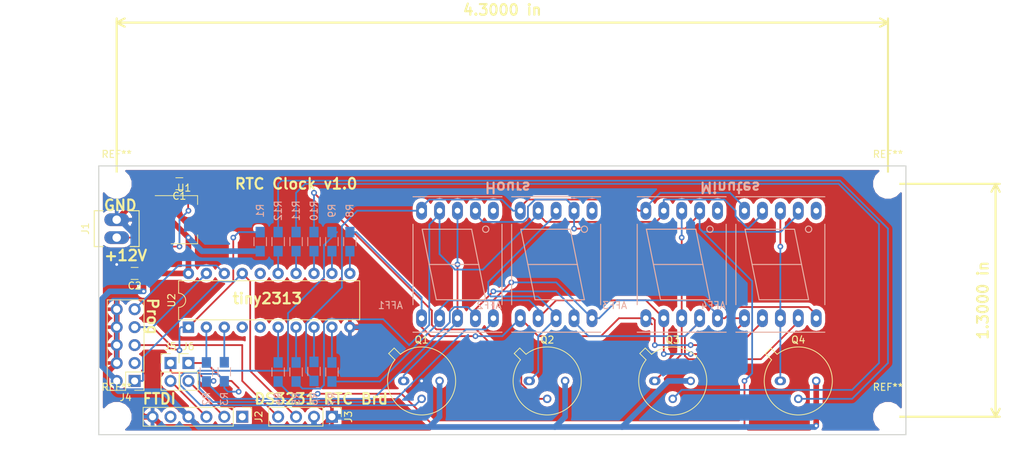
<source format=kicad_pcb>
(kicad_pcb (version 20170123) (host pcbnew no-vcs-found-ba37d6f~58~ubuntu16.10.1)

  (general
    (links 84)
    (no_connects 0)
    (area 36.45 40.48 185.800001 104.3525)
    (thickness 1.6)
    (drawings 24)
    (tracks 408)
    (zones 0)
    (modules 34)
    (nets 46)
  )

  (page A4)
  (layers
    (0 F.Cu signal)
    (31 B.Cu signal)
    (32 B.Adhes user)
    (33 F.Adhes user)
    (34 B.Paste user)
    (35 F.Paste user)
    (36 B.SilkS user)
    (37 F.SilkS user)
    (38 B.Mask user)
    (39 F.Mask user)
    (40 Dwgs.User user)
    (41 Cmts.User user)
    (42 Eco1.User user)
    (43 Eco2.User user)
    (44 Edge.Cuts user)
    (45 Margin user)
    (46 B.CrtYd user)
    (47 F.CrtYd user)
    (48 B.Fab user)
    (49 F.Fab user)
  )

  (setup
    (last_trace_width 0.25)
    (trace_clearance 0.2)
    (zone_clearance 0.508)
    (zone_45_only no)
    (trace_min 0.2)
    (segment_width 0.2)
    (edge_width 0.15)
    (via_size 0.8)
    (via_drill 0.4)
    (via_min_size 0.4)
    (via_min_drill 0.3)
    (uvia_size 0.3)
    (uvia_drill 0.1)
    (uvias_allowed no)
    (uvia_min_size 0.2)
    (uvia_min_drill 0.1)
    (pcb_text_width 0.3)
    (pcb_text_size 1.5 1.5)
    (mod_edge_width 0.15)
    (mod_text_size 1 1)
    (mod_text_width 0.15)
    (pad_size 1.524 1.524)
    (pad_drill 0.762)
    (pad_to_mask_clearance 0.2)
    (aux_axis_origin 50.8 63.5)
    (grid_origin 50.8 63.5)
    (visible_elements FFFFFF7F)
    (pcbplotparams
      (layerselection 0x00030_ffffffff)
      (usegerberextensions false)
      (excludeedgelayer true)
      (linewidth 0.100000)
      (plotframeref false)
      (viasonmask false)
      (mode 1)
      (useauxorigin false)
      (hpglpennumber 1)
      (hpglpenspeed 20)
      (hpglpendiameter 15)
      (psnegative false)
      (psa4output false)
      (plotreference true)
      (plotvalue true)
      (plotinvisibletext false)
      (padsonsilk false)
      (subtractmaskfromsilk false)
      (outputformat 4)
      (mirror false)
      (drillshape 0)
      (scaleselection 1)
      (outputdirectory test))
  )

  (net 0 "")
  (net 1 GND)
  (net 2 "Net-(C1-Pad1)")
  (net 3 +3V3)
  (net 4 "Net-(J2-Pad5)")
  (net 5 "Net-(J2-Pad3)")
  (net 6 "Net-(J2-Pad2)")
  (net 7 "Net-(J2-Pad1)")
  (net 8 "Net-(U2-Pad16)")
  (net 9 "Net-(U2-Pad5)")
  (net 10 "Net-(U2-Pad4)")
  (net 11 "Net-(AFF1-Pad5)")
  (net 12 "Net-(AFF1-Pad3)")
  (net 13 "Net-(AFF2-Pad3)")
  (net 14 "Net-(AFF2-Pad5)")
  (net 15 "Net-(AFF3-Pad5)")
  (net 16 "Net-(AFF3-Pad3)")
  (net 17 "Net-(AFF4-Pad3)")
  (net 18 "Net-(AFF4-Pad5)")
  (net 19 "Net-(Q3-Pad2)")
  (net 20 "Net-(Q2-Pad2)")
  (net 21 "Net-(Q1-Pad2)")
  (net 22 "Net-(Q4-Pad2)")
  (net 23 /Disp_4)
  (net 24 /Disp_2)
  (net 25 /Disp_3)
  (net 26 /RST)
  (net 27 "Net-(R2-Pad2)")
  (net 28 /a)
  (net 29 /b)
  (net 30 "Net-(R3-Pad2)")
  (net 31 "Net-(R5-Pad2)")
  (net 32 /d)
  (net 33 /e)
  (net 34 "Net-(R6-Pad2)")
  (net 35 "Net-(R7-Pad2)")
  (net 36 /f)
  (net 37 /Disp_1)
  (net 38 "Net-(R8-Pad2)")
  (net 39 /g)
  (net 40 /c)
  (net 41 "Net-(R4-Pad2)")
  (net 42 /MISO)
  (net 43 /SCK)
  (net 44 "Net-(J4-Pad3)")
  (net 45 /MOSI)

  (net_class Default "This is the default net class."
    (clearance 0.2)
    (trace_width 0.25)
    (via_dia 0.8)
    (via_drill 0.4)
    (uvia_dia 0.3)
    (uvia_drill 0.1)
    (add_net /Disp_1)
    (add_net /Disp_2)
    (add_net /Disp_3)
    (add_net /Disp_4)
    (add_net /MISO)
    (add_net /MOSI)
    (add_net /RST)
    (add_net /SCK)
    (add_net /a)
    (add_net /b)
    (add_net /c)
    (add_net /d)
    (add_net /e)
    (add_net /f)
    (add_net /g)
    (add_net "Net-(AFF1-Pad3)")
    (add_net "Net-(AFF1-Pad5)")
    (add_net "Net-(AFF2-Pad3)")
    (add_net "Net-(AFF2-Pad5)")
    (add_net "Net-(AFF3-Pad3)")
    (add_net "Net-(AFF3-Pad5)")
    (add_net "Net-(AFF4-Pad3)")
    (add_net "Net-(AFF4-Pad5)")
    (add_net "Net-(C1-Pad1)")
    (add_net "Net-(J2-Pad1)")
    (add_net "Net-(J2-Pad2)")
    (add_net "Net-(J2-Pad3)")
    (add_net "Net-(J2-Pad5)")
    (add_net "Net-(J4-Pad3)")
    (add_net "Net-(Q1-Pad2)")
    (add_net "Net-(Q2-Pad2)")
    (add_net "Net-(Q3-Pad2)")
    (add_net "Net-(Q4-Pad2)")
    (add_net "Net-(R2-Pad2)")
    (add_net "Net-(R3-Pad2)")
    (add_net "Net-(R4-Pad2)")
    (add_net "Net-(R5-Pad2)")
    (add_net "Net-(R6-Pad2)")
    (add_net "Net-(R7-Pad2)")
    (add_net "Net-(R8-Pad2)")
    (add_net "Net-(U2-Pad16)")
    (add_net "Net-(U2-Pad4)")
    (add_net "Net-(U2-Pad5)")
  )

  (net_class power ""
    (clearance 0.2)
    (trace_width 0.8)
    (via_dia 0.8)
    (via_drill 0.4)
    (uvia_dia 0.3)
    (uvia_drill 0.1)
    (add_net +3V3)
    (add_net GND)
  )

  (module TO_SOT_Packages_THT:TO-39-3 (layer F.Cu) (tedit 58CE52AE) (tstamp 598A6AAA)
    (at 93.98 93.98)
    (descr TO-39-3)
    (tags TO-39-3)
    (path /5988D82A)
    (fp_text reference Q1 (at 2.54 -5.82) (layer F.SilkS)
      (effects (font (size 1 1) (thickness 0.15)))
    )
    (fp_text value 2N2219 (at 2.54 5.82) (layer F.Fab)
      (effects (font (size 1 1) (thickness 0.15)))
    )
    (fp_arc (start 2.54 0) (end -0.457084 -3.774902) (angle 346.9) (layer F.SilkS) (width 0.12))
    (fp_arc (start 2.54 0) (end -0.465408 -3.61352) (angle 349.5) (layer F.Fab) (width 0.1))
    (fp_circle (center 2.54 0) (end 6.79 0) (layer F.Fab) (width 0.1))
    (fp_line (start 7.49 -4.95) (end -2.41 -4.95) (layer F.CrtYd) (width 0.05))
    (fp_line (start 7.49 4.95) (end 7.49 -4.95) (layer F.CrtYd) (width 0.05))
    (fp_line (start -2.41 4.95) (end 7.49 4.95) (layer F.CrtYd) (width 0.05))
    (fp_line (start -2.41 -4.95) (end -2.41 4.95) (layer F.CrtYd) (width 0.05))
    (fp_line (start -2.125856 -3.888039) (end -1.234902 -2.997084) (layer F.SilkS) (width 0.12))
    (fp_line (start -1.348039 -4.665856) (end -2.125856 -3.888039) (layer F.SilkS) (width 0.12))
    (fp_line (start -0.457084 -3.774902) (end -1.348039 -4.665856) (layer F.SilkS) (width 0.12))
    (fp_line (start -1.879621 -3.81151) (end -1.07352 -3.005408) (layer F.Fab) (width 0.1))
    (fp_line (start -1.27151 -4.419621) (end -1.879621 -3.81151) (layer F.Fab) (width 0.1))
    (fp_line (start -0.465408 -3.61352) (end -1.27151 -4.419621) (layer F.Fab) (width 0.1))
    (fp_text user %R (at 2.54 -5.82) (layer F.Fab)
      (effects (font (size 1 1) (thickness 0.15)))
    )
    (pad 3 thru_hole oval (at 5.08 0) (size 1.2 1.2) (drill 0.7) (layers *.Cu *.Mask)
      (net 3 +3V3))
    (pad 2 thru_hole oval (at 2.54 2.54) (size 1.2 1.2) (drill 0.7) (layers *.Cu *.Mask)
      (net 21 "Net-(Q1-Pad2)"))
    (pad 1 thru_hole oval (at 0 0) (size 1.6 1.2) (drill 0.7) (layers *.Cu *.Mask)
      (net 12 "Net-(AFF1-Pad3)"))
    (model ${KISYS3DMOD}/TO_SOT_Packages_THT.3dshapes/TO-39-3.wrl
      (at (xyz 0 0 0))
      (scale (xyz 0.393701 0.393701 0.393701))
      (rotate (xyz 0 0 0))
    )
  )

  (module Mounting_Holes:MountingHole_3.2mm_M3 (layer F.Cu) (tedit 56D1B4CB) (tstamp 598A788B)
    (at 53.34 66.04)
    (descr "Mounting Hole 3.2mm, no annular, M3")
    (tags "mounting hole 3.2mm no annular m3")
    (fp_text reference REF** (at 0 -4.2) (layer F.SilkS)
      (effects (font (size 1 1) (thickness 0.15)))
    )
    (fp_text value MountingHole_3.2mm_M3 (at 0 4.2) (layer F.Fab)
      (effects (font (size 1 1) (thickness 0.15)))
    )
    (fp_circle (center 0 0) (end 3.2 0) (layer Cmts.User) (width 0.15))
    (fp_circle (center 0 0) (end 3.45 0) (layer F.CrtYd) (width 0.05))
    (pad 1 np_thru_hole circle (at 0 0) (size 3.2 3.2) (drill 3.2) (layers *.Cu *.Mask))
  )

  (module Mounting_Holes:MountingHole_3.2mm_M3 (layer F.Cu) (tedit 56D1B4CB) (tstamp 598A7888)
    (at 53.34 99.06)
    (descr "Mounting Hole 3.2mm, no annular, M3")
    (tags "mounting hole 3.2mm no annular m3")
    (fp_text reference REF** (at 0 -4.2) (layer F.SilkS)
      (effects (font (size 1 1) (thickness 0.15)))
    )
    (fp_text value MountingHole_3.2mm_M3 (at 0 4.2) (layer F.Fab)
      (effects (font (size 1 1) (thickness 0.15)))
    )
    (fp_circle (center 0 0) (end 3.2 0) (layer Cmts.User) (width 0.15))
    (fp_circle (center 0 0) (end 3.45 0) (layer F.CrtYd) (width 0.05))
    (pad 1 np_thru_hole circle (at 0 0) (size 3.2 3.2) (drill 3.2) (layers *.Cu *.Mask))
  )

  (module Mounting_Holes:MountingHole_3.2mm_M3 (layer F.Cu) (tedit 56D1B4CB) (tstamp 598A7885)
    (at 162.56 99.06)
    (descr "Mounting Hole 3.2mm, no annular, M3")
    (tags "mounting hole 3.2mm no annular m3")
    (fp_text reference REF** (at 0 -4.2) (layer F.SilkS)
      (effects (font (size 1 1) (thickness 0.15)))
    )
    (fp_text value MountingHole_3.2mm_M3 (at 0 4.2) (layer F.Fab)
      (effects (font (size 1 1) (thickness 0.15)))
    )
    (fp_circle (center 0 0) (end 3.2 0) (layer Cmts.User) (width 0.15))
    (fp_circle (center 0 0) (end 3.45 0) (layer F.CrtYd) (width 0.05))
    (pad 1 np_thru_hole circle (at 0 0) (size 3.2 3.2) (drill 3.2) (layers *.Cu *.Mask))
  )

  (module Mounting_Holes:MountingHole_3.2mm_M3 (layer F.Cu) (tedit 56D1B4CB) (tstamp 598A7882)
    (at 162.56 66.04)
    (descr "Mounting Hole 3.2mm, no annular, M3")
    (tags "mounting hole 3.2mm no annular m3")
    (fp_text reference REF** (at 0 -4.2) (layer F.SilkS)
      (effects (font (size 1 1) (thickness 0.15)))
    )
    (fp_text value MountingHole_3.2mm_M3 (at 0 4.2) (layer F.Fab)
      (effects (font (size 1 1) (thickness 0.15)))
    )
    (fp_circle (center 0 0) (end 3.2 0) (layer Cmts.User) (width 0.15))
    (fp_circle (center 0 0) (end 3.45 0) (layer F.CrtYd) (width 0.05))
    (pad 1 np_thru_hole circle (at 0 0) (size 3.2 3.2) (drill 3.2) (layers *.Cu *.Mask))
  )

  (module Pin_Headers:Pin_Header_Straight_1x02_Pitch2.54mm (layer F.Cu) (tedit 59650532) (tstamp 598A6EB7)
    (at 60.96 91.44)
    (descr "Through hole straight pin header, 1x02, 2.54mm pitch, single row")
    (tags "Through hole pin header THT 1x02 2.54mm single row")
    (path /5988B709)
    (fp_text reference J5 (at 0 -2.33) (layer F.SilkS)
      (effects (font (size 1 1) (thickness 0.15)))
    )
    (fp_text value CONN_01X02 (at 0 4.87) (layer F.Fab)
      (effects (font (size 1 1) (thickness 0.15)))
    )
    (fp_line (start -0.635 -1.27) (end 1.27 -1.27) (layer F.Fab) (width 0.1))
    (fp_line (start 1.27 -1.27) (end 1.27 3.81) (layer F.Fab) (width 0.1))
    (fp_line (start 1.27 3.81) (end -1.27 3.81) (layer F.Fab) (width 0.1))
    (fp_line (start -1.27 3.81) (end -1.27 -0.635) (layer F.Fab) (width 0.1))
    (fp_line (start -1.27 -0.635) (end -0.635 -1.27) (layer F.Fab) (width 0.1))
    (fp_line (start -1.33 3.87) (end 1.33 3.87) (layer F.SilkS) (width 0.12))
    (fp_line (start -1.33 1.27) (end -1.33 3.87) (layer F.SilkS) (width 0.12))
    (fp_line (start 1.33 1.27) (end 1.33 3.87) (layer F.SilkS) (width 0.12))
    (fp_line (start -1.33 1.27) (end 1.33 1.27) (layer F.SilkS) (width 0.12))
    (fp_line (start -1.33 0) (end -1.33 -1.33) (layer F.SilkS) (width 0.12))
    (fp_line (start -1.33 -1.33) (end 0 -1.33) (layer F.SilkS) (width 0.12))
    (fp_line (start -1.8 -1.8) (end -1.8 4.35) (layer F.CrtYd) (width 0.05))
    (fp_line (start -1.8 4.35) (end 1.8 4.35) (layer F.CrtYd) (width 0.05))
    (fp_line (start 1.8 4.35) (end 1.8 -1.8) (layer F.CrtYd) (width 0.05))
    (fp_line (start 1.8 -1.8) (end -1.8 -1.8) (layer F.CrtYd) (width 0.05))
    (fp_text user %R (at 0 1.27 90) (layer F.Fab)
      (effects (font (size 1 1) (thickness 0.15)))
    )
    (pad 1 thru_hole rect (at 0 0) (size 1.7 1.7) (drill 1) (layers *.Cu *.Mask)
      (net 28 /a))
    (pad 2 thru_hole oval (at 0 2.54) (size 1.7 1.7) (drill 1) (layers *.Cu *.Mask)
      (net 5 "Net-(J2-Pad3)"))
    (model ${KISYS3DMOD}/Pin_Headers.3dshapes/Pin_Header_Straight_1x02_Pitch2.54mm.wrl
      (at (xyz 0 0 0))
      (scale (xyz 1 1 1))
      (rotate (xyz 0 0 0))
    )
  )

  (module Pin_Headers:Pin_Header_Straight_1x02_Pitch2.54mm (layer F.Cu) (tedit 59650532) (tstamp 598A6E77)
    (at 63.5 91.44)
    (descr "Through hole straight pin header, 1x02, 2.54mm pitch, single row")
    (tags "Through hole pin header THT 1x02 2.54mm single row")
    (path /5988B659)
    (fp_text reference J6 (at 0 -2.33) (layer F.SilkS)
      (effects (font (size 1 1) (thickness 0.15)))
    )
    (fp_text value CONN_01X02 (at 0 4.87) (layer F.Fab)
      (effects (font (size 1 1) (thickness 0.15)))
    )
    (fp_text user %R (at 0 1.27 90) (layer F.Fab)
      (effects (font (size 1 1) (thickness 0.15)))
    )
    (fp_line (start 1.8 -1.8) (end -1.8 -1.8) (layer F.CrtYd) (width 0.05))
    (fp_line (start 1.8 4.35) (end 1.8 -1.8) (layer F.CrtYd) (width 0.05))
    (fp_line (start -1.8 4.35) (end 1.8 4.35) (layer F.CrtYd) (width 0.05))
    (fp_line (start -1.8 -1.8) (end -1.8 4.35) (layer F.CrtYd) (width 0.05))
    (fp_line (start -1.33 -1.33) (end 0 -1.33) (layer F.SilkS) (width 0.12))
    (fp_line (start -1.33 0) (end -1.33 -1.33) (layer F.SilkS) (width 0.12))
    (fp_line (start -1.33 1.27) (end 1.33 1.27) (layer F.SilkS) (width 0.12))
    (fp_line (start 1.33 1.27) (end 1.33 3.87) (layer F.SilkS) (width 0.12))
    (fp_line (start -1.33 1.27) (end -1.33 3.87) (layer F.SilkS) (width 0.12))
    (fp_line (start -1.33 3.87) (end 1.33 3.87) (layer F.SilkS) (width 0.12))
    (fp_line (start -1.27 -0.635) (end -0.635 -1.27) (layer F.Fab) (width 0.1))
    (fp_line (start -1.27 3.81) (end -1.27 -0.635) (layer F.Fab) (width 0.1))
    (fp_line (start 1.27 3.81) (end -1.27 3.81) (layer F.Fab) (width 0.1))
    (fp_line (start 1.27 -1.27) (end 1.27 3.81) (layer F.Fab) (width 0.1))
    (fp_line (start -0.635 -1.27) (end 1.27 -1.27) (layer F.Fab) (width 0.1))
    (pad 2 thru_hole oval (at 0 2.54) (size 1.7 1.7) (drill 1) (layers *.Cu *.Mask)
      (net 6 "Net-(J2-Pad2)"))
    (pad 1 thru_hole rect (at 0 0) (size 1.7 1.7) (drill 1) (layers *.Cu *.Mask)
      (net 29 /b))
    (model ${KISYS3DMOD}/Pin_Headers.3dshapes/Pin_Header_Straight_1x02_Pitch2.54mm.wrl
      (at (xyz 0 0 0))
      (scale (xyz 1 1 1))
      (rotate (xyz 0 0 0))
    )
  )

  (module Pin_Headers:Pin_Header_Straight_2x05_Pitch2.54mm (layer F.Cu) (tedit 59650532) (tstamp 598A6DC3)
    (at 55.88 93.98 180)
    (descr "Through hole straight pin header, 2x05, 2.54mm pitch, double rows")
    (tags "Through hole pin header THT 2x05 2.54mm double row")
    (path /598863ED)
    (fp_text reference J4 (at 1.27 -2.33 180) (layer F.SilkS)
      (effects (font (size 1 1) (thickness 0.15)))
    )
    (fp_text value CONN_02X05 (at 1.27 12.49 180) (layer F.Fab)
      (effects (font (size 1 1) (thickness 0.15)))
    )
    (fp_text user %R (at 1.27 5.08 270) (layer F.Fab)
      (effects (font (size 1 1) (thickness 0.15)))
    )
    (fp_line (start 4.35 -1.8) (end -1.8 -1.8) (layer F.CrtYd) (width 0.05))
    (fp_line (start 4.35 11.95) (end 4.35 -1.8) (layer F.CrtYd) (width 0.05))
    (fp_line (start -1.8 11.95) (end 4.35 11.95) (layer F.CrtYd) (width 0.05))
    (fp_line (start -1.8 -1.8) (end -1.8 11.95) (layer F.CrtYd) (width 0.05))
    (fp_line (start -1.33 -1.33) (end 0 -1.33) (layer F.SilkS) (width 0.12))
    (fp_line (start -1.33 0) (end -1.33 -1.33) (layer F.SilkS) (width 0.12))
    (fp_line (start 1.27 -1.33) (end 3.87 -1.33) (layer F.SilkS) (width 0.12))
    (fp_line (start 1.27 1.27) (end 1.27 -1.33) (layer F.SilkS) (width 0.12))
    (fp_line (start -1.33 1.27) (end 1.27 1.27) (layer F.SilkS) (width 0.12))
    (fp_line (start 3.87 -1.33) (end 3.87 11.49) (layer F.SilkS) (width 0.12))
    (fp_line (start -1.33 1.27) (end -1.33 11.49) (layer F.SilkS) (width 0.12))
    (fp_line (start -1.33 11.49) (end 3.87 11.49) (layer F.SilkS) (width 0.12))
    (fp_line (start -1.27 0) (end 0 -1.27) (layer F.Fab) (width 0.1))
    (fp_line (start -1.27 11.43) (end -1.27 0) (layer F.Fab) (width 0.1))
    (fp_line (start 3.81 11.43) (end -1.27 11.43) (layer F.Fab) (width 0.1))
    (fp_line (start 3.81 -1.27) (end 3.81 11.43) (layer F.Fab) (width 0.1))
    (fp_line (start 0 -1.27) (end 3.81 -1.27) (layer F.Fab) (width 0.1))
    (pad 10 thru_hole oval (at 2.54 10.16 180) (size 1.7 1.7) (drill 1) (layers *.Cu *.Mask)
      (net 1 GND))
    (pad 9 thru_hole oval (at 0 10.16 180) (size 1.7 1.7) (drill 1) (layers *.Cu *.Mask)
      (net 42 /MISO))
    (pad 8 thru_hole oval (at 2.54 7.62 180) (size 1.7 1.7) (drill 1) (layers *.Cu *.Mask)
      (net 1 GND))
    (pad 7 thru_hole oval (at 0 7.62 180) (size 1.7 1.7) (drill 1) (layers *.Cu *.Mask)
      (net 43 /SCK))
    (pad 6 thru_hole oval (at 2.54 5.08 180) (size 1.7 1.7) (drill 1) (layers *.Cu *.Mask)
      (net 1 GND))
    (pad 5 thru_hole oval (at 0 5.08 180) (size 1.7 1.7) (drill 1) (layers *.Cu *.Mask)
      (net 26 /RST))
    (pad 4 thru_hole oval (at 2.54 2.54 180) (size 1.7 1.7) (drill 1) (layers *.Cu *.Mask)
      (net 1 GND))
    (pad 3 thru_hole oval (at 0 2.54 180) (size 1.7 1.7) (drill 1) (layers *.Cu *.Mask)
      (net 44 "Net-(J4-Pad3)"))
    (pad 2 thru_hole oval (at 2.54 0 180) (size 1.7 1.7) (drill 1) (layers *.Cu *.Mask)
      (net 3 +3V3))
    (pad 1 thru_hole rect (at 0 0 180) (size 1.7 1.7) (drill 1) (layers *.Cu *.Mask)
      (net 45 /MOSI))
    (model ${KISYS3DMOD}/Pin_Headers.3dshapes/Pin_Header_Straight_2x05_Pitch2.54mm.wrl
      (at (xyz 0 0 0))
      (scale (xyz 1 1 1))
      (rotate (xyz 0 0 0))
    )
  )

  (module Resistors_SMD:R_0805_HandSoldering (layer B.Cu) (tedit 598F225C) (tstamp 598A6D83)
    (at 76.2 92.71 90)
    (descr "Resistor SMD 0805, hand soldering")
    (tags "resistor 0805")
    (path /59888423)
    (attr smd)
    (fp_text reference R4 (at -3.81 0 90) (layer B.SilkS)
      (effects (font (size 1 1) (thickness 0.15)) (justify mirror))
    )
    (fp_text value R (at 0 -1.75 180) (layer B.Fab)
      (effects (font (size 1 1) (thickness 0.15)) (justify mirror))
    )
    (fp_text user %R (at 0 0 90) (layer B.Fab)
      (effects (font (size 0.5 0.5) (thickness 0.075)) (justify mirror))
    )
    (fp_line (start -1 -0.62) (end -1 0.62) (layer B.Fab) (width 0.1))
    (fp_line (start 1 -0.62) (end -1 -0.62) (layer B.Fab) (width 0.1))
    (fp_line (start 1 0.62) (end 1 -0.62) (layer B.Fab) (width 0.1))
    (fp_line (start -1 0.62) (end 1 0.62) (layer B.Fab) (width 0.1))
    (fp_line (start 0.6 -0.88) (end -0.6 -0.88) (layer B.SilkS) (width 0.12))
    (fp_line (start -0.6 0.88) (end 0.6 0.88) (layer B.SilkS) (width 0.12))
    (fp_line (start -2.35 0.9) (end 2.35 0.9) (layer B.CrtYd) (width 0.05))
    (fp_line (start -2.35 0.9) (end -2.35 -0.9) (layer B.CrtYd) (width 0.05))
    (fp_line (start 2.35 -0.9) (end 2.35 0.9) (layer B.CrtYd) (width 0.05))
    (fp_line (start 2.35 -0.9) (end -2.35 -0.9) (layer B.CrtYd) (width 0.05))
    (pad 1 smd rect (at -1.35 0 90) (size 1.5 1.3) (layers B.Cu B.Paste B.Mask)
      (net 40 /c))
    (pad 2 smd rect (at 1.35 0 90) (size 1.5 1.3) (layers B.Cu B.Paste B.Mask)
      (net 41 "Net-(R4-Pad2)"))
    (model ${KISYS3DMOD}/Resistors_SMD.3dshapes/R_0805.wrl
      (at (xyz 0 0 0))
      (scale (xyz 1 1 1))
      (rotate (xyz 0 0 0))
    )
  )

  (module Resistors_SMD:R_0805_HandSoldering (layer B.Cu) (tedit 598F22AA) (tstamp 598A6D52)
    (at 86.36 74.228408 270)
    (descr "Resistor SMD 0805, hand soldering")
    (tags "resistor 0805")
    (path /598884F5)
    (attr smd)
    (fp_text reference R8 (at -4.378408 0 270) (layer B.SilkS)
      (effects (font (size 1 1) (thickness 0.15)) (justify mirror))
    )
    (fp_text value R (at 0 -1.75 270) (layer B.Fab)
      (effects (font (size 1 1) (thickness 0.15)) (justify mirror))
    )
    (fp_line (start 2.35 -0.9) (end -2.35 -0.9) (layer B.CrtYd) (width 0.05))
    (fp_line (start 2.35 -0.9) (end 2.35 0.9) (layer B.CrtYd) (width 0.05))
    (fp_line (start -2.35 0.9) (end -2.35 -0.9) (layer B.CrtYd) (width 0.05))
    (fp_line (start -2.35 0.9) (end 2.35 0.9) (layer B.CrtYd) (width 0.05))
    (fp_line (start -0.6 0.88) (end 0.6 0.88) (layer B.SilkS) (width 0.12))
    (fp_line (start 0.6 -0.88) (end -0.6 -0.88) (layer B.SilkS) (width 0.12))
    (fp_line (start -1 0.62) (end 1 0.62) (layer B.Fab) (width 0.1))
    (fp_line (start 1 0.62) (end 1 -0.62) (layer B.Fab) (width 0.1))
    (fp_line (start 1 -0.62) (end -1 -0.62) (layer B.Fab) (width 0.1))
    (fp_line (start -1 -0.62) (end -1 0.62) (layer B.Fab) (width 0.1))
    (fp_text user %R (at 0 0 270) (layer B.Fab)
      (effects (font (size 0.5 0.5) (thickness 0.075)) (justify mirror))
    )
    (pad 2 smd rect (at 1.35 0 270) (size 1.5 1.3) (layers B.Cu B.Paste B.Mask)
      (net 38 "Net-(R8-Pad2)"))
    (pad 1 smd rect (at -1.35 0 270) (size 1.5 1.3) (layers B.Cu B.Paste B.Mask)
      (net 39 /g))
    (model ${KISYS3DMOD}/Resistors_SMD.3dshapes/R_0805.wrl
      (at (xyz 0 0 0))
      (scale (xyz 1 1 1))
      (rotate (xyz 0 0 0))
    )
  )

  (module Resistors_SMD:R_0805_HandSoldering (layer B.Cu) (tedit 598F22A8) (tstamp 598A6D21)
    (at 83.82 74.228408 270)
    (descr "Resistor SMD 0805, hand soldering")
    (tags "resistor 0805")
    (path /5988D9DC)
    (attr smd)
    (fp_text reference R9 (at -4.378408 0 270) (layer B.SilkS)
      (effects (font (size 1 1) (thickness 0.15)) (justify mirror))
    )
    (fp_text value 1k (at 0 -1.75 270) (layer B.Fab)
      (effects (font (size 1 1) (thickness 0.15)) (justify mirror))
    )
    (fp_text user %R (at 0 0 270) (layer B.Fab)
      (effects (font (size 0.5 0.5) (thickness 0.075)) (justify mirror))
    )
    (fp_line (start -1 -0.62) (end -1 0.62) (layer B.Fab) (width 0.1))
    (fp_line (start 1 -0.62) (end -1 -0.62) (layer B.Fab) (width 0.1))
    (fp_line (start 1 0.62) (end 1 -0.62) (layer B.Fab) (width 0.1))
    (fp_line (start -1 0.62) (end 1 0.62) (layer B.Fab) (width 0.1))
    (fp_line (start 0.6 -0.88) (end -0.6 -0.88) (layer B.SilkS) (width 0.12))
    (fp_line (start -0.6 0.88) (end 0.6 0.88) (layer B.SilkS) (width 0.12))
    (fp_line (start -2.35 0.9) (end 2.35 0.9) (layer B.CrtYd) (width 0.05))
    (fp_line (start -2.35 0.9) (end -2.35 -0.9) (layer B.CrtYd) (width 0.05))
    (fp_line (start 2.35 -0.9) (end 2.35 0.9) (layer B.CrtYd) (width 0.05))
    (fp_line (start 2.35 -0.9) (end -2.35 -0.9) (layer B.CrtYd) (width 0.05))
    (pad 1 smd rect (at -1.35 0 270) (size 1.5 1.3) (layers B.Cu B.Paste B.Mask)
      (net 21 "Net-(Q1-Pad2)"))
    (pad 2 smd rect (at 1.35 0 270) (size 1.5 1.3) (layers B.Cu B.Paste B.Mask)
      (net 37 /Disp_1))
    (model ${KISYS3DMOD}/Resistors_SMD.3dshapes/R_0805.wrl
      (at (xyz 0 0 0))
      (scale (xyz 1 1 1))
      (rotate (xyz 0 0 0))
    )
  )

  (module Resistors_SMD:R_0805_HandSoldering (layer B.Cu) (tedit 598F2229) (tstamp 598A6CF0)
    (at 83.82 92.71 90)
    (descr "Resistor SMD 0805, hand soldering")
    (tags "resistor 0805")
    (path /598884BD)
    (attr smd)
    (fp_text reference R7 (at -3.81 0 90) (layer B.SilkS)
      (effects (font (size 1 1) (thickness 0.15)) (justify mirror))
    )
    (fp_text value R (at 0 -1.75 90) (layer B.Fab)
      (effects (font (size 1 1) (thickness 0.15)) (justify mirror))
    )
    (fp_line (start 2.35 -0.9) (end -2.35 -0.9) (layer B.CrtYd) (width 0.05))
    (fp_line (start 2.35 -0.9) (end 2.35 0.9) (layer B.CrtYd) (width 0.05))
    (fp_line (start -2.35 0.9) (end -2.35 -0.9) (layer B.CrtYd) (width 0.05))
    (fp_line (start -2.35 0.9) (end 2.35 0.9) (layer B.CrtYd) (width 0.05))
    (fp_line (start -0.6 0.88) (end 0.6 0.88) (layer B.SilkS) (width 0.12))
    (fp_line (start 0.6 -0.88) (end -0.6 -0.88) (layer B.SilkS) (width 0.12))
    (fp_line (start -1 0.62) (end 1 0.62) (layer B.Fab) (width 0.1))
    (fp_line (start 1 0.62) (end 1 -0.62) (layer B.Fab) (width 0.1))
    (fp_line (start 1 -0.62) (end -1 -0.62) (layer B.Fab) (width 0.1))
    (fp_line (start -1 -0.62) (end -1 0.62) (layer B.Fab) (width 0.1))
    (fp_text user %R (at 0 0 90) (layer B.Fab)
      (effects (font (size 0.5 0.5) (thickness 0.075)) (justify mirror))
    )
    (pad 2 smd rect (at 1.35 0 90) (size 1.5 1.3) (layers B.Cu B.Paste B.Mask)
      (net 35 "Net-(R7-Pad2)"))
    (pad 1 smd rect (at -1.35 0 90) (size 1.5 1.3) (layers B.Cu B.Paste B.Mask)
      (net 36 /f))
    (model ${KISYS3DMOD}/Resistors_SMD.3dshapes/R_0805.wrl
      (at (xyz 0 0 0))
      (scale (xyz 1 1 1))
      (rotate (xyz 0 0 0))
    )
  )

  (module Resistors_SMD:R_0805_HandSoldering (layer B.Cu) (tedit 598F2235) (tstamp 598A6CBF)
    (at 81.28 92.63 90)
    (descr "Resistor SMD 0805, hand soldering")
    (tags "resistor 0805")
    (path /59888485)
    (attr smd)
    (fp_text reference R6 (at -3.89 0 90) (layer B.SilkS)
      (effects (font (size 1 1) (thickness 0.15)) (justify mirror))
    )
    (fp_text value R (at 0 -1.75 90) (layer B.Fab)
      (effects (font (size 1 1) (thickness 0.15)) (justify mirror))
    )
    (fp_text user %R (at 0 0 90) (layer B.Fab)
      (effects (font (size 0.5 0.5) (thickness 0.075)) (justify mirror))
    )
    (fp_line (start -1 -0.62) (end -1 0.62) (layer B.Fab) (width 0.1))
    (fp_line (start 1 -0.62) (end -1 -0.62) (layer B.Fab) (width 0.1))
    (fp_line (start 1 0.62) (end 1 -0.62) (layer B.Fab) (width 0.1))
    (fp_line (start -1 0.62) (end 1 0.62) (layer B.Fab) (width 0.1))
    (fp_line (start 0.6 -0.88) (end -0.6 -0.88) (layer B.SilkS) (width 0.12))
    (fp_line (start -0.6 0.88) (end 0.6 0.88) (layer B.SilkS) (width 0.12))
    (fp_line (start -2.35 0.9) (end 2.35 0.9) (layer B.CrtYd) (width 0.05))
    (fp_line (start -2.35 0.9) (end -2.35 -0.9) (layer B.CrtYd) (width 0.05))
    (fp_line (start 2.35 -0.9) (end 2.35 0.9) (layer B.CrtYd) (width 0.05))
    (fp_line (start 2.35 -0.9) (end -2.35 -0.9) (layer B.CrtYd) (width 0.05))
    (pad 1 smd rect (at -1.35 0 90) (size 1.5 1.3) (layers B.Cu B.Paste B.Mask)
      (net 33 /e))
    (pad 2 smd rect (at 1.35 0 90) (size 1.5 1.3) (layers B.Cu B.Paste B.Mask)
      (net 34 "Net-(R6-Pad2)"))
    (model ${KISYS3DMOD}/Resistors_SMD.3dshapes/R_0805.wrl
      (at (xyz 0 0 0))
      (scale (xyz 1 1 1))
      (rotate (xyz 0 0 0))
    )
  )

  (module Resistors_SMD:R_0805_HandSoldering (layer B.Cu) (tedit 598F223F) (tstamp 598A6C8E)
    (at 78.74 92.71 90)
    (descr "Resistor SMD 0805, hand soldering")
    (tags "resistor 0805")
    (path /59888453)
    (attr smd)
    (fp_text reference R5 (at -3.81 0 90) (layer B.SilkS)
      (effects (font (size 1 1) (thickness 0.15)) (justify mirror))
    )
    (fp_text value R (at 0 -1.75 90) (layer B.Fab)
      (effects (font (size 1 1) (thickness 0.15)) (justify mirror))
    )
    (fp_line (start 2.35 -0.9) (end -2.35 -0.9) (layer B.CrtYd) (width 0.05))
    (fp_line (start 2.35 -0.9) (end 2.35 0.9) (layer B.CrtYd) (width 0.05))
    (fp_line (start -2.35 0.9) (end -2.35 -0.9) (layer B.CrtYd) (width 0.05))
    (fp_line (start -2.35 0.9) (end 2.35 0.9) (layer B.CrtYd) (width 0.05))
    (fp_line (start -0.6 0.88) (end 0.6 0.88) (layer B.SilkS) (width 0.12))
    (fp_line (start 0.6 -0.88) (end -0.6 -0.88) (layer B.SilkS) (width 0.12))
    (fp_line (start -1 0.62) (end 1 0.62) (layer B.Fab) (width 0.1))
    (fp_line (start 1 0.62) (end 1 -0.62) (layer B.Fab) (width 0.1))
    (fp_line (start 1 -0.62) (end -1 -0.62) (layer B.Fab) (width 0.1))
    (fp_line (start -1 -0.62) (end -1 0.62) (layer B.Fab) (width 0.1))
    (fp_text user %R (at 0 0 90) (layer B.Fab)
      (effects (font (size 0.5 0.5) (thickness 0.075)) (justify mirror))
    )
    (pad 2 smd rect (at 1.35 0 90) (size 1.5 1.3) (layers B.Cu B.Paste B.Mask)
      (net 31 "Net-(R5-Pad2)"))
    (pad 1 smd rect (at -1.35 0 90) (size 1.5 1.3) (layers B.Cu B.Paste B.Mask)
      (net 32 /d))
    (model ${KISYS3DMOD}/Resistors_SMD.3dshapes/R_0805.wrl
      (at (xyz 0 0 0))
      (scale (xyz 1 1 1))
      (rotate (xyz 0 0 0))
    )
  )

  (module Resistors_SMD:R_0805_HandSoldering (layer B.Cu) (tedit 598F2267) (tstamp 598A6C5D)
    (at 68.58 92.679482 90)
    (descr "Resistor SMD 0805, hand soldering")
    (tags "resistor 0805")
    (path /598883ED)
    (attr smd)
    (fp_text reference R3 (at -3.840518 0 90) (layer B.SilkS)
      (effects (font (size 1 1) (thickness 0.15)) (justify mirror))
    )
    (fp_text value R (at 0 -1.75 90) (layer B.Fab)
      (effects (font (size 1 1) (thickness 0.15)) (justify mirror))
    )
    (fp_text user %R (at 0 0 90) (layer B.Fab)
      (effects (font (size 0.5 0.5) (thickness 0.075)) (justify mirror))
    )
    (fp_line (start -1 -0.62) (end -1 0.62) (layer B.Fab) (width 0.1))
    (fp_line (start 1 -0.62) (end -1 -0.62) (layer B.Fab) (width 0.1))
    (fp_line (start 1 0.62) (end 1 -0.62) (layer B.Fab) (width 0.1))
    (fp_line (start -1 0.62) (end 1 0.62) (layer B.Fab) (width 0.1))
    (fp_line (start 0.6 -0.88) (end -0.6 -0.88) (layer B.SilkS) (width 0.12))
    (fp_line (start -0.6 0.88) (end 0.6 0.88) (layer B.SilkS) (width 0.12))
    (fp_line (start -2.35 0.9) (end 2.35 0.9) (layer B.CrtYd) (width 0.05))
    (fp_line (start -2.35 0.9) (end -2.35 -0.9) (layer B.CrtYd) (width 0.05))
    (fp_line (start 2.35 -0.9) (end 2.35 0.9) (layer B.CrtYd) (width 0.05))
    (fp_line (start 2.35 -0.9) (end -2.35 -0.9) (layer B.CrtYd) (width 0.05))
    (pad 1 smd rect (at -1.35 0 90) (size 1.5 1.3) (layers B.Cu B.Paste B.Mask)
      (net 29 /b))
    (pad 2 smd rect (at 1.35 0 90) (size 1.5 1.3) (layers B.Cu B.Paste B.Mask)
      (net 30 "Net-(R3-Pad2)"))
    (model ${KISYS3DMOD}/Resistors_SMD.3dshapes/R_0805.wrl
      (at (xyz 0 0 0))
      (scale (xyz 1 1 1))
      (rotate (xyz 0 0 0))
    )
  )

  (module Resistors_SMD:R_0805_HandSoldering (layer B.Cu) (tedit 598F226A) (tstamp 598A6C2C)
    (at 66.04 92.71 90)
    (descr "Resistor SMD 0805, hand soldering")
    (tags "resistor 0805")
    (path /598882A4)
    (attr smd)
    (fp_text reference R2 (at -3.81 0 90) (layer B.SilkS)
      (effects (font (size 1 1) (thickness 0.15)) (justify mirror))
    )
    (fp_text value R (at 0 -1.75 90) (layer B.Fab)
      (effects (font (size 1 1) (thickness 0.15)) (justify mirror))
    )
    (fp_line (start 2.35 -0.9) (end -2.35 -0.9) (layer B.CrtYd) (width 0.05))
    (fp_line (start 2.35 -0.9) (end 2.35 0.9) (layer B.CrtYd) (width 0.05))
    (fp_line (start -2.35 0.9) (end -2.35 -0.9) (layer B.CrtYd) (width 0.05))
    (fp_line (start -2.35 0.9) (end 2.35 0.9) (layer B.CrtYd) (width 0.05))
    (fp_line (start -0.6 0.88) (end 0.6 0.88) (layer B.SilkS) (width 0.12))
    (fp_line (start 0.6 -0.88) (end -0.6 -0.88) (layer B.SilkS) (width 0.12))
    (fp_line (start -1 0.62) (end 1 0.62) (layer B.Fab) (width 0.1))
    (fp_line (start 1 0.62) (end 1 -0.62) (layer B.Fab) (width 0.1))
    (fp_line (start 1 -0.62) (end -1 -0.62) (layer B.Fab) (width 0.1))
    (fp_line (start -1 -0.62) (end -1 0.62) (layer B.Fab) (width 0.1))
    (fp_text user %R (at 0 0 90) (layer B.Fab)
      (effects (font (size 0.5 0.5) (thickness 0.075)) (justify mirror))
    )
    (pad 2 smd rect (at 1.35 0 90) (size 1.5 1.3) (layers B.Cu B.Paste B.Mask)
      (net 27 "Net-(R2-Pad2)"))
    (pad 1 smd rect (at -1.35 0 90) (size 1.5 1.3) (layers B.Cu B.Paste B.Mask)
      (net 28 /a))
    (model ${KISYS3DMOD}/Resistors_SMD.3dshapes/R_0805.wrl
      (at (xyz 0 0 0))
      (scale (xyz 1 1 1))
      (rotate (xyz 0 0 0))
    )
  )

  (module Resistors_SMD:R_0805_HandSoldering (layer B.Cu) (tedit 598F22BB) (tstamp 598A6BFB)
    (at 73.66 74.228408 90)
    (descr "Resistor SMD 0805, hand soldering")
    (tags "resistor 0805")
    (path /59886A13)
    (attr smd)
    (fp_text reference R1 (at 4.378408 0 90) (layer B.SilkS)
      (effects (font (size 1 1) (thickness 0.15)) (justify mirror))
    )
    (fp_text value 10k (at 0 -1.75 90) (layer B.Fab)
      (effects (font (size 1 1) (thickness 0.15)) (justify mirror))
    )
    (fp_text user %R (at 0 0 90) (layer B.Fab)
      (effects (font (size 0.5 0.5) (thickness 0.075)) (justify mirror))
    )
    (fp_line (start -1 -0.62) (end -1 0.62) (layer B.Fab) (width 0.1))
    (fp_line (start 1 -0.62) (end -1 -0.62) (layer B.Fab) (width 0.1))
    (fp_line (start 1 0.62) (end 1 -0.62) (layer B.Fab) (width 0.1))
    (fp_line (start -1 0.62) (end 1 0.62) (layer B.Fab) (width 0.1))
    (fp_line (start 0.6 -0.88) (end -0.6 -0.88) (layer B.SilkS) (width 0.12))
    (fp_line (start -0.6 0.88) (end 0.6 0.88) (layer B.SilkS) (width 0.12))
    (fp_line (start -2.35 0.9) (end 2.35 0.9) (layer B.CrtYd) (width 0.05))
    (fp_line (start -2.35 0.9) (end -2.35 -0.9) (layer B.CrtYd) (width 0.05))
    (fp_line (start 2.35 -0.9) (end 2.35 0.9) (layer B.CrtYd) (width 0.05))
    (fp_line (start 2.35 -0.9) (end -2.35 -0.9) (layer B.CrtYd) (width 0.05))
    (pad 1 smd rect (at -1.35 0 90) (size 1.5 1.3) (layers B.Cu B.Paste B.Mask)
      (net 3 +3V3))
    (pad 2 smd rect (at 1.35 0 90) (size 1.5 1.3) (layers B.Cu B.Paste B.Mask)
      (net 26 /RST))
    (model ${KISYS3DMOD}/Resistors_SMD.3dshapes/R_0805.wrl
      (at (xyz 0 0 0))
      (scale (xyz 1 1 1))
      (rotate (xyz 0 0 0))
    )
  )

  (module Resistors_SMD:R_0805_HandSoldering (layer B.Cu) (tedit 598F22B1) (tstamp 598A6BCA)
    (at 78.74 74.228408 270)
    (descr "Resistor SMD 0805, hand soldering")
    (tags "resistor 0805")
    (path /5988E17D)
    (attr smd)
    (fp_text reference R11 (at -4.378408 0 270) (layer B.SilkS)
      (effects (font (size 1 1) (thickness 0.15)) (justify mirror))
    )
    (fp_text value 1k (at 0 -1.75 270) (layer B.Fab)
      (effects (font (size 1 1) (thickness 0.15)) (justify mirror))
    )
    (fp_line (start 2.35 -0.9) (end -2.35 -0.9) (layer B.CrtYd) (width 0.05))
    (fp_line (start 2.35 -0.9) (end 2.35 0.9) (layer B.CrtYd) (width 0.05))
    (fp_line (start -2.35 0.9) (end -2.35 -0.9) (layer B.CrtYd) (width 0.05))
    (fp_line (start -2.35 0.9) (end 2.35 0.9) (layer B.CrtYd) (width 0.05))
    (fp_line (start -0.6 0.88) (end 0.6 0.88) (layer B.SilkS) (width 0.12))
    (fp_line (start 0.6 -0.88) (end -0.6 -0.88) (layer B.SilkS) (width 0.12))
    (fp_line (start -1 0.62) (end 1 0.62) (layer B.Fab) (width 0.1))
    (fp_line (start 1 0.62) (end 1 -0.62) (layer B.Fab) (width 0.1))
    (fp_line (start 1 -0.62) (end -1 -0.62) (layer B.Fab) (width 0.1))
    (fp_line (start -1 -0.62) (end -1 0.62) (layer B.Fab) (width 0.1))
    (fp_text user %R (at 0 0 270) (layer B.Fab)
      (effects (font (size 0.5 0.5) (thickness 0.075)) (justify mirror))
    )
    (pad 2 smd rect (at 1.35 0 270) (size 1.5 1.3) (layers B.Cu B.Paste B.Mask)
      (net 25 /Disp_3))
    (pad 1 smd rect (at -1.35 0 270) (size 1.5 1.3) (layers B.Cu B.Paste B.Mask)
      (net 19 "Net-(Q3-Pad2)"))
    (model ${KISYS3DMOD}/Resistors_SMD.3dshapes/R_0805.wrl
      (at (xyz 0 0 0))
      (scale (xyz 1 1 1))
      (rotate (xyz 0 0 0))
    )
  )

  (module Resistors_SMD:R_0805_HandSoldering (layer B.Cu) (tedit 598F229B) (tstamp 598A6B99)
    (at 81.28 74.228408 270)
    (descr "Resistor SMD 0805, hand soldering")
    (tags "resistor 0805")
    (path /5988DCB2)
    (attr smd)
    (fp_text reference R10 (at -4.378408 0 270) (layer B.SilkS)
      (effects (font (size 1 1) (thickness 0.15)) (justify mirror))
    )
    (fp_text value 1k (at 0 -1.75 270) (layer B.Fab)
      (effects (font (size 1 1) (thickness 0.15)) (justify mirror))
    )
    (fp_text user %R (at 0 0 270) (layer B.Fab)
      (effects (font (size 0.5 0.5) (thickness 0.075)) (justify mirror))
    )
    (fp_line (start -1 -0.62) (end -1 0.62) (layer B.Fab) (width 0.1))
    (fp_line (start 1 -0.62) (end -1 -0.62) (layer B.Fab) (width 0.1))
    (fp_line (start 1 0.62) (end 1 -0.62) (layer B.Fab) (width 0.1))
    (fp_line (start -1 0.62) (end 1 0.62) (layer B.Fab) (width 0.1))
    (fp_line (start 0.6 -0.88) (end -0.6 -0.88) (layer B.SilkS) (width 0.12))
    (fp_line (start -0.6 0.88) (end 0.6 0.88) (layer B.SilkS) (width 0.12))
    (fp_line (start -2.35 0.9) (end 2.35 0.9) (layer B.CrtYd) (width 0.05))
    (fp_line (start -2.35 0.9) (end -2.35 -0.9) (layer B.CrtYd) (width 0.05))
    (fp_line (start 2.35 -0.9) (end 2.35 0.9) (layer B.CrtYd) (width 0.05))
    (fp_line (start 2.35 -0.9) (end -2.35 -0.9) (layer B.CrtYd) (width 0.05))
    (pad 1 smd rect (at -1.35 0 270) (size 1.5 1.3) (layers B.Cu B.Paste B.Mask)
      (net 20 "Net-(Q2-Pad2)"))
    (pad 2 smd rect (at 1.35 0 270) (size 1.5 1.3) (layers B.Cu B.Paste B.Mask)
      (net 24 /Disp_2))
    (model ${KISYS3DMOD}/Resistors_SMD.3dshapes/R_0805.wrl
      (at (xyz 0 0 0))
      (scale (xyz 1 1 1))
      (rotate (xyz 0 0 0))
    )
  )

  (module Resistors_SMD:R_0805_HandSoldering (layer B.Cu) (tedit 598F22B6) (tstamp 598A6B68)
    (at 76.2 74.228408 270)
    (descr "Resistor SMD 0805, hand soldering")
    (tags "resistor 0805")
    (path /5988E2D5)
    (attr smd)
    (fp_text reference R12 (at -4.378408 0 270) (layer B.SilkS)
      (effects (font (size 1 1) (thickness 0.15)) (justify mirror))
    )
    (fp_text value 1k (at 0 -1.75 270) (layer B.Fab)
      (effects (font (size 1 1) (thickness 0.15)) (justify mirror))
    )
    (fp_line (start 2.35 -0.9) (end -2.35 -0.9) (layer B.CrtYd) (width 0.05))
    (fp_line (start 2.35 -0.9) (end 2.35 0.9) (layer B.CrtYd) (width 0.05))
    (fp_line (start -2.35 0.9) (end -2.35 -0.9) (layer B.CrtYd) (width 0.05))
    (fp_line (start -2.35 0.9) (end 2.35 0.9) (layer B.CrtYd) (width 0.05))
    (fp_line (start -0.6 0.88) (end 0.6 0.88) (layer B.SilkS) (width 0.12))
    (fp_line (start 0.6 -0.88) (end -0.6 -0.88) (layer B.SilkS) (width 0.12))
    (fp_line (start -1 0.62) (end 1 0.62) (layer B.Fab) (width 0.1))
    (fp_line (start 1 0.62) (end 1 -0.62) (layer B.Fab) (width 0.1))
    (fp_line (start 1 -0.62) (end -1 -0.62) (layer B.Fab) (width 0.1))
    (fp_line (start -1 -0.62) (end -1 0.62) (layer B.Fab) (width 0.1))
    (fp_text user %R (at 0 0 270) (layer B.Fab)
      (effects (font (size 0.5 0.5) (thickness 0.075)) (justify mirror))
    )
    (pad 2 smd rect (at 1.35 0 270) (size 1.5 1.3) (layers B.Cu B.Paste B.Mask)
      (net 23 /Disp_4))
    (pad 1 smd rect (at -1.35 0 270) (size 1.5 1.3) (layers B.Cu B.Paste B.Mask)
      (net 22 "Net-(Q4-Pad2)"))
    (model ${KISYS3DMOD}/Resistors_SMD.3dshapes/R_0805.wrl
      (at (xyz 0 0 0))
      (scale (xyz 1 1 1))
      (rotate (xyz 0 0 0))
    )
  )

  (module TO_SOT_Packages_THT:TO-39-3 (layer F.Cu) (tedit 58CE52AE) (tstamp 598A6AE7)
    (at 147.32 93.98)
    (descr TO-39-3)
    (tags TO-39-3)
    (path /5988E2CF)
    (fp_text reference Q4 (at 2.54 -5.82) (layer F.SilkS)
      (effects (font (size 1 1) (thickness 0.15)))
    )
    (fp_text value 2N2219 (at 2.54 5.82) (layer F.Fab)
      (effects (font (size 1 1) (thickness 0.15)))
    )
    (fp_text user %R (at 2.54 -5.82) (layer F.Fab)
      (effects (font (size 1 1) (thickness 0.15)))
    )
    (fp_line (start -0.465408 -3.61352) (end -1.27151 -4.419621) (layer F.Fab) (width 0.1))
    (fp_line (start -1.27151 -4.419621) (end -1.879621 -3.81151) (layer F.Fab) (width 0.1))
    (fp_line (start -1.879621 -3.81151) (end -1.07352 -3.005408) (layer F.Fab) (width 0.1))
    (fp_line (start -0.457084 -3.774902) (end -1.348039 -4.665856) (layer F.SilkS) (width 0.12))
    (fp_line (start -1.348039 -4.665856) (end -2.125856 -3.888039) (layer F.SilkS) (width 0.12))
    (fp_line (start -2.125856 -3.888039) (end -1.234902 -2.997084) (layer F.SilkS) (width 0.12))
    (fp_line (start -2.41 -4.95) (end -2.41 4.95) (layer F.CrtYd) (width 0.05))
    (fp_line (start -2.41 4.95) (end 7.49 4.95) (layer F.CrtYd) (width 0.05))
    (fp_line (start 7.49 4.95) (end 7.49 -4.95) (layer F.CrtYd) (width 0.05))
    (fp_line (start 7.49 -4.95) (end -2.41 -4.95) (layer F.CrtYd) (width 0.05))
    (fp_circle (center 2.54 0) (end 6.79 0) (layer F.Fab) (width 0.1))
    (fp_arc (start 2.54 0) (end -0.465408 -3.61352) (angle 349.5) (layer F.Fab) (width 0.1))
    (fp_arc (start 2.54 0) (end -0.457084 -3.774902) (angle 346.9) (layer F.SilkS) (width 0.12))
    (pad 1 thru_hole oval (at 0 0) (size 1.6 1.2) (drill 0.7) (layers *.Cu *.Mask)
      (net 17 "Net-(AFF4-Pad3)"))
    (pad 2 thru_hole oval (at 2.54 2.54) (size 1.2 1.2) (drill 0.7) (layers *.Cu *.Mask)
      (net 22 "Net-(Q4-Pad2)"))
    (pad 3 thru_hole oval (at 5.08 0) (size 1.2 1.2) (drill 0.7) (layers *.Cu *.Mask)
      (net 3 +3V3))
    (model ${KISYS3DMOD}/TO_SOT_Packages_THT.3dshapes/TO-39-3.wrl
      (at (xyz 0 0 0))
      (scale (xyz 0.393701 0.393701 0.393701))
      (rotate (xyz 0 0 0))
    )
  )

  (module TO_SOT_Packages_THT:TO-39-3 (layer F.Cu) (tedit 58CE52AE) (tstamp 598A6A6D)
    (at 111.76 93.98)
    (descr TO-39-3)
    (tags TO-39-3)
    (path /5988DCAC)
    (fp_text reference Q2 (at 2.54 -5.82) (layer F.SilkS)
      (effects (font (size 1 1) (thickness 0.15)))
    )
    (fp_text value 2N2219 (at 2.54 5.82) (layer F.Fab)
      (effects (font (size 1 1) (thickness 0.15)))
    )
    (fp_text user %R (at 2.54 -5.82) (layer F.Fab)
      (effects (font (size 1 1) (thickness 0.15)))
    )
    (fp_line (start -0.465408 -3.61352) (end -1.27151 -4.419621) (layer F.Fab) (width 0.1))
    (fp_line (start -1.27151 -4.419621) (end -1.879621 -3.81151) (layer F.Fab) (width 0.1))
    (fp_line (start -1.879621 -3.81151) (end -1.07352 -3.005408) (layer F.Fab) (width 0.1))
    (fp_line (start -0.457084 -3.774902) (end -1.348039 -4.665856) (layer F.SilkS) (width 0.12))
    (fp_line (start -1.348039 -4.665856) (end -2.125856 -3.888039) (layer F.SilkS) (width 0.12))
    (fp_line (start -2.125856 -3.888039) (end -1.234902 -2.997084) (layer F.SilkS) (width 0.12))
    (fp_line (start -2.41 -4.95) (end -2.41 4.95) (layer F.CrtYd) (width 0.05))
    (fp_line (start -2.41 4.95) (end 7.49 4.95) (layer F.CrtYd) (width 0.05))
    (fp_line (start 7.49 4.95) (end 7.49 -4.95) (layer F.CrtYd) (width 0.05))
    (fp_line (start 7.49 -4.95) (end -2.41 -4.95) (layer F.CrtYd) (width 0.05))
    (fp_circle (center 2.54 0) (end 6.79 0) (layer F.Fab) (width 0.1))
    (fp_arc (start 2.54 0) (end -0.465408 -3.61352) (angle 349.5) (layer F.Fab) (width 0.1))
    (fp_arc (start 2.54 0) (end -0.457084 -3.774902) (angle 346.9) (layer F.SilkS) (width 0.12))
    (pad 1 thru_hole oval (at 0 0) (size 1.6 1.2) (drill 0.7) (layers *.Cu *.Mask)
      (net 13 "Net-(AFF2-Pad3)"))
    (pad 2 thru_hole oval (at 2.54 2.54) (size 1.2 1.2) (drill 0.7) (layers *.Cu *.Mask)
      (net 20 "Net-(Q2-Pad2)"))
    (pad 3 thru_hole oval (at 5.08 0) (size 1.2 1.2) (drill 0.7) (layers *.Cu *.Mask)
      (net 3 +3V3))
    (model ${KISYS3DMOD}/TO_SOT_Packages_THT.3dshapes/TO-39-3.wrl
      (at (xyz 0 0 0))
      (scale (xyz 0.393701 0.393701 0.393701))
      (rotate (xyz 0 0 0))
    )
  )

  (module TO_SOT_Packages_THT:TO-39-3 (layer F.Cu) (tedit 58CE52AE) (tstamp 598A6A30)
    (at 129.54 93.98)
    (descr TO-39-3)
    (tags TO-39-3)
    (path /5988E177)
    (fp_text reference Q3 (at 2.54 -5.82) (layer F.SilkS)
      (effects (font (size 1 1) (thickness 0.15)))
    )
    (fp_text value 2N2219 (at 2.54 5.82) (layer F.Fab)
      (effects (font (size 1 1) (thickness 0.15)))
    )
    (fp_arc (start 2.54 0) (end -0.457084 -3.774902) (angle 346.9) (layer F.SilkS) (width 0.12))
    (fp_arc (start 2.54 0) (end -0.465408 -3.61352) (angle 349.5) (layer F.Fab) (width 0.1))
    (fp_circle (center 2.54 0) (end 6.79 0) (layer F.Fab) (width 0.1))
    (fp_line (start 7.49 -4.95) (end -2.41 -4.95) (layer F.CrtYd) (width 0.05))
    (fp_line (start 7.49 4.95) (end 7.49 -4.95) (layer F.CrtYd) (width 0.05))
    (fp_line (start -2.41 4.95) (end 7.49 4.95) (layer F.CrtYd) (width 0.05))
    (fp_line (start -2.41 -4.95) (end -2.41 4.95) (layer F.CrtYd) (width 0.05))
    (fp_line (start -2.125856 -3.888039) (end -1.234902 -2.997084) (layer F.SilkS) (width 0.12))
    (fp_line (start -1.348039 -4.665856) (end -2.125856 -3.888039) (layer F.SilkS) (width 0.12))
    (fp_line (start -0.457084 -3.774902) (end -1.348039 -4.665856) (layer F.SilkS) (width 0.12))
    (fp_line (start -1.879621 -3.81151) (end -1.07352 -3.005408) (layer F.Fab) (width 0.1))
    (fp_line (start -1.27151 -4.419621) (end -1.879621 -3.81151) (layer F.Fab) (width 0.1))
    (fp_line (start -0.465408 -3.61352) (end -1.27151 -4.419621) (layer F.Fab) (width 0.1))
    (fp_text user %R (at 2.54 -5.82) (layer F.Fab)
      (effects (font (size 1 1) (thickness 0.15)))
    )
    (pad 3 thru_hole oval (at 5.08 0) (size 1.2 1.2) (drill 0.7) (layers *.Cu *.Mask)
      (net 3 +3V3))
    (pad 2 thru_hole oval (at 2.54 2.54) (size 1.2 1.2) (drill 0.7) (layers *.Cu *.Mask)
      (net 19 "Net-(Q3-Pad2)"))
    (pad 1 thru_hole oval (at 0 0) (size 1.6 1.2) (drill 0.7) (layers *.Cu *.Mask)
      (net 16 "Net-(AFF3-Pad3)"))
    (model ${KISYS3DMOD}/TO_SOT_Packages_THT.3dshapes/TO-39-3.wrl
      (at (xyz 0 0 0))
      (scale (xyz 0.393701 0.393701 0.393701))
      (rotate (xyz 0 0 0))
    )
  )

  (module Capacitors_SMD:C_0805_HandSoldering (layer F.Cu) (tedit 598855B9) (tstamp 5988FC96)
    (at 55.88 78.74 180)
    (descr "Capacitor SMD 0805, hand soldering")
    (tags "capacitor 0805")
    (path /5987A8FA)
    (attr smd)
    (fp_text reference C2 (at 0 -1.75 180) (layer F.SilkS)
      (effects (font (size 1 1) (thickness 0.15)))
    )
    (fp_text value 10u (at 0 1.75 270) (layer F.Fab)
      (effects (font (size 1 1) (thickness 0.15)))
    )
    (fp_text user %R (at 0 -1.75 180) (layer F.Fab)
      (effects (font (size 1 1) (thickness 0.15)))
    )
    (fp_line (start -1 0.62) (end -1 -0.62) (layer F.Fab) (width 0.1))
    (fp_line (start 1 0.62) (end -1 0.62) (layer F.Fab) (width 0.1))
    (fp_line (start 1 -0.62) (end 1 0.62) (layer F.Fab) (width 0.1))
    (fp_line (start -1 -0.62) (end 1 -0.62) (layer F.Fab) (width 0.1))
    (fp_line (start 0.5 -0.85) (end -0.5 -0.85) (layer F.SilkS) (width 0.12))
    (fp_line (start -0.5 0.85) (end 0.5 0.85) (layer F.SilkS) (width 0.12))
    (fp_line (start -2.25 -0.88) (end 2.25 -0.88) (layer F.CrtYd) (width 0.05))
    (fp_line (start -2.25 -0.88) (end -2.25 0.87) (layer F.CrtYd) (width 0.05))
    (fp_line (start 2.25 0.87) (end 2.25 -0.88) (layer F.CrtYd) (width 0.05))
    (fp_line (start 2.25 0.87) (end -2.25 0.87) (layer F.CrtYd) (width 0.05))
    (pad 1 smd rect (at -1.25 0 180) (size 1.5 1.25) (layers F.Cu F.Paste F.Mask)
      (net 3 +3V3))
    (pad 2 smd rect (at 1.25 0 180) (size 1.5 1.25) (layers F.Cu F.Paste F.Mask)
      (net 1 GND))
    (model Capacitors_SMD.3dshapes/C_0805.wrl
      (at (xyz 0 0 0))
      (scale (xyz 1 1 1))
      (rotate (xyz 0 0 0))
    )
  )

  (module Capacitors_SMD:C_0805_HandSoldering (layer F.Cu) (tedit 58AA84A8) (tstamp 5988FC65)
    (at 62.21 66.02 180)
    (descr "Capacitor SMD 0805, hand soldering")
    (tags "capacitor 0805")
    (path /5987A8B1)
    (attr smd)
    (fp_text reference C1 (at 0 -1.75 180) (layer F.SilkS)
      (effects (font (size 1 1) (thickness 0.15)))
    )
    (fp_text value 100n (at 0 1.75 180) (layer F.Fab)
      (effects (font (size 1 1) (thickness 0.15)))
    )
    (fp_line (start 2.25 0.87) (end -2.25 0.87) (layer F.CrtYd) (width 0.05))
    (fp_line (start 2.25 0.87) (end 2.25 -0.88) (layer F.CrtYd) (width 0.05))
    (fp_line (start -2.25 -0.88) (end -2.25 0.87) (layer F.CrtYd) (width 0.05))
    (fp_line (start -2.25 -0.88) (end 2.25 -0.88) (layer F.CrtYd) (width 0.05))
    (fp_line (start -0.5 0.85) (end 0.5 0.85) (layer F.SilkS) (width 0.12))
    (fp_line (start 0.5 -0.85) (end -0.5 -0.85) (layer F.SilkS) (width 0.12))
    (fp_line (start -1 -0.62) (end 1 -0.62) (layer F.Fab) (width 0.1))
    (fp_line (start 1 -0.62) (end 1 0.62) (layer F.Fab) (width 0.1))
    (fp_line (start 1 0.62) (end -1 0.62) (layer F.Fab) (width 0.1))
    (fp_line (start -1 0.62) (end -1 -0.62) (layer F.Fab) (width 0.1))
    (fp_text user %R (at 0 -1.75 180) (layer F.Fab)
      (effects (font (size 1 1) (thickness 0.15)))
    )
    (pad 2 smd rect (at 1.25 0 180) (size 1.5 1.25) (layers F.Cu F.Paste F.Mask)
      (net 1 GND))
    (pad 1 smd rect (at -1.25 0 180) (size 1.5 1.25) (layers F.Cu F.Paste F.Mask)
      (net 2 "Net-(C1-Pad1)"))
    (model Capacitors_SMD.3dshapes/C_0805.wrl
      (at (xyz 0 0 0))
      (scale (xyz 1 1 1))
      (rotate (xyz 0 0 0))
    )
  )

  (module Displays_7-Segment:7SegmentLED_LTS6760_LTS6780 (layer B.Cu) (tedit 0) (tstamp 5988FC22)
    (at 147.32 77.47)
    (path /598790DB)
    (fp_text reference AFF4 (at -9.5 5.8) (layer B.SilkS)
      (effects (font (size 1 1) (thickness 0.15)) (justify mirror))
    )
    (fp_text value LTS-6960HR (at -0.4 -12) (layer B.Fab)
      (effects (font (size 1 1) (thickness 0.15)) (justify mirror))
    )
    (fp_circle (center 4 -5) (end 4.4 -5.2) (layer B.SilkS) (width 0.15))
    (fp_line (start -3 5) (end -4 0) (layer B.SilkS) (width 0.15))
    (fp_line (start -4 0) (end -5 -5) (layer B.SilkS) (width 0.15))
    (fp_line (start -5 -5) (end 2 -5) (layer B.SilkS) (width 0.15))
    (fp_line (start 2 -5) (end 3 0) (layer B.SilkS) (width 0.15))
    (fp_line (start 4 5) (end 3 0) (layer B.SilkS) (width 0.15))
    (fp_line (start 3 0) (end -4 0) (layer B.SilkS) (width 0.15))
    (fp_line (start -3 5) (end 4 5) (layer B.SilkS) (width 0.15))
    (fp_line (start 6.3 -9.6) (end -6.3 -9.6) (layer B.SilkS) (width 0.15))
    (fp_line (start -6.3 5.7) (end -6.3 -5.7) (layer B.SilkS) (width 0.15))
    (fp_line (start 6.3 5.7) (end 6.3 -5.7) (layer B.SilkS) (width 0.15))
    (fp_line (start -6.3 9.6) (end 6.3 9.6) (layer B.SilkS) (width 0.15))
    (pad 1 thru_hole oval (at -5.08 -7.62) (size 1.524 2.524) (drill 0.8) (layers *.Cu *.Mask)
      (net 33 /e))
    (pad 2 thru_hole oval (at -2.54 -7.62) (size 1.524 2.524) (drill 0.8) (layers *.Cu *.Mask)
      (net 32 /d))
    (pad 3 thru_hole oval (at 0 -7.62) (size 1.524 2.524) (drill 0.8) (layers *.Cu *.Mask)
      (net 17 "Net-(AFF4-Pad3)"))
    (pad 4 thru_hole oval (at 2.54 -7.62) (size 1.524 2.524) (drill 0.8) (layers *.Cu *.Mask)
      (net 40 /c))
    (pad 5 thru_hole oval (at 5.08 -7.62) (size 1.524 2.524) (drill 0.8) (layers *.Cu *.Mask)
      (net 18 "Net-(AFF4-Pad5)"))
    (pad 6 thru_hole oval (at 5.08 7.62) (size 1.524 2.524) (drill 0.8) (layers *.Cu *.Mask)
      (net 29 /b))
    (pad 7 thru_hole oval (at 2.54 7.62) (size 1.524 2.524) (drill 0.8) (layers *.Cu *.Mask)
      (net 28 /a))
    (pad 8 thru_hole oval (at 0 7.62) (size 1.524 2.524) (drill 0.8) (layers *.Cu *.Mask)
      (net 17 "Net-(AFF4-Pad3)"))
    (pad 9 thru_hole oval (at -2.54 7.62) (size 1.524 2.524) (drill 0.8) (layers *.Cu *.Mask)
      (net 36 /f))
    (pad 10 thru_hole oval (at -5.08 7.62) (size 1.524 2.524) (drill 0.8) (layers *.Cu *.Mask)
      (net 39 /g))
    (model Displays_7-Segment.3dshapes/7SegmentLED_LTS6760_LTS6780.wrl
      (at (xyz 0 0 0))
      (scale (xyz 0.3937 0.3937 0.3937))
      (rotate (xyz 0 0 0))
    )
  )

  (module Displays_7-Segment:7SegmentLED_LTS6760_LTS6780 (layer B.Cu) (tedit 0) (tstamp 5988FBD6)
    (at 133.35 77.47)
    (path /59879062)
    (fp_text reference AFF3 (at -9.5 5.8) (layer B.SilkS)
      (effects (font (size 1 1) (thickness 0.15)) (justify mirror))
    )
    (fp_text value LTS-6960HR (at -0.4 -12) (layer B.Fab)
      (effects (font (size 1 1) (thickness 0.15)) (justify mirror))
    )
    (fp_line (start -6.3 9.6) (end 6.3 9.6) (layer B.SilkS) (width 0.15))
    (fp_line (start 6.3 5.7) (end 6.3 -5.7) (layer B.SilkS) (width 0.15))
    (fp_line (start -6.3 5.7) (end -6.3 -5.7) (layer B.SilkS) (width 0.15))
    (fp_line (start 6.3 -9.6) (end -6.3 -9.6) (layer B.SilkS) (width 0.15))
    (fp_line (start -3 5) (end 4 5) (layer B.SilkS) (width 0.15))
    (fp_line (start 3 0) (end -4 0) (layer B.SilkS) (width 0.15))
    (fp_line (start 4 5) (end 3 0) (layer B.SilkS) (width 0.15))
    (fp_line (start 2 -5) (end 3 0) (layer B.SilkS) (width 0.15))
    (fp_line (start -5 -5) (end 2 -5) (layer B.SilkS) (width 0.15))
    (fp_line (start -4 0) (end -5 -5) (layer B.SilkS) (width 0.15))
    (fp_line (start -3 5) (end -4 0) (layer B.SilkS) (width 0.15))
    (fp_circle (center 4 -5) (end 4.4 -5.2) (layer B.SilkS) (width 0.15))
    (pad 10 thru_hole oval (at -5.08 7.62) (size 1.524 2.524) (drill 0.8) (layers *.Cu *.Mask)
      (net 39 /g))
    (pad 9 thru_hole oval (at -2.54 7.62) (size 1.524 2.524) (drill 0.8) (layers *.Cu *.Mask)
      (net 36 /f))
    (pad 8 thru_hole oval (at 0 7.62) (size 1.524 2.524) (drill 0.8) (layers *.Cu *.Mask)
      (net 16 "Net-(AFF3-Pad3)"))
    (pad 7 thru_hole oval (at 2.54 7.62) (size 1.524 2.524) (drill 0.8) (layers *.Cu *.Mask)
      (net 28 /a))
    (pad 6 thru_hole oval (at 5.08 7.62) (size 1.524 2.524) (drill 0.8) (layers *.Cu *.Mask)
      (net 29 /b))
    (pad 5 thru_hole oval (at 5.08 -7.62) (size 1.524 2.524) (drill 0.8) (layers *.Cu *.Mask)
      (net 15 "Net-(AFF3-Pad5)"))
    (pad 4 thru_hole oval (at 2.54 -7.62) (size 1.524 2.524) (drill 0.8) (layers *.Cu *.Mask)
      (net 40 /c))
    (pad 3 thru_hole oval (at 0 -7.62) (size 1.524 2.524) (drill 0.8) (layers *.Cu *.Mask)
      (net 16 "Net-(AFF3-Pad3)"))
    (pad 2 thru_hole oval (at -2.54 -7.62) (size 1.524 2.524) (drill 0.8) (layers *.Cu *.Mask)
      (net 32 /d))
    (pad 1 thru_hole oval (at -5.08 -7.62) (size 1.524 2.524) (drill 0.8) (layers *.Cu *.Mask)
      (net 33 /e))
    (model Displays_7-Segment.3dshapes/7SegmentLED_LTS6760_LTS6780.wrl
      (at (xyz 0 0 0))
      (scale (xyz 0.3937 0.3937 0.3937))
      (rotate (xyz 0 0 0))
    )
  )

  (module Displays_7-Segment:7SegmentLED_LTS6760_LTS6780 (layer B.Cu) (tedit 0) (tstamp 5988FB8A)
    (at 115.57 77.47)
    (path /59878FF8)
    (fp_text reference AFF2 (at -9.5 5.8) (layer B.SilkS)
      (effects (font (size 1 1) (thickness 0.15)) (justify mirror))
    )
    (fp_text value LTS-6960HR (at -0.4 -12) (layer B.Fab)
      (effects (font (size 1 1) (thickness 0.15)) (justify mirror))
    )
    (fp_circle (center 4 -5) (end 4.4 -5.2) (layer B.SilkS) (width 0.15))
    (fp_line (start -3 5) (end -4 0) (layer B.SilkS) (width 0.15))
    (fp_line (start -4 0) (end -5 -5) (layer B.SilkS) (width 0.15))
    (fp_line (start -5 -5) (end 2 -5) (layer B.SilkS) (width 0.15))
    (fp_line (start 2 -5) (end 3 0) (layer B.SilkS) (width 0.15))
    (fp_line (start 4 5) (end 3 0) (layer B.SilkS) (width 0.15))
    (fp_line (start 3 0) (end -4 0) (layer B.SilkS) (width 0.15))
    (fp_line (start -3 5) (end 4 5) (layer B.SilkS) (width 0.15))
    (fp_line (start 6.3 -9.6) (end -6.3 -9.6) (layer B.SilkS) (width 0.15))
    (fp_line (start -6.3 5.7) (end -6.3 -5.7) (layer B.SilkS) (width 0.15))
    (fp_line (start 6.3 5.7) (end 6.3 -5.7) (layer B.SilkS) (width 0.15))
    (fp_line (start -6.3 9.6) (end 6.3 9.6) (layer B.SilkS) (width 0.15))
    (pad 1 thru_hole oval (at -5.08 -7.62) (size 1.524 2.524) (drill 0.8) (layers *.Cu *.Mask)
      (net 33 /e))
    (pad 2 thru_hole oval (at -2.54 -7.62) (size 1.524 2.524) (drill 0.8) (layers *.Cu *.Mask)
      (net 32 /d))
    (pad 3 thru_hole oval (at 0 -7.62) (size 1.524 2.524) (drill 0.8) (layers *.Cu *.Mask)
      (net 13 "Net-(AFF2-Pad3)"))
    (pad 4 thru_hole oval (at 2.54 -7.62) (size 1.524 2.524) (drill 0.8) (layers *.Cu *.Mask)
      (net 40 /c))
    (pad 5 thru_hole oval (at 5.08 -7.62) (size 1.524 2.524) (drill 0.8) (layers *.Cu *.Mask)
      (net 14 "Net-(AFF2-Pad5)"))
    (pad 6 thru_hole oval (at 5.08 7.62) (size 1.524 2.524) (drill 0.8) (layers *.Cu *.Mask)
      (net 29 /b))
    (pad 7 thru_hole oval (at 2.54 7.62) (size 1.524 2.524) (drill 0.8) (layers *.Cu *.Mask)
      (net 28 /a))
    (pad 8 thru_hole oval (at 0 7.62) (size 1.524 2.524) (drill 0.8) (layers *.Cu *.Mask)
      (net 13 "Net-(AFF2-Pad3)"))
    (pad 9 thru_hole oval (at -2.54 7.62) (size 1.524 2.524) (drill 0.8) (layers *.Cu *.Mask)
      (net 36 /f))
    (pad 10 thru_hole oval (at -5.08 7.62) (size 1.524 2.524) (drill 0.8) (layers *.Cu *.Mask)
      (net 39 /g))
    (model Displays_7-Segment.3dshapes/7SegmentLED_LTS6760_LTS6780.wrl
      (at (xyz 0 0 0))
      (scale (xyz 0.3937 0.3937 0.3937))
      (rotate (xyz 0 0 0))
    )
  )

  (module Displays_7-Segment:7SegmentLED_LTS6760_LTS6780 (layer B.Cu) (tedit 0) (tstamp 5988FB3E)
    (at 101.6 77.47)
    (path /59878C20)
    (fp_text reference AFF1 (at -9.5 5.8) (layer B.SilkS)
      (effects (font (size 1 1) (thickness 0.15)) (justify mirror))
    )
    (fp_text value LTS-6960HR (at -0.4 -12) (layer B.Fab)
      (effects (font (size 1 1) (thickness 0.15)) (justify mirror))
    )
    (fp_line (start -6.3 9.6) (end 6.3 9.6) (layer B.SilkS) (width 0.15))
    (fp_line (start 6.3 5.7) (end 6.3 -5.7) (layer B.SilkS) (width 0.15))
    (fp_line (start -6.3 5.7) (end -6.3 -5.7) (layer B.SilkS) (width 0.15))
    (fp_line (start 6.3 -9.6) (end -6.3 -9.6) (layer B.SilkS) (width 0.15))
    (fp_line (start -3 5) (end 4 5) (layer B.SilkS) (width 0.15))
    (fp_line (start 3 0) (end -4 0) (layer B.SilkS) (width 0.15))
    (fp_line (start 4 5) (end 3 0) (layer B.SilkS) (width 0.15))
    (fp_line (start 2 -5) (end 3 0) (layer B.SilkS) (width 0.15))
    (fp_line (start -5 -5) (end 2 -5) (layer B.SilkS) (width 0.15))
    (fp_line (start -4 0) (end -5 -5) (layer B.SilkS) (width 0.15))
    (fp_line (start -3 5) (end -4 0) (layer B.SilkS) (width 0.15))
    (fp_circle (center 4 -5) (end 4.4 -5.2) (layer B.SilkS) (width 0.15))
    (pad 10 thru_hole oval (at -5.08 7.62) (size 1.524 2.524) (drill 0.8) (layers *.Cu *.Mask)
      (net 39 /g))
    (pad 9 thru_hole oval (at -2.54 7.62) (size 1.524 2.524) (drill 0.8) (layers *.Cu *.Mask)
      (net 36 /f))
    (pad 8 thru_hole oval (at 0 7.62) (size 1.524 2.524) (drill 0.8) (layers *.Cu *.Mask)
      (net 12 "Net-(AFF1-Pad3)"))
    (pad 7 thru_hole oval (at 2.54 7.62) (size 1.524 2.524) (drill 0.8) (layers *.Cu *.Mask)
      (net 28 /a))
    (pad 6 thru_hole oval (at 5.08 7.62) (size 1.524 2.524) (drill 0.8) (layers *.Cu *.Mask)
      (net 29 /b))
    (pad 5 thru_hole oval (at 5.08 -7.62) (size 1.524 2.524) (drill 0.8) (layers *.Cu *.Mask)
      (net 11 "Net-(AFF1-Pad5)"))
    (pad 4 thru_hole oval (at 2.54 -7.62) (size 1.524 2.524) (drill 0.8) (layers *.Cu *.Mask)
      (net 40 /c))
    (pad 3 thru_hole oval (at 0 -7.62) (size 1.524 2.524) (drill 0.8) (layers *.Cu *.Mask)
      (net 12 "Net-(AFF1-Pad3)"))
    (pad 2 thru_hole oval (at -2.54 -7.62) (size 1.524 2.524) (drill 0.8) (layers *.Cu *.Mask)
      (net 32 /d))
    (pad 1 thru_hole oval (at -5.08 -7.62) (size 1.524 2.524) (drill 0.8) (layers *.Cu *.Mask)
      (net 33 /e))
    (model Displays_7-Segment.3dshapes/7SegmentLED_LTS6760_LTS6780.wrl
      (at (xyz 0 0 0))
      (scale (xyz 0.3937 0.3937 0.3937))
      (rotate (xyz 0 0 0))
    )
  )

  (module Housings_DIP:DIP-20_W7.62mm (layer F.Cu) (tedit 58CC8E2D) (tstamp 5988FAD6)
    (at 63.5 86.36 90)
    (descr "20-lead dip package, row spacing 7.62 mm (300 mils)")
    (tags "DIL DIP PDIP 2.54mm 7.62mm 300mil")
    (path /598788A7)
    (fp_text reference U2 (at 3.81 -2.39 90) (layer F.SilkS)
      (effects (font (size 1 1) (thickness 0.15)))
    )
    (fp_text value ATTINY2313-20PU (at 3.81 25.25 90) (layer F.Fab)
      (effects (font (size 1 1) (thickness 0.15)))
    )
    (fp_arc (start 3.81 -1.39) (end 2.81 -1.39) (angle -180) (layer F.SilkS) (width 0.12))
    (fp_line (start 8.7 -1.6) (end -1.1 -1.6) (layer F.CrtYd) (width 0.05))
    (fp_line (start 8.7 24.4) (end 8.7 -1.6) (layer F.CrtYd) (width 0.05))
    (fp_line (start -1.1 24.4) (end 8.7 24.4) (layer F.CrtYd) (width 0.05))
    (fp_line (start -1.1 -1.6) (end -1.1 24.4) (layer F.CrtYd) (width 0.05))
    (fp_line (start 6.58 -1.39) (end 4.81 -1.39) (layer F.SilkS) (width 0.12))
    (fp_line (start 6.58 24.25) (end 6.58 -1.39) (layer F.SilkS) (width 0.12))
    (fp_line (start 1.04 24.25) (end 6.58 24.25) (layer F.SilkS) (width 0.12))
    (fp_line (start 1.04 -1.39) (end 1.04 24.25) (layer F.SilkS) (width 0.12))
    (fp_line (start 2.81 -1.39) (end 1.04 -1.39) (layer F.SilkS) (width 0.12))
    (fp_line (start 0.635 -0.27) (end 1.635 -1.27) (layer F.Fab) (width 0.1))
    (fp_line (start 0.635 24.13) (end 0.635 -0.27) (layer F.Fab) (width 0.1))
    (fp_line (start 6.985 24.13) (end 0.635 24.13) (layer F.Fab) (width 0.1))
    (fp_line (start 6.985 -1.27) (end 6.985 24.13) (layer F.Fab) (width 0.1))
    (fp_line (start 1.635 -1.27) (end 6.985 -1.27) (layer F.Fab) (width 0.1))
    (fp_text user %R (at 3.81 11.43 90) (layer F.Fab)
      (effects (font (size 1 1) (thickness 0.15)))
    )
    (pad 20 thru_hole oval (at 7.62 0 90) (size 1.6 1.6) (drill 0.8) (layers *.Cu *.Mask)
      (net 3 +3V3))
    (pad 10 thru_hole oval (at 0 22.86 90) (size 1.6 1.6) (drill 0.8) (layers *.Cu *.Mask)
      (net 1 GND))
    (pad 19 thru_hole oval (at 7.62 2.54 90) (size 1.6 1.6) (drill 0.8) (layers *.Cu *.Mask)
      (net 43 /SCK))
    (pad 9 thru_hole oval (at 0 20.32 90) (size 1.6 1.6) (drill 0.8) (layers *.Cu *.Mask)
      (net 35 "Net-(R7-Pad2)"))
    (pad 18 thru_hole oval (at 7.62 5.08 90) (size 1.6 1.6) (drill 0.8) (layers *.Cu *.Mask)
      (net 42 /MISO))
    (pad 8 thru_hole oval (at 0 17.78 90) (size 1.6 1.6) (drill 0.8) (layers *.Cu *.Mask)
      (net 34 "Net-(R6-Pad2)"))
    (pad 17 thru_hole oval (at 7.62 7.62 90) (size 1.6 1.6) (drill 0.8) (layers *.Cu *.Mask)
      (net 45 /MOSI))
    (pad 7 thru_hole oval (at 0 15.24 90) (size 1.6 1.6) (drill 0.8) (layers *.Cu *.Mask)
      (net 31 "Net-(R5-Pad2)"))
    (pad 16 thru_hole oval (at 7.62 10.16 90) (size 1.6 1.6) (drill 0.8) (layers *.Cu *.Mask)
      (net 8 "Net-(U2-Pad16)"))
    (pad 6 thru_hole oval (at 0 12.7 90) (size 1.6 1.6) (drill 0.8) (layers *.Cu *.Mask)
      (net 41 "Net-(R4-Pad2)"))
    (pad 15 thru_hole oval (at 7.62 12.7 90) (size 1.6 1.6) (drill 0.8) (layers *.Cu *.Mask)
      (net 23 /Disp_4))
    (pad 5 thru_hole oval (at 0 10.16 90) (size 1.6 1.6) (drill 0.8) (layers *.Cu *.Mask)
      (net 9 "Net-(U2-Pad5)"))
    (pad 14 thru_hole oval (at 7.62 15.24 90) (size 1.6 1.6) (drill 0.8) (layers *.Cu *.Mask)
      (net 25 /Disp_3))
    (pad 4 thru_hole oval (at 0 7.62 90) (size 1.6 1.6) (drill 0.8) (layers *.Cu *.Mask)
      (net 10 "Net-(U2-Pad4)"))
    (pad 13 thru_hole oval (at 7.62 17.78 90) (size 1.6 1.6) (drill 0.8) (layers *.Cu *.Mask)
      (net 24 /Disp_2))
    (pad 3 thru_hole oval (at 0 5.08 90) (size 1.6 1.6) (drill 0.8) (layers *.Cu *.Mask)
      (net 30 "Net-(R3-Pad2)"))
    (pad 12 thru_hole oval (at 7.62 20.32 90) (size 1.6 1.6) (drill 0.8) (layers *.Cu *.Mask)
      (net 37 /Disp_1))
    (pad 2 thru_hole oval (at 0 2.54 90) (size 1.6 1.6) (drill 0.8) (layers *.Cu *.Mask)
      (net 27 "Net-(R2-Pad2)"))
    (pad 11 thru_hole oval (at 7.62 22.86 90) (size 1.6 1.6) (drill 0.8) (layers *.Cu *.Mask)
      (net 38 "Net-(R8-Pad2)"))
    (pad 1 thru_hole rect (at 0 0 90) (size 1.6 1.6) (drill 0.8) (layers *.Cu *.Mask)
      (net 26 /RST))
    (model ${KISYS3DMOD}/Housings_DIP.3dshapes/DIP-20_W7.62mm.wrl
      (at (xyz 0 0 0))
      (scale (xyz 1 1 1))
      (rotate (xyz 0 0 0))
    )
  )

  (module Pin_Headers:Pin_Header_Straight_1x04_Pitch2.54mm (layer F.Cu) (tedit 59650532) (tstamp 5988FA80)
    (at 83.82 99.06 270)
    (descr "Through hole straight pin header, 1x04, 2.54mm pitch, single row")
    (tags "Through hole pin header THT 1x04 2.54mm single row")
    (path /598798EC)
    (fp_text reference J3 (at 0 -2.33 270) (layer F.SilkS)
      (effects (font (size 1 1) (thickness 0.15)))
    )
    (fp_text value CONN_01X04 (at 0 9.95 270) (layer F.Fab)
      (effects (font (size 1 1) (thickness 0.15)))
    )
    (fp_text user %R (at 0 3.81) (layer F.Fab)
      (effects (font (size 1 1) (thickness 0.15)))
    )
    (fp_line (start 1.8 -1.8) (end -1.8 -1.8) (layer F.CrtYd) (width 0.05))
    (fp_line (start 1.8 9.4) (end 1.8 -1.8) (layer F.CrtYd) (width 0.05))
    (fp_line (start -1.8 9.4) (end 1.8 9.4) (layer F.CrtYd) (width 0.05))
    (fp_line (start -1.8 -1.8) (end -1.8 9.4) (layer F.CrtYd) (width 0.05))
    (fp_line (start -1.33 -1.33) (end 0 -1.33) (layer F.SilkS) (width 0.12))
    (fp_line (start -1.33 0) (end -1.33 -1.33) (layer F.SilkS) (width 0.12))
    (fp_line (start -1.33 1.27) (end 1.33 1.27) (layer F.SilkS) (width 0.12))
    (fp_line (start 1.33 1.27) (end 1.33 8.95) (layer F.SilkS) (width 0.12))
    (fp_line (start -1.33 1.27) (end -1.33 8.95) (layer F.SilkS) (width 0.12))
    (fp_line (start -1.33 8.95) (end 1.33 8.95) (layer F.SilkS) (width 0.12))
    (fp_line (start -1.27 -0.635) (end -0.635 -1.27) (layer F.Fab) (width 0.1))
    (fp_line (start -1.27 8.89) (end -1.27 -0.635) (layer F.Fab) (width 0.1))
    (fp_line (start 1.27 8.89) (end -1.27 8.89) (layer F.Fab) (width 0.1))
    (fp_line (start 1.27 -1.27) (end 1.27 8.89) (layer F.Fab) (width 0.1))
    (fp_line (start -0.635 -1.27) (end 1.27 -1.27) (layer F.Fab) (width 0.1))
    (pad 4 thru_hole oval (at 0 7.62 270) (size 1.7 1.7) (drill 1) (layers *.Cu *.Mask)
      (net 43 /SCK))
    (pad 3 thru_hole oval (at 0 5.08 270) (size 1.7 1.7) (drill 1) (layers *.Cu *.Mask)
      (net 45 /MOSI))
    (pad 2 thru_hole oval (at 0 2.54 270) (size 1.7 1.7) (drill 1) (layers *.Cu *.Mask)
      (net 3 +3V3))
    (pad 1 thru_hole rect (at 0 0 270) (size 1.7 1.7) (drill 1) (layers *.Cu *.Mask)
      (net 1 GND))
    (model ${KISYS3DMOD}/Pin_Headers.3dshapes/Pin_Header_Straight_1x04_Pitch2.54mm.wrl
      (at (xyz 0 0 0))
      (scale (xyz 1 1 1))
      (rotate (xyz 0 0 0))
    )
  )

  (module Pin_Headers:Pin_Header_Straight_1x06_Pitch2.54mm (layer F.Cu) (tedit 59650532) (tstamp 5988FA36)
    (at 71.12 99.06 270)
    (descr "Through hole straight pin header, 1x06, 2.54mm pitch, single row")
    (tags "Through hole pin header THT 1x06 2.54mm single row")
    (path /5987937F)
    (fp_text reference J2 (at 0 -2.33 270) (layer F.SilkS)
      (effects (font (size 1 1) (thickness 0.15)))
    )
    (fp_text value CONN_01X06 (at 0 15.03 270) (layer F.Fab)
      (effects (font (size 1 1) (thickness 0.15)))
    )
    (fp_text user %R (at 0 6.35) (layer F.Fab)
      (effects (font (size 1 1) (thickness 0.15)))
    )
    (fp_line (start 1.8 -1.8) (end -1.8 -1.8) (layer F.CrtYd) (width 0.05))
    (fp_line (start 1.8 14.5) (end 1.8 -1.8) (layer F.CrtYd) (width 0.05))
    (fp_line (start -1.8 14.5) (end 1.8 14.5) (layer F.CrtYd) (width 0.05))
    (fp_line (start -1.8 -1.8) (end -1.8 14.5) (layer F.CrtYd) (width 0.05))
    (fp_line (start -1.33 -1.33) (end 0 -1.33) (layer F.SilkS) (width 0.12))
    (fp_line (start -1.33 0) (end -1.33 -1.33) (layer F.SilkS) (width 0.12))
    (fp_line (start -1.33 1.27) (end 1.33 1.27) (layer F.SilkS) (width 0.12))
    (fp_line (start 1.33 1.27) (end 1.33 14.03) (layer F.SilkS) (width 0.12))
    (fp_line (start -1.33 1.27) (end -1.33 14.03) (layer F.SilkS) (width 0.12))
    (fp_line (start -1.33 14.03) (end 1.33 14.03) (layer F.SilkS) (width 0.12))
    (fp_line (start -1.27 -0.635) (end -0.635 -1.27) (layer F.Fab) (width 0.1))
    (fp_line (start -1.27 13.97) (end -1.27 -0.635) (layer F.Fab) (width 0.1))
    (fp_line (start 1.27 13.97) (end -1.27 13.97) (layer F.Fab) (width 0.1))
    (fp_line (start 1.27 -1.27) (end 1.27 13.97) (layer F.Fab) (width 0.1))
    (fp_line (start -0.635 -1.27) (end 1.27 -1.27) (layer F.Fab) (width 0.1))
    (pad 6 thru_hole oval (at 0 12.7 270) (size 1.7 1.7) (drill 1) (layers *.Cu *.Mask)
      (net 1 GND))
    (pad 5 thru_hole oval (at 0 10.16 270) (size 1.7 1.7) (drill 1) (layers *.Cu *.Mask)
      (net 4 "Net-(J2-Pad5)"))
    (pad 4 thru_hole oval (at 0 7.62 270) (size 1.7 1.7) (drill 1) (layers *.Cu *.Mask)
      (net 3 +3V3))
    (pad 3 thru_hole oval (at 0 5.08 270) (size 1.7 1.7) (drill 1) (layers *.Cu *.Mask)
      (net 5 "Net-(J2-Pad3)"))
    (pad 2 thru_hole oval (at 0 2.54 270) (size 1.7 1.7) (drill 1) (layers *.Cu *.Mask)
      (net 6 "Net-(J2-Pad2)"))
    (pad 1 thru_hole rect (at 0 0 270) (size 1.7 1.7) (drill 1) (layers *.Cu *.Mask)
      (net 7 "Net-(J2-Pad1)"))
    (model ${KISYS3DMOD}/Pin_Headers.3dshapes/Pin_Header_Straight_1x06_Pitch2.54mm.wrl
      (at (xyz 0 0 0))
      (scale (xyz 1 1 1))
      (rotate (xyz 0 0 0))
    )
  )

  (module Sockets_MOLEX_KK-System:Socket_MOLEX-KK-RM2-54mm_Lock_2pin_straight (layer F.Cu) (tedit 0) (tstamp 5988F9FE)
    (at 53.34 72.39 90)
    (descr "Socket, MOLEX, KK, RM 2.54mm, Lock, 2pin, straight,")
    (tags "Socket, MOLEX, KK, RM 2.54mm, Lock, 2pin, straight,")
    (path /5987AB0C)
    (fp_text reference J1 (at 0 -4.445 90) (layer F.SilkS)
      (effects (font (size 1 1) (thickness 0.15)))
    )
    (fp_text value Screw_Terminal_1x02 (at -0.635 5.08 90) (layer F.Fab)
      (effects (font (size 1 1) (thickness 0.15)))
    )
    (fp_line (start -2.54 3.175) (end -2.54 2.54) (layer F.SilkS) (width 0.15))
    (fp_line (start 2.54 3.175) (end -2.54 3.175) (layer F.SilkS) (width 0.15))
    (fp_line (start 2.54 -3.175) (end 2.54 -2.54) (layer F.SilkS) (width 0.15))
    (fp_line (start -2.54 -3.175) (end 2.54 -3.175) (layer F.SilkS) (width 0.15))
    (fp_line (start -2.54 -2.54) (end -2.54 -3.175) (layer F.SilkS) (width 0.15))
    (fp_line (start -2.54 -2.54) (end -2.54 -1.905) (layer F.SilkS) (width 0.15))
    (fp_line (start -2.54 2.54) (end -2.54 1.905) (layer F.SilkS) (width 0.15))
    (fp_line (start 2.54 -2.54) (end 2.54 -1.905) (layer F.SilkS) (width 0.15))
    (fp_line (start 2.54 3.175) (end 2.54 1.905) (layer F.SilkS) (width 0.15))
    (fp_line (start -2.54 -2.54) (end 2.54 -2.54) (layer F.SilkS) (width 0.15))
    (pad 2 thru_hole oval (at 1.27 0 90) (size 1.80086 3.50012) (drill 1.19888) (layers *.Cu *.Mask)
      (net 1 GND))
    (pad 1 thru_hole oval (at -1.27 0 90) (size 1.80086 3.50012) (drill 1.19888) (layers *.Cu *.Mask)
      (net 2 "Net-(C1-Pad1)"))
  )

  (module TO_SOT_Packages_SMD:SOT-223 (layer F.Cu) (tedit 5989DD0E) (tstamp 5988F9C4)
    (at 62.89 71.12)
    (descr "module CMS SOT223 4 pins")
    (tags "CMS SOT")
    (path /59878A60)
    (attr smd)
    (fp_text reference U1 (at 0 -4.5) (layer F.SilkS)
      (effects (font (size 1 1) (thickness 0.15)))
    )
    (fp_text value LD1117S33CTR (at 0 4.5) (layer F.Fab)
      (effects (font (size 1 1) (thickness 0.15)))
    )
    (fp_line (start 1.85 -3.35) (end 1.85 3.35) (layer F.Fab) (width 0.1))
    (fp_line (start -1.85 3.35) (end 1.85 3.35) (layer F.Fab) (width 0.1))
    (fp_line (start -4.1 -3.41) (end 1.91 -3.41) (layer F.SilkS) (width 0.12))
    (fp_line (start -0.8 -3.35) (end 1.85 -3.35) (layer F.Fab) (width 0.1))
    (fp_line (start -1.85 3.41) (end 1.91 3.41) (layer F.SilkS) (width 0.12))
    (fp_line (start -1.85 -2.3) (end -1.85 3.35) (layer F.Fab) (width 0.1))
    (fp_line (start -4.4 -3.6) (end -4.4 3.6) (layer F.CrtYd) (width 0.05))
    (fp_line (start -4.4 3.6) (end 4.4 3.6) (layer F.CrtYd) (width 0.05))
    (fp_line (start 4.4 3.6) (end 4.4 -3.6) (layer F.CrtYd) (width 0.05))
    (fp_line (start 4.4 -3.6) (end -4.4 -3.6) (layer F.CrtYd) (width 0.05))
    (fp_line (start 1.91 -3.41) (end 1.91 -2.15) (layer F.SilkS) (width 0.12))
    (fp_line (start 1.91 3.41) (end 1.91 2.15) (layer F.SilkS) (width 0.12))
    (fp_line (start -1.85 -2.3) (end -0.8 -3.35) (layer F.Fab) (width 0.1))
    (fp_text user %R (at 0 0 90) (layer F.Fab)
      (effects (font (size 0.8 0.8) (thickness 0.12)))
    )
    (pad 1 smd rect (at -3.15 -2.3) (size 2 1.5) (layers F.Cu F.Paste F.Mask)
      (net 1 GND))
    (pad 3 smd rect (at -3.15 2.3) (size 2 1.5) (layers F.Cu F.Paste F.Mask)
      (net 2 "Net-(C1-Pad1)"))
    (pad 2 smd rect (at -3.15 0) (size 2 1.5) (layers F.Cu F.Paste F.Mask)
      (net 3 +3V3))
    (pad 4 smd rect (at 3.15 0) (size 2 3.8) (layers F.Cu F.Paste F.Mask))
    (model ${KISYS3DMOD}/TO_SOT_Packages_SMD.3dshapes/SOT-223.wrl
      (at (xyz 0 0 0))
      (scale (xyz 1 1 1))
      (rotate (xyz 0 0 0))
    )
  )

  (gr_text "RTC Clock v1.0" (at 78.74 66.04) (layer F.SilkS)
    (effects (font (size 1.5 1.5) (thickness 0.3)))
  )
  (gr_text tiny2313 (at 74.676 82.296) (layer F.SilkS)
    (effects (font (size 1.5 1.5) (thickness 0.3)))
  )
  (gr_text Minutes (at 140.208 66.548 180) (layer B.SilkS)
    (effects (font (size 1.5 1.5) (thickness 0.3)) (justify mirror))
  )
  (gr_text Hours (at 108.712 66.548 180) (layer B.SilkS)
    (effects (font (size 1.5 1.5) (thickness 0.3)) (justify mirror))
  )
  (gr_text "GND\n" (at 53.848 69.088) (layer F.SilkS)
    (effects (font (size 1.5 1.5) (thickness 0.3)))
  )
  (gr_text Prog (at 58.42 84.836 270) (layer F.SilkS)
    (effects (font (size 1.5 1.5) (thickness 0.3)))
  )
  (gr_text "DS3231 RTC Brd" (at 82.296 96.52) (layer F.SilkS)
    (effects (font (size 1.5 1.5) (thickness 0.3)))
  )
  (gr_text "FTDI \n" (at 59.944 96.52) (layer F.SilkS)
    (effects (font (size 1.5 1.5) (thickness 0.3)))
  )
  (gr_text +12V (at 54.61 76.2) (layer F.SilkS)
    (effects (font (size 1.5 1.5) (thickness 0.3)))
  )
  (dimension 33.02 (width 0.3) (layer F.SilkS)
    (gr_text "33,020 mm" (at 179.15 82.55 270) (layer F.SilkS) (tstamp 598FF7A6)
      (effects (font (size 1.5 1.5) (thickness 0.3)))
    )
    (feature1 (pts (xy 162.56 99.06) (xy 180.5 99.06)))
    (feature2 (pts (xy 162.56 66.04) (xy 180.5 66.04)))
    (crossbar (pts (xy 177.8 66.04) (xy 177.8 99.06)))
    (arrow1a (pts (xy 177.8 99.06) (xy 177.213579 97.933496)))
    (arrow1b (pts (xy 177.8 99.06) (xy 178.386421 97.933496)))
    (arrow2a (pts (xy 177.8 66.04) (xy 177.213579 67.166504)))
    (arrow2b (pts (xy 177.8 66.04) (xy 178.386421 67.166504)))
  )
  (dimension 109.22 (width 0.3) (layer F.SilkS)
    (gr_text "109,220 mm" (at 107.95 41.83) (layer F.SilkS) (tstamp 598FF7A7)
      (effects (font (size 1.5 1.5) (thickness 0.3)))
    )
    (feature1 (pts (xy 162.56 66.04) (xy 162.56 40.48)))
    (feature2 (pts (xy 53.34 66.04) (xy 53.34 40.48)))
    (crossbar (pts (xy 53.34 43.18) (xy 162.56 43.18)))
    (arrow1a (pts (xy 162.56 43.18) (xy 161.433496 43.766421)))
    (arrow1b (pts (xy 162.56 43.18) (xy 161.433496 42.593579)))
    (arrow2a (pts (xy 53.34 43.18) (xy 54.466504 43.766421)))
    (arrow2b (pts (xy 53.34 43.18) (xy 54.466504 42.593579)))
  )
  (dimension 2.54 (width 0.3) (layer Dwgs.User)
    (gr_text "2,540 mm" (at 97.79 60.88) (layer Dwgs.User) (tstamp 598FF7A8)
      (effects (font (size 1.5 1.5) (thickness 0.3)))
    )
    (feature1 (pts (xy 99.06 69.85) (xy 99.06 59.53)))
    (feature2 (pts (xy 96.52 69.85) (xy 96.52 59.53)))
    (crossbar (pts (xy 96.52 62.23) (xy 99.06 62.23)))
    (arrow1a (pts (xy 99.06 62.23) (xy 97.933496 62.816421)))
    (arrow1b (pts (xy 99.06 62.23) (xy 97.933496 61.643579)))
    (arrow2a (pts (xy 96.52 62.23) (xy 97.646504 62.816421)))
    (arrow2b (pts (xy 96.52 62.23) (xy 97.646504 61.643579)))
  )
  (dimension 15.24 (width 0.3) (layer Dwgs.User)
    (gr_text "15,240 mm" (at 91.36 77.47 270) (layer Dwgs.User) (tstamp 598FF7A9)
      (effects (font (size 1.5 1.5) (thickness 0.3)))
    )
    (feature1 (pts (xy 96.52 85.09) (xy 90.01 85.09)))
    (feature2 (pts (xy 96.52 69.85) (xy 90.01 69.85)))
    (crossbar (pts (xy 92.71 69.85) (xy 92.71 85.09)))
    (arrow1a (pts (xy 92.71 85.09) (xy 92.123579 83.963496)))
    (arrow1b (pts (xy 92.71 85.09) (xy 93.296421 83.963496)))
    (arrow2a (pts (xy 92.71 69.85) (xy 92.123579 70.976504)))
    (arrow2b (pts (xy 92.71 69.85) (xy 93.296421 70.976504)))
  )
  (gr_line (start 50.8 101.6) (end 50.8 63.5) (layer Edge.Cuts) (width 0.15))
  (gr_line (start 165.1 101.6) (end 50.8 101.6) (layer Edge.Cuts) (width 0.15))
  (gr_line (start 165.1 63.5) (end 165.1 101.6) (layer Edge.Cuts) (width 0.15))
  (gr_line (start 50.8 63.5) (end 165.1 63.5) (layer Edge.Cuts) (width 0.15))
  (dimension 114.3 (width 0.3) (layer B.Fab)
    (gr_text "114,300 mm" (at 107.95 57.07) (layer B.Fab) (tstamp 598FF7AA)
      (effects (font (size 1.5 1.5) (thickness 0.3)))
    )
    (feature1 (pts (xy 165.1 63.5) (xy 165.1 55.72)))
    (feature2 (pts (xy 50.8 63.5) (xy 50.8 55.72)))
    (crossbar (pts (xy 50.8 58.42) (xy 165.1 58.42)))
    (arrow1a (pts (xy 165.1 58.42) (xy 163.973496 59.006421)))
    (arrow1b (pts (xy 165.1 58.42) (xy 163.973496 57.833579)))
    (arrow2a (pts (xy 50.8 58.42) (xy 51.926504 59.006421)))
    (arrow2b (pts (xy 50.8 58.42) (xy 51.926504 57.833579)))
  )
  (dimension 38.1 (width 0.3) (layer B.Fab)
    (gr_text "38,100 mm" (at 43.1 82.55 270) (layer B.Fab) (tstamp 598FF7AB)
      (effects (font (size 1.5 1.5) (thickness 0.3)))
    )
    (feature1 (pts (xy 50.8 101.6) (xy 41.75 101.6)))
    (feature2 (pts (xy 50.8 63.5) (xy 41.75 63.5)))
    (crossbar (pts (xy 44.45 63.5) (xy 44.45 101.6)))
    (arrow1a (pts (xy 44.45 101.6) (xy 43.863579 100.473496)))
    (arrow1b (pts (xy 44.45 101.6) (xy 45.036421 100.473496)))
    (arrow2a (pts (xy 44.45 63.5) (xy 43.863579 64.626504)))
    (arrow2b (pts (xy 44.45 63.5) (xy 45.036421 64.626504)))
  )
  (gr_line (start 50.8 63.5) (end 50.8 63.5) (layer B.Fab) (width 0.2) (tstamp 5988FFD1))
  (gr_line (start 50.8 101.6) (end 50.8 63.5) (layer B.Fab) (width 0.2))
  (gr_line (start 165.1 101.6) (end 50.8 101.6) (layer B.Fab) (width 0.2))
  (gr_line (start 165.1 63.5) (end 165.1 101.6) (layer B.Fab) (width 0.2))
  (gr_line (start 50.8 63.5) (end 165.1 63.5) (layer B.Fab) (width 0.2))

  (segment (start 73.264998 72.39) (end 73.66 72.39) (width 0.25) (layer F.Cu) (net 0))
  (segment (start 58.42 99.06) (end 59.870001 100.510001) (width 0.8) (layer F.Cu) (net 1))
  (segment (start 59.870001 100.510001) (end 82.369999 100.510001) (width 0.8) (layer F.Cu) (net 1))
  (segment (start 82.369999 100.510001) (end 83.82 99.06) (width 0.8) (layer F.Cu) (net 1))
  (segment (start 96.52 93.98) (end 88.9 86.36) (width 0.8) (layer F.Cu) (net 1))
  (segment (start 88.9 86.36) (end 86.36 86.36) (width 0.8) (layer F.Cu) (net 1))
  (via (at 96.52 93.98) (size 0.8) (drill 0.4) (layers F.Cu B.Cu) (net 1))
  (segment (start 97.720001 95.180001) (end 96.52 93.98) (width 0.8) (layer B.Cu) (net 1))
  (segment (start 83.82 99.06) (end 95.756002 99.06) (width 0.8) (layer B.Cu) (net 1))
  (segment (start 95.756002 99.06) (end 97.720001 97.096001) (width 0.8) (layer B.Cu) (net 1))
  (segment (start 97.720001 97.096001) (end 97.720001 95.180001) (width 0.8) (layer B.Cu) (net 1))
  (segment (start 58.42 99.06) (end 57.217919 99.06) (width 0.8) (layer F.Cu) (net 1))
  (segment (start 57.217919 99.06) (end 54.429999 96.27208) (width 0.8) (layer F.Cu) (net 1))
  (segment (start 54.429999 96.27208) (end 53.486078 96.27208) (width 0.8) (layer F.Cu) (net 1))
  (segment (start 51.889999 94.676001) (end 51.889999 92.890001) (width 0.8) (layer F.Cu) (net 1))
  (segment (start 53.486078 96.27208) (end 51.889999 94.676001) (width 0.8) (layer F.Cu) (net 1))
  (segment (start 51.889999 92.890001) (end 52.490001 92.289999) (width 0.8) (layer F.Cu) (net 1))
  (segment (start 52.490001 92.289999) (end 53.34 91.44) (width 0.8) (layer F.Cu) (net 1))
  (segment (start 59.74 68.82) (end 59.74 67.24) (width 0.8) (layer F.Cu) (net 1))
  (segment (start 59.74 67.24) (end 60.96 66.02) (width 0.8) (layer F.Cu) (net 1))
  (segment (start 53.34 77.47) (end 55.69007 75.11993) (width 0.8) (layer B.Cu) (net 1))
  (segment (start 55.69007 75.11993) (end 55.69007 73.038498) (width 0.8) (layer B.Cu) (net 1))
  (segment (start 53.771572 71.12) (end 53.34 71.12) (width 0.8) (layer B.Cu) (net 1))
  (segment (start 55.69007 73.038498) (end 53.771572 71.12) (width 0.8) (layer B.Cu) (net 1))
  (segment (start 54.61 78.74) (end 53.34 77.47) (width 0.8) (layer F.Cu) (net 1))
  (via (at 53.34 77.47) (size 0.8) (drill 0.4) (layers F.Cu B.Cu) (net 1))
  (segment (start 54.63 78.74) (end 54.61 78.74) (width 0.8) (layer F.Cu) (net 1))
  (segment (start 54.63 78.74) (end 54.505 78.74) (width 0.8) (layer F.Cu) (net 1))
  (segment (start 52.49037 71.12) (end 53.34 71.12) (width 0.8) (layer F.Cu) (net 1))
  (segment (start 53.34 88.9) (end 53.34 91.44) (width 0.8) (layer F.Cu) (net 1))
  (segment (start 53.34 86.36) (end 53.34 88.9) (width 0.8) (layer F.Cu) (net 1))
  (segment (start 53.34 83.82) (end 53.34 86.36) (width 0.8) (layer F.Cu) (net 1))
  (segment (start 53.34 79.905) (end 53.34 83.82) (width 0.8) (layer F.Cu) (net 1))
  (segment (start 54.505 78.74) (end 53.34 79.905) (width 0.8) (layer F.Cu) (net 1))
  (segment (start 53.34 71.12) (end 55.64 68.82) (width 0.8) (layer F.Cu) (net 1))
  (segment (start 55.64 68.82) (end 59.74 68.82) (width 0.8) (layer F.Cu) (net 1))
  (segment (start 63.46 66.02) (end 63.46 69.81) (width 0.25) (layer F.Cu) (net 2))
  (segment (start 59.74 74.88) (end 59.74 73.42) (width 0.25) (layer F.Cu) (net 2) (tstamp 598F28A6))
  (segment (start 59.69 74.93) (end 59.74 74.88) (width 0.25) (layer F.Cu) (net 2) (tstamp 598F28A5))
  (segment (start 62.23 74.93) (end 59.69 74.93) (width 0.25) (layer F.Cu) (net 2) (tstamp 598F28A4))
  (via (at 62.23 74.93) (size 0.8) (drill 0.4) (layers F.Cu B.Cu) (net 2))
  (segment (start 62.23 71.12) (end 62.23 74.93) (width 0.25) (layer B.Cu) (net 2) (tstamp 598F2896))
  (segment (start 63.5 69.85) (end 62.23 71.12) (width 0.25) (layer B.Cu) (net 2) (tstamp 598F2895))
  (via (at 63.5 69.85) (size 0.8) (drill 0.4) (layers F.Cu B.Cu) (net 2))
  (segment (start 63.46 69.81) (end 63.5 69.85) (width 0.25) (layer F.Cu) (net 2) (tstamp 598F288C))
  (segment (start 59.74 73.42) (end 59.74 73.71) (width 0.25) (layer F.Cu) (net 2))
  (segment (start 59.74 73.42) (end 59.49 73.42) (width 0.25) (layer F.Cu) (net 2))
  (segment (start 53.34 73.66) (end 59.5 73.66) (width 0.25) (layer F.Cu) (net 2))
  (segment (start 59.5 73.66) (end 59.74 73.42) (width 0.25) (layer F.Cu) (net 2))
  (segment (start 57.15 81.28) (end 52.324 81.28) (width 0.8) (layer B.Cu) (net 3))
  (segment (start 51.308 91.948) (end 53.34 93.98) (width 0.8) (layer B.Cu) (net 3) (tstamp 598F3533))
  (segment (start 51.308 82.296) (end 51.308 91.948) (width 0.8) (layer B.Cu) (net 3) (tstamp 598F352C))
  (segment (start 52.324 81.28) (end 51.308 82.296) (width 0.8) (layer B.Cu) (net 3) (tstamp 598F3529))
  (segment (start 57.13 78.74) (end 57.13 81.26) (width 0.8) (layer F.Cu) (net 3))
  (via (at 57.15 81.28) (size 0.8) (drill 0.4) (layers F.Cu B.Cu) (net 3))
  (segment (start 57.13 81.26) (end 57.15 81.28) (width 0.8) (layer F.Cu) (net 3) (tstamp 598F29A8))
  (segment (start 152.4 100.33) (end 152.4 93.98) (width 0.8) (layer F.Cu) (net 3))
  (segment (start 124.907069 100.510001) (end 152.219999 100.510001) (width 0.8) (layer B.Cu) (net 3))
  (segment (start 152.219999 100.510001) (end 152.4 100.33) (width 0.8) (layer B.Cu) (net 3))
  (via (at 152.4 100.33) (size 0.8) (drill 0.4) (layers F.Cu B.Cu) (net 3))
  (segment (start 134.62 93.98) (end 131.43707 93.98) (width 0.8) (layer B.Cu) (net 3))
  (segment (start 131.43707 93.98) (end 124.907069 100.510001) (width 0.8) (layer B.Cu) (net 3))
  (segment (start 124.907069 100.510001) (end 115.389999 100.510001) (width 0.8) (layer B.Cu) (net 3))
  (segment (start 115.389999 100.510001) (end 116.84 99.06) (width 0.8) (layer B.Cu) (net 3))
  (segment (start 116.84 99.06) (end 116.84 93.98) (width 0.8) (layer B.Cu) (net 3))
  (segment (start 97.609999 100.510001) (end 115.389999 100.510001) (width 0.8) (layer B.Cu) (net 3))
  (segment (start 57.15 81.28) (end 57.15 81.28) (width 0.8) (layer B.Cu) (net 3) (tstamp 598F291F))
  (segment (start 63.5 99.06) (end 59.870001 95.430001) (width 0.8) (layer B.Cu) (net 3))
  (segment (start 53.34 95.182081) (end 53.34 93.98) (width 0.8) (layer B.Cu) (net 3))
  (segment (start 53.58792 95.430001) (end 53.34 95.182081) (width 0.8) (layer B.Cu) (net 3))
  (segment (start 59.870001 95.430001) (end 53.58792 95.430001) (width 0.8) (layer B.Cu) (net 3))
  (segment (start 63.5 99.06) (end 64.950001 100.510001) (width 0.8) (layer B.Cu) (net 3))
  (segment (start 64.950001 100.510001) (end 81.52792 100.510001) (width 0.8) (layer B.Cu) (net 3))
  (segment (start 81.28 99.06) (end 81.28 100.262081) (width 0.8) (layer B.Cu) (net 3))
  (segment (start 81.28 100.262081) (end 81.52792 100.510001) (width 0.8) (layer B.Cu) (net 3))
  (segment (start 99.06 99.06) (end 99.06 94.828528) (width 0.8) (layer B.Cu) (net 3))
  (segment (start 81.52792 100.510001) (end 97.609999 100.510001) (width 0.8) (layer B.Cu) (net 3))
  (segment (start 99.06 94.828528) (end 99.06 93.98) (width 0.8) (layer B.Cu) (net 3))
  (segment (start 97.609999 100.510001) (end 99.06 99.06) (width 0.8) (layer B.Cu) (net 3))
  (segment (start 73.66 75.578408) (end 65.418408 75.578408) (width 0.8) (layer B.Cu) (net 3))
  (segment (start 65.418408 75.578408) (end 63.5 73.66) (width 0.8) (layer B.Cu) (net 3))
  (via (at 63.5 73.66) (size 0.8) (drill 0.4) (layers F.Cu B.Cu) (net 3))
  (segment (start 57.13 78.74) (end 63.5 78.74) (width 0.8) (layer F.Cu) (net 3))
  (segment (start 59.74 71.12) (end 60.96 71.12) (width 0.8) (layer F.Cu) (net 3))
  (segment (start 60.96 71.12) (end 63.5 73.66) (width 0.8) (layer F.Cu) (net 3))
  (segment (start 63.5 73.66) (end 63.5 78.74) (width 0.8) (layer F.Cu) (net 3))
  (segment (start 60.96 93.98) (end 66.04 99.06) (width 0.25) (layer F.Cu) (net 5))
  (segment (start 63.5 93.98) (end 68.58 99.06) (width 0.25) (layer F.Cu) (net 6))
  (segment (start 101.6 77.47) (end 101.6 85.09) (width 0.25) (layer F.Cu) (net 12))
  (segment (start 101.6 69.85) (end 101.6 77.47) (width 0.25) (layer B.Cu) (net 12))
  (via (at 101.6 77.47) (size 0.8) (drill 0.4) (layers F.Cu B.Cu) (net 12))
  (segment (start 101.6 85.09) (end 101.6 85.59) (width 0.25) (layer B.Cu) (net 12))
  (segment (start 101.6 85.59) (end 93.98 93.21) (width 0.25) (layer B.Cu) (net 12))
  (segment (start 93.98 93.21) (end 93.98 93.98) (width 0.25) (layer B.Cu) (net 12))
  (segment (start 115.57 69.85) (end 115.57 70.35) (width 0.25) (layer B.Cu) (net 13))
  (segment (start 115.57 70.35) (end 105.954999 79.965001) (width 0.25) (layer B.Cu) (net 13))
  (segment (start 105.954999 79.965001) (end 105.954999 81.628001) (width 0.25) (layer B.Cu) (net 13))
  (segment (start 106.331999 82.005001) (end 112.985001 82.005001) (width 0.25) (layer B.Cu) (net 13))
  (segment (start 105.954999 81.628001) (end 106.331999 82.005001) (width 0.25) (layer B.Cu) (net 13))
  (segment (start 112.985001 82.005001) (end 115.57 84.59) (width 0.25) (layer B.Cu) (net 13))
  (segment (start 115.57 84.59) (end 115.57 85.09) (width 0.25) (layer B.Cu) (net 13))
  (segment (start 115.57 85.09) (end 113.03 87.63) (width 0.25) (layer B.Cu) (net 13))
  (segment (start 113.03 92.71) (end 111.76 93.98) (width 0.25) (layer B.Cu) (net 13) (tstamp 598A15BE))
  (segment (start 113.03 87.63) (end 113.03 92.71) (width 0.25) (layer B.Cu) (net 13) (tstamp 598A15B7))
  (segment (start 133.35 73.66) (end 133.35 69.85) (width 0.25) (layer B.Cu) (net 16))
  (segment (start 133.35 85.09) (end 133.35 73.66) (width 0.25) (layer F.Cu) (net 16))
  (via (at 133.35 73.66) (size 0.8) (drill 0.4) (layers F.Cu B.Cu) (net 16))
  (segment (start 133.35 85.09) (end 133.35 90.17) (width 0.25) (layer F.Cu) (net 16))
  (segment (start 133.35 90.17) (end 129.54 93.98) (width 0.25) (layer F.Cu) (net 16) (tstamp 598A1627))
  (segment (start 147.32 74.93) (end 147.32 69.85) (width 0.25) (layer F.Cu) (net 17))
  (segment (start 147.32 85.09) (end 147.32 84.59) (width 0.25) (layer B.Cu) (net 17))
  (segment (start 147.32 84.59) (end 147.32 74.93) (width 0.25) (layer B.Cu) (net 17))
  (via (at 147.32 74.93) (size 0.8) (drill 0.4) (layers F.Cu B.Cu) (net 17))
  (segment (start 147.32 93.98) (end 147.32 85.09) (width 0.25) (layer B.Cu) (net 17))
  (via (at 147.32 85.09) (size 0.8) (drill 0.4) (layers F.Cu B.Cu) (net 17))
  (segment (start 78.74 72.878408) (end 78.74 67.31) (width 0.25) (layer B.Cu) (net 19))
  (segment (start 78.74 67.31) (end 80.01 66.04) (width 0.25) (layer B.Cu) (net 19))
  (segment (start 80.01 66.04) (end 155.57359 66.04) (width 0.25) (layer B.Cu) (net 19))
  (segment (start 155.57359 66.04) (end 161.29 71.75641) (width 0.25) (layer B.Cu) (net 19))
  (segment (start 161.29 71.75641) (end 161.29 91.44) (width 0.25) (layer B.Cu) (net 19))
  (segment (start 157.48 95.25) (end 133.35 95.25) (width 0.25) (layer B.Cu) (net 19))
  (segment (start 161.29 91.44) (end 157.48 95.25) (width 0.25) (layer B.Cu) (net 19))
  (segment (start 133.35 95.25) (end 132.08 96.52) (width 0.25) (layer B.Cu) (net 19))
  (segment (start 113.451472 96.52) (end 114.3 96.52) (width 0.25) (layer F.Cu) (net 20))
  (segment (start 81.28 67.31) (end 97.97299 84.00299) (width 0.25) (layer F.Cu) (net 20))
  (segment (start 110.63499 93.051988) (end 110.63499 94.363151) (width 0.25) (layer F.Cu) (net 20))
  (segment (start 97.97299 84.00299) (end 97.97299 86.040254) (width 0.25) (layer F.Cu) (net 20))
  (segment (start 104.260012 86.67701) (end 110.63499 93.051988) (width 0.25) (layer F.Cu) (net 20))
  (segment (start 97.97299 86.040254) (end 98.609746 86.67701) (width 0.25) (layer F.Cu) (net 20))
  (segment (start 98.609746 86.67701) (end 104.260012 86.67701) (width 0.25) (layer F.Cu) (net 20))
  (segment (start 110.63499 94.363151) (end 112.791839 96.52) (width 0.25) (layer F.Cu) (net 20))
  (segment (start 112.791839 96.52) (end 113.451472 96.52) (width 0.25) (layer F.Cu) (net 20))
  (via (at 81.28 67.31) (size 0.8) (drill 0.4) (layers F.Cu B.Cu) (net 20))
  (via (at 81.28 67.31) (size 0.8) (drill 0.4) (layers F.Cu B.Cu) (net 20))
  (segment (start 81.28 72.778408) (end 81.28 67.31) (width 0.25) (layer B.Cu) (net 20))
  (segment (start 81.28 72.878408) (end 81.28 72.778408) (width 0.25) (layer B.Cu) (net 20))
  (segment (start 83.82 72.878408) (end 84.534998 72.878408) (width 0.25) (layer B.Cu) (net 21))
  (segment (start 84.534998 72.878408) (end 82.694999 74.718407) (width 0.25) (layer B.Cu) (net 21))
  (segment (start 82.694999 74.718407) (end 82.694999 79.280001) (width 0.25) (layer B.Cu) (net 21))
  (segment (start 77.60001 92.53499) (end 64.943598 92.53499) (width 0.25) (layer B.Cu) (net 21))
  (segment (start 82.694999 79.280001) (end 77.60001 84.37499) (width 0.25) (layer B.Cu) (net 21))
  (segment (start 62.324999 93.415999) (end 62.324999 94.544001) (width 0.25) (layer B.Cu) (net 21))
  (segment (start 77.60001 84.37499) (end 77.60001 92.53499) (width 0.25) (layer B.Cu) (net 21))
  (segment (start 64.943598 92.53499) (end 64.673589 92.804999) (width 0.25) (layer B.Cu) (net 21))
  (segment (start 64.673589 92.804999) (end 62.935999 92.804999) (width 0.25) (layer B.Cu) (net 21))
  (segment (start 62.935999 92.804999) (end 62.324999 93.415999) (width 0.25) (layer B.Cu) (net 21))
  (segment (start 62.324999 94.544001) (end 65.201017 97.420019) (width 0.25) (layer B.Cu) (net 21))
  (segment (start 65.201017 97.420019) (end 95.619981 97.420019) (width 0.25) (layer B.Cu) (net 21))
  (segment (start 95.619981 97.420019) (end 96.52 96.52) (width 0.25) (layer B.Cu) (net 21))
  (segment (start 162.56 91.44) (end 157.48 96.52) (width 0.25) (layer B.Cu) (net 22))
  (segment (start 157.48 96.52) (end 149.86 96.52) (width 0.25) (layer B.Cu) (net 22))
  (segment (start 162.56 72.39) (end 162.56 91.44) (width 0.25) (layer B.Cu) (net 22))
  (segment (start 155.759991 65.589991) (end 162.56 72.39) (width 0.25) (layer B.Cu) (net 22))
  (segment (start 76.2 66.04) (end 76.650009 65.589991) (width 0.25) (layer B.Cu) (net 22))
  (segment (start 76.650009 65.589991) (end 155.759991 65.589991) (width 0.25) (layer B.Cu) (net 22))
  (segment (start 76.2 72.878408) (end 76.2 66.04) (width 0.25) (layer B.Cu) (net 22))
  (segment (start 76.2 78.74) (end 76.2 75.578408) (width 0.25) (layer B.Cu) (net 23))
  (segment (start 81.28 78.74) (end 81.28 75.578408) (width 0.25) (layer B.Cu) (net 24))
  (segment (start 78.74 78.74) (end 78.74 75.578408) (width 0.25) (layer B.Cu) (net 25))
  (segment (start 63.5 86.36) (end 69.85 80.01) (width 0.25) (layer F.Cu) (net 26))
  (segment (start 70.631592 72.878408) (end 73.66 72.878408) (width 0.25) (layer B.Cu) (net 26) (tstamp 598F2607))
  (segment (start 69.85 73.66) (end 70.631592 72.878408) (width 0.25) (layer B.Cu) (net 26) (tstamp 598F2606))
  (via (at 69.85 73.66) (size 0.8) (drill 0.4) (layers F.Cu B.Cu) (net 26))
  (segment (start 69.85 80.01) (end 69.85 73.66) (width 0.25) (layer F.Cu) (net 26) (tstamp 598F25E6))
  (segment (start 62.23 89.625) (end 62.23 86.58) (width 0.25) (layer B.Cu) (net 26))
  (segment (start 62.23 86.58) (end 62.45 86.36) (width 0.25) (layer B.Cu) (net 26))
  (segment (start 62.45 86.36) (end 63.5 86.36) (width 0.25) (layer B.Cu) (net 26))
  (via (at 63.5 86.36) (size 0.8) (drill 0.4) (layers F.Cu B.Cu) (net 26))
  (segment (start 60.7736 89.35001) (end 62.23 89.625) (width 0.25) (layer F.Cu) (net 26))
  (segment (start 62.23 89.35001) (end 62.23 89.625) (width 0.25) (layer F.Cu) (net 26))
  (via (at 62.23 89.625) (size 0.8) (drill 0.4) (layers F.Cu B.Cu) (net 26))
  (segment (start 55.88 88.9) (end 60.32359 88.9) (width 0.25) (layer F.Cu) (net 26))
  (segment (start 60.32359 88.9) (end 60.7736 89.35001) (width 0.25) (layer F.Cu) (net 26))
  (segment (start 66.04 91.36) (end 66.04 86.36) (width 0.25) (layer B.Cu) (net 27))
  (segment (start 66.04 93.98) (end 67.056 93.98) (width 0.25) (layer F.Cu) (net 28))
  (segment (start 61.224999 92.804999) (end 64.864999 92.804999) (width 0.25) (layer F.Cu) (net 28))
  (segment (start 60.96 92.54) (end 61.224999 92.804999) (width 0.25) (layer F.Cu) (net 28))
  (segment (start 60.96 91.44) (end 60.96 92.54) (width 0.25) (layer F.Cu) (net 28))
  (segment (start 64.864999 92.804999) (end 66.04 93.98) (width 0.25) (layer F.Cu) (net 28))
  (segment (start 66.976 94.06) (end 66.04 94.06) (width 0.25) (layer B.Cu) (net 28) (tstamp 598F369B))
  (segment (start 67.056 93.98) (end 66.976 94.06) (width 0.25) (layer B.Cu) (net 28) (tstamp 598F369A))
  (via (at 67.056 93.98) (size 0.8) (drill 0.4) (layers F.Cu B.Cu) (net 28))
  (segment (start 149.86 85.09) (end 149.86 85.59) (width 0.25) (layer F.Cu) (net 28))
  (segment (start 149.86 85.59) (end 144.554999 90.895001) (width 0.25) (layer F.Cu) (net 28))
  (segment (start 144.554999 90.895001) (end 134.271999 90.895001) (width 0.25) (layer F.Cu) (net 28))
  (segment (start 133.80001 90.423012) (end 133.80001 87.67999) (width 0.25) (layer F.Cu) (net 28))
  (segment (start 134.271999 90.895001) (end 133.80001 90.423012) (width 0.25) (layer F.Cu) (net 28))
  (segment (start 133.80001 87.67999) (end 135.89 85.59) (width 0.25) (layer F.Cu) (net 28))
  (segment (start 135.89 85.59) (end 135.89 85.09) (width 0.25) (layer F.Cu) (net 28))
  (segment (start 133.85 87.63) (end 120.15 87.63) (width 0.25) (layer B.Cu) (net 28))
  (segment (start 120.15 87.63) (end 118.11 85.59) (width 0.25) (layer B.Cu) (net 28))
  (segment (start 118.11 85.59) (end 118.11 85.09) (width 0.25) (layer B.Cu) (net 28))
  (segment (start 135.89 85.09) (end 135.89 85.59) (width 0.25) (layer B.Cu) (net 28))
  (segment (start 135.89 85.59) (end 133.85 87.63) (width 0.25) (layer B.Cu) (net 28))
  (segment (start 118.11 85.09) (end 118.11 83.82) (width 0.25) (layer B.Cu) (net 28))
  (segment (start 104.14 83.82) (end 104.14 85.09) (width 0.25) (layer F.Cu) (net 28) (tstamp 598A15D4))
  (segment (start 106.68 81.28) (end 104.14 83.82) (width 0.25) (layer F.Cu) (net 28) (tstamp 598A15D3))
  (via (at 106.68 81.28) (size 0.8) (drill 0.4) (layers F.Cu B.Cu) (net 28))
  (segment (start 115.57 81.28) (end 106.68 81.28) (width 0.25) (layer B.Cu) (net 28) (tstamp 598A15CF))
  (segment (start 118.11 83.82) (end 115.57 81.28) (width 0.25) (layer B.Cu) (net 28) (tstamp 598A15C6))
  (segment (start 89.667264 96.52) (end 68.4 96.52) (width 0.25) (layer B.Cu) (net 28))
  (segment (start 68.4 96.52) (end 66.04 94.16) (width 0.25) (layer B.Cu) (net 28))
  (segment (start 66.04 94.16) (end 66.04 94.06) (width 0.25) (layer B.Cu) (net 28))
  (segment (start 104.14 85.09) (end 104.14 84.59) (width 0.25) (layer B.Cu) (net 28))
  (segment (start 104.14 84.59) (end 103.05299 83.50299) (width 0.25) (layer B.Cu) (net 28))
  (segment (start 103.05299 83.50299) (end 101.149746 83.50299) (width 0.25) (layer B.Cu) (net 28))
  (segment (start 101.149746 83.50299) (end 100.51299 84.139746) (width 0.25) (layer B.Cu) (net 28))
  (segment (start 100.51299 84.139746) (end 100.51299 85.674274) (width 0.25) (layer B.Cu) (net 28))
  (segment (start 100.51299 85.674274) (end 89.667264 96.52) (width 0.25) (layer B.Cu) (net 28))
  (segment (start 104.14 85.09) (end 104.14 85.59) (width 0.25) (layer B.Cu) (net 28))
  (segment (start 68.58 93.98) (end 69.596 93.98) (width 0.25) (layer F.Cu) (net 29))
  (segment (start 63.5 91.44) (end 66.04 91.44) (width 0.25) (layer F.Cu) (net 29))
  (segment (start 66.04 91.44) (end 68.58 93.98) (width 0.25) (layer F.Cu) (net 29))
  (segment (start 68.58 94.996) (end 68.58 94.029482) (width 0.25) (layer B.Cu) (net 29) (tstamp 598F365C))
  (segment (start 69.088 95.504) (end 68.58 94.996) (width 0.25) (layer B.Cu) (net 29) (tstamp 598F365B))
  (segment (start 70.612 95.504) (end 69.088 95.504) (width 0.25) (layer B.Cu) (net 29) (tstamp 598F365A))
  (via (at 70.612 95.504) (size 0.8) (drill 0.4) (layers F.Cu B.Cu) (net 29))
  (segment (start 70.612 94.996) (end 70.612 95.504) (width 0.25) (layer F.Cu) (net 29) (tstamp 598F3657))
  (segment (start 69.596 93.98) (end 70.612 94.996) (width 0.25) (layer F.Cu) (net 29) (tstamp 598F3652))
  (segment (start 152.4 85.09) (end 152.4 84.59) (width 0.25) (layer F.Cu) (net 29))
  (segment (start 152.4 84.59) (end 151.31299 83.50299) (width 0.25) (layer F.Cu) (net 29))
  (segment (start 141.02901 83.50299) (end 139.442 85.09) (width 0.25) (layer F.Cu) (net 29))
  (segment (start 151.31299 83.50299) (end 141.02901 83.50299) (width 0.25) (layer F.Cu) (net 29))
  (segment (start 139.442 85.09) (end 138.43 85.09) (width 0.25) (layer F.Cu) (net 29))
  (segment (start 136.39 82.55) (end 124.202 82.55) (width 0.25) (layer B.Cu) (net 29))
  (segment (start 124.202 82.55) (end 121.662 85.09) (width 0.25) (layer B.Cu) (net 29))
  (segment (start 121.662 85.09) (end 120.65 85.09) (width 0.25) (layer B.Cu) (net 29))
  (segment (start 138.43 85.09) (end 138.43 84.59) (width 0.25) (layer B.Cu) (net 29))
  (segment (start 138.43 84.59) (end 136.39 82.55) (width 0.25) (layer B.Cu) (net 29))
  (via (at 120.65 85.09) (size 0.8) (drill 0.4) (layers F.Cu B.Cu) (net 29))
  (segment (start 120.65 85.09) (end 115.57 80.01) (width 0.25) (layer B.Cu) (net 29) (tstamp 598A15E3))
  (segment (start 106.68 82.55) (end 106.68 85.09) (width 0.25) (layer F.Cu) (net 29) (tstamp 598A15F8))
  (segment (start 109.22 80.01) (end 106.68 82.55) (width 0.25) (layer F.Cu) (net 29) (tstamp 598A15F7))
  (via (at 109.22 80.01) (size 0.8) (drill 0.4) (layers F.Cu B.Cu) (net 29))
  (segment (start 115.57 80.01) (end 109.22 80.01) (width 0.25) (layer B.Cu) (net 29) (tstamp 598A15E4))
  (segment (start 106.68 85.09) (end 106.68 85.59) (width 0.25) (layer B.Cu) (net 29))
  (segment (start 106.68 85.59) (end 105.59299 86.67701) (width 0.25) (layer B.Cu) (net 29))
  (segment (start 105.59299 86.67701) (end 102.791151 86.67701) (width 0.25) (layer B.Cu) (net 29))
  (segment (start 65.064999 95.070001) (end 65.064999 93.049999) (width 0.25) (layer B.Cu) (net 29))
  (segment (start 67.635517 92.984999) (end 68.58 93.929482) (width 0.25) (layer B.Cu) (net 29))
  (segment (start 102.791151 86.67701) (end 92.498151 96.97001) (width 0.25) (layer B.Cu) (net 29))
  (segment (start 92.498151 96.97001) (end 66.965008 96.97001) (width 0.25) (layer B.Cu) (net 29))
  (segment (start 66.965008 96.97001) (end 65.064999 95.070001) (width 0.25) (layer B.Cu) (net 29))
  (segment (start 68.58 93.929482) (end 68.58 94.029482) (width 0.25) (layer B.Cu) (net 29))
  (segment (start 65.064999 93.049999) (end 65.129999 92.984999) (width 0.25) (layer B.Cu) (net 29))
  (segment (start 65.129999 92.984999) (end 67.635517 92.984999) (width 0.25) (layer B.Cu) (net 29))
  (segment (start 68.58 91.329482) (end 68.58 86.36) (width 0.25) (layer B.Cu) (net 30))
  (segment (start 78.74 86.36) (end 78.74 91.36) (width 0.25) (layer B.Cu) (net 31))
  (segment (start 144.78 70.35) (end 142.74 72.39) (width 0.25) (layer B.Cu) (net 32))
  (segment (start 144.78 69.85) (end 144.78 70.35) (width 0.25) (layer B.Cu) (net 32))
  (segment (start 142.74 72.39) (end 140.97 70.62) (width 0.25) (layer B.Cu) (net 32))
  (segment (start 140.97 70.62) (end 140.97 69.85) (width 0.25) (layer B.Cu) (net 32))
  (segment (start 140.97 69.85) (end 139.38299 68.26299) (width 0.25) (layer B.Cu) (net 32))
  (segment (start 139.38299 68.26299) (end 130.88501 68.26299) (width 0.25) (layer B.Cu) (net 32))
  (segment (start 130.88501 68.26299) (end 130.81 68.338) (width 0.25) (layer B.Cu) (net 32))
  (segment (start 130.81 68.338) (end 130.81 69.85) (width 0.25) (layer B.Cu) (net 32))
  (segment (start 130.81 69.85) (end 130.81 70.35) (width 0.25) (layer F.Cu) (net 32))
  (segment (start 130.81 70.35) (end 129.72299 71.43701) (width 0.25) (layer F.Cu) (net 32))
  (segment (start 113.03 70.35) (end 113.03 69.85) (width 0.25) (layer F.Cu) (net 32))
  (segment (start 129.72299 71.43701) (end 114.11701 71.43701) (width 0.25) (layer F.Cu) (net 32))
  (segment (start 114.11701 71.43701) (end 113.03 70.35) (width 0.25) (layer F.Cu) (net 32))
  (segment (start 113.03 69.85) (end 113.03 70.35) (width 0.25) (layer B.Cu) (net 32))
  (segment (start 113.03 70.35) (end 105.184999 78.195001) (width 0.25) (layer B.Cu) (net 32))
  (segment (start 105.184999 78.195001) (end 101.251999 78.195001) (width 0.25) (layer B.Cu) (net 32))
  (segment (start 101.251999 78.195001) (end 99.06 76.003002) (width 0.25) (layer B.Cu) (net 32))
  (segment (start 99.06 76.003002) (end 99.06 71.362) (width 0.25) (layer B.Cu) (net 32))
  (segment (start 99.06 71.362) (end 99.06 69.85) (width 0.25) (layer B.Cu) (net 32))
  (segment (start 99.06 69.85) (end 99.06 70.35) (width 0.25) (layer B.Cu) (net 32))
  (segment (start 99.06 70.35) (end 97.60701 71.80299) (width 0.25) (layer B.Cu) (net 32))
  (segment (start 97.60701 71.80299) (end 97.60701 86.040254) (width 0.25) (layer B.Cu) (net 32))
  (segment (start 82.694999 85.819999) (end 82.694999 94.550003) (width 0.25) (layer B.Cu) (net 32))
  (segment (start 97.60701 86.040254) (end 94.747264 88.9) (width 0.25) (layer B.Cu) (net 32))
  (segment (start 94.747264 88.9) (end 91.082263 85.234999) (width 0.25) (layer B.Cu) (net 32))
  (segment (start 78.74 94.16) (end 78.74 94.06) (width 0.25) (layer B.Cu) (net 32))
  (segment (start 91.082263 85.234999) (end 83.279999 85.234999) (width 0.25) (layer B.Cu) (net 32))
  (segment (start 83.279999 85.234999) (end 82.694999 85.819999) (width 0.25) (layer B.Cu) (net 32))
  (segment (start 82.694999 94.550003) (end 82.185002 95.06) (width 0.25) (layer B.Cu) (net 32))
  (segment (start 82.185002 95.06) (end 79.64 95.06) (width 0.25) (layer B.Cu) (net 32))
  (segment (start 79.64 95.06) (end 78.74 94.16) (width 0.25) (layer B.Cu) (net 32))
  (segment (start 142.24 69.85) (end 142.24 69.35) (width 0.25) (layer B.Cu) (net 33))
  (segment (start 140.2 67.31) (end 130.31 67.31) (width 0.25) (layer B.Cu) (net 33))
  (segment (start 142.24 69.35) (end 140.2 67.31) (width 0.25) (layer B.Cu) (net 33))
  (segment (start 130.31 67.31) (end 128.27 69.35) (width 0.25) (layer B.Cu) (net 33))
  (segment (start 128.27 69.35) (end 128.27 69.85) (width 0.25) (layer B.Cu) (net 33))
  (segment (start 128.27 69.85) (end 127.258 69.85) (width 0.25) (layer F.Cu) (net 33))
  (segment (start 127.258 69.85) (end 125.67099 68.26299) (width 0.25) (layer F.Cu) (net 33))
  (segment (start 125.67099 68.26299) (end 111.57701 68.26299) (width 0.25) (layer F.Cu) (net 33))
  (segment (start 111.57701 68.26299) (end 110.49 69.35) (width 0.25) (layer F.Cu) (net 33))
  (segment (start 110.49 69.35) (end 110.49 69.85) (width 0.25) (layer F.Cu) (net 33))
  (segment (start 96.52 69.85) (end 96.52 69.35) (width 0.25) (layer B.Cu) (net 33))
  (segment (start 96.52 69.35) (end 97.60701 68.26299) (width 0.25) (layer B.Cu) (net 33))
  (segment (start 97.60701 68.26299) (end 107.89099 68.26299) (width 0.25) (layer B.Cu) (net 33))
  (segment (start 107.89099 68.26299) (end 109.478 69.85) (width 0.25) (layer B.Cu) (net 33))
  (segment (start 109.478 69.85) (end 110.49 69.85) (width 0.25) (layer B.Cu) (net 33))
  (segment (start 96.52 69.85) (end 87.403406 69.85) (width 0.25) (layer B.Cu) (net 33))
  (segment (start 87.403406 69.85) (end 85.234999 72.018407) (width 0.25) (layer B.Cu) (net 33))
  (segment (start 85.234999 72.018407) (end 85.234999 80.739999) (width 0.25) (layer B.Cu) (net 33))
  (segment (start 85.234999 80.739999) (end 80.154999 85.819999) (width 0.25) (layer B.Cu) (net 33))
  (segment (start 80.154999 85.819999) (end 80.154999 92.754999) (width 0.25) (layer B.Cu) (net 33))
  (segment (start 80.154999 92.754999) (end 81.28 93.88) (width 0.25) (layer B.Cu) (net 33))
  (segment (start 81.28 93.88) (end 81.28 93.98) (width 0.25) (layer B.Cu) (net 33))
  (segment (start 81.28 86.36) (end 81.28 91.28) (width 0.25) (layer B.Cu) (net 34))
  (segment (start 83.82 86.36) (end 83.82 91.36) (width 0.25) (layer B.Cu) (net 35))
  (segment (start 130.81 90.17) (end 130.81 85.09) (width 0.25) (layer F.Cu) (net 36))
  (via (at 130.81 85.09) (size 0.8) (drill 0.4) (layers F.Cu B.Cu) (net 36))
  (via (at 130.81 90.17) (size 0.8) (drill 0.4) (layers F.Cu B.Cu) (net 36))
  (segment (start 134.62 90.17) (end 130.81 90.17) (width 0.25) (layer B.Cu) (net 36))
  (segment (start 140.2 90.17) (end 134.62 90.17) (width 0.25) (layer F.Cu) (net 36))
  (via (at 134.62 90.17) (size 0.8) (drill 0.4) (layers F.Cu B.Cu) (net 36))
  (segment (start 144.78 85.09) (end 144.78 85.59) (width 0.25) (layer F.Cu) (net 36))
  (segment (start 144.78 85.59) (end 140.2 90.17) (width 0.25) (layer F.Cu) (net 36))
  (segment (start 130.81 85.09) (end 128.27 82.55) (width 0.25) (layer F.Cu) (net 36))
  (segment (start 115.57 82.55) (end 113.03 85.09) (width 0.25) (layer F.Cu) (net 36) (tstamp 598A1623))
  (segment (start 128.27 82.55) (end 115.57 82.55) (width 0.25) (layer F.Cu) (net 36) (tstamp 598A161F))
  (segment (start 113.03 85.09) (end 113.03 83.82) (width 0.25) (layer B.Cu) (net 36))
  (segment (start 99.06 83.82) (end 99.06 85.09) (width 0.25) (layer B.Cu) (net 36) (tstamp 598A15B2))
  (segment (start 100.33 82.55) (end 99.06 83.82) (width 0.25) (layer B.Cu) (net 36) (tstamp 598A15AE))
  (segment (start 111.76 82.55) (end 100.33 82.55) (width 0.25) (layer B.Cu) (net 36) (tstamp 598A15AB))
  (segment (start 113.03 83.82) (end 111.76 82.55) (width 0.25) (layer B.Cu) (net 36) (tstamp 598A15A6))
  (segment (start 99.06 85.09) (end 99.06 85.59) (width 0.25) (layer B.Cu) (net 36))
  (segment (start 99.06 85.59) (end 90.59 94.06) (width 0.25) (layer B.Cu) (net 36))
  (segment (start 90.59 94.06) (end 84.72 94.06) (width 0.25) (layer B.Cu) (net 36))
  (segment (start 84.72 94.06) (end 83.82 94.06) (width 0.25) (layer B.Cu) (net 36))
  (segment (start 83.82 78.74) (end 83.82 75.578408) (width 0.25) (layer B.Cu) (net 37))
  (segment (start 86.36 78.74) (end 86.36 75.578408) (width 0.25) (layer B.Cu) (net 38))
  (segment (start 129.54 88.9) (end 129.54 85.348) (width 0.25) (layer F.Cu) (net 39))
  (via (at 128.27 85.09) (size 0.8) (drill 0.4) (layers F.Cu B.Cu) (net 39))
  (segment (start 129.54 85.348) (end 129.282 85.09) (width 0.25) (layer F.Cu) (net 39))
  (segment (start 129.282 85.09) (end 128.27 85.09) (width 0.25) (layer F.Cu) (net 39))
  (segment (start 134.62 88.9) (end 129.54 88.9) (width 0.25) (layer B.Cu) (net 39))
  (via (at 129.54 88.9) (size 0.8) (drill 0.4) (layers F.Cu B.Cu) (net 39))
  (segment (start 142.24 85.09) (end 142.24 85.59) (width 0.25) (layer F.Cu) (net 39))
  (segment (start 142.24 85.59) (end 138.93 88.9) (width 0.25) (layer F.Cu) (net 39))
  (segment (start 138.93 88.9) (end 134.62 88.9) (width 0.25) (layer F.Cu) (net 39))
  (via (at 134.62 88.9) (size 0.8) (drill 0.4) (layers F.Cu B.Cu) (net 39))
  (segment (start 129.141989 85.961989) (end 128.27 85.09) (width 0.25) (layer F.Cu) (net 39))
  (segment (start 142.24 85.09) (end 140.97 85.09) (width 0.25) (layer F.Cu) (net 39))
  (segment (start 128.27 85.09) (end 124.46 85.09) (width 0.25) (layer F.Cu) (net 39))
  (segment (start 113.03 87.63) (end 110.49 85.09) (width 0.25) (layer F.Cu) (net 39) (tstamp 598A1618))
  (segment (start 121.92 87.63) (end 113.03 87.63) (width 0.25) (layer F.Cu) (net 39) (tstamp 598A1616))
  (segment (start 124.46 85.09) (end 121.92 87.63) (width 0.25) (layer F.Cu) (net 39) (tstamp 598A160F))
  (via (at 110.49 85.09) (size 0.8) (drill 0.4) (layers F.Cu B.Cu) (net 39))
  (segment (start 110.49 85.09) (end 107.95 87.63) (width 0.25) (layer B.Cu) (net 39) (tstamp 598A1572))
  (segment (start 96.52 86.36) (end 96.52 85.09) (width 0.25) (layer F.Cu) (net 39) (tstamp 598A157E))
  (segment (start 97.79 87.63) (end 96.52 86.36) (width 0.25) (layer F.Cu) (net 39) (tstamp 598A157C))
  (segment (start 104.14 87.63) (end 97.79 87.63) (width 0.25) (layer F.Cu) (net 39) (tstamp 598A157B))
  (via (at 104.14 87.63) (size 0.8) (drill 0.4) (layers F.Cu B.Cu) (net 39))
  (segment (start 107.95 87.63) (end 104.14 87.63) (width 0.25) (layer B.Cu) (net 39) (tstamp 598A1573))
  (segment (start 86.36 72.878408) (end 87.26 72.878408) (width 0.25) (layer B.Cu) (net 39))
  (segment (start 96.52 82.138408) (end 96.52 83.578) (width 0.25) (layer B.Cu) (net 39))
  (segment (start 96.52 83.578) (end 96.52 85.09) (width 0.25) (layer B.Cu) (net 39))
  (segment (start 87.26 72.878408) (end 96.52 82.138408) (width 0.25) (layer B.Cu) (net 39))
  (segment (start 142.24 93.98) (end 143.32701 92.89299) (width 0.25) (layer B.Cu) (net 40))
  (segment (start 143.32701 92.89299) (end 143.32701 79.82701) (width 0.25) (layer B.Cu) (net 40))
  (segment (start 143.32701 79.82701) (end 135.89 72.39) (width 0.25) (layer B.Cu) (net 40))
  (via (at 142.24 93.98) (size 0.8) (drill 0.4) (layers F.Cu B.Cu) (net 40))
  (segment (start 142.24 100.33) (end 142.24 93.98) (width 0.25) (layer F.Cu) (net 40))
  (segment (start 118.11 100.33) (end 142.24 100.33) (width 0.25) (layer F.Cu) (net 40))
  (segment (start 98.208161 100.33) (end 118.11 100.33) (width 0.25) (layer F.Cu) (net 40))
  (segment (start 81.811422 95.795) (end 93.673161 95.795) (width 0.25) (layer F.Cu) (net 40))
  (segment (start 93.673161 95.795) (end 98.208161 100.33) (width 0.25) (layer F.Cu) (net 40))
  (segment (start 78.10999 96.06999) (end 81.811422 95.795) (width 0.25) (layer B.Cu) (net 40))
  (segment (start 81.811422 96.06999) (end 81.811422 95.795) (width 0.25) (layer B.Cu) (net 40))
  (via (at 81.811422 95.795) (size 0.8) (drill 0.4) (layers F.Cu B.Cu) (net 40))
  (segment (start 76.2 94.16) (end 78.10999 96.06999) (width 0.25) (layer B.Cu) (net 40))
  (segment (start 76.2 94.06) (end 76.2 94.16) (width 0.25) (layer B.Cu) (net 40))
  (segment (start 136.340009 72.840009) (end 135.89 72.39) (width 0.25) (layer B.Cu) (net 40))
  (segment (start 135.89 72.39) (end 135.89 69.85) (width 0.25) (layer B.Cu) (net 40))
  (segment (start 149.86 69.85) (end 149.86 70.35) (width 0.25) (layer B.Cu) (net 40))
  (segment (start 149.86 70.35) (end 147.369991 72.840009) (width 0.25) (layer B.Cu) (net 40))
  (segment (start 147.369991 72.840009) (end 136.340009 72.840009) (width 0.25) (layer B.Cu) (net 40))
  (via (at 118.11 72.39) (size 0.8) (drill 0.4) (layers F.Cu B.Cu) (net 40))
  (segment (start 118.11 69.85) (end 118.11 72.39) (width 0.25) (layer B.Cu) (net 40))
  (segment (start 133.85 72.39) (end 118.11 72.39) (width 0.25) (layer F.Cu) (net 40))
  (segment (start 135.89 69.85) (end 135.89 70.35) (width 0.25) (layer F.Cu) (net 40))
  (segment (start 135.89 70.35) (end 133.85 72.39) (width 0.25) (layer F.Cu) (net 40))
  (segment (start 118.11 69.85) (end 118.11 69.35) (width 0.25) (layer B.Cu) (net 40))
  (segment (start 111.57701 70.800254) (end 110.940254 71.43701) (width 0.25) (layer B.Cu) (net 40))
  (segment (start 104.14 70.35) (end 104.14 69.85) (width 0.25) (layer B.Cu) (net 40))
  (segment (start 118.11 69.35) (end 117.02299 68.26299) (width 0.25) (layer B.Cu) (net 40))
  (segment (start 117.02299 68.26299) (end 112.579746 68.26299) (width 0.25) (layer B.Cu) (net 40))
  (segment (start 112.579746 68.26299) (end 111.57701 69.265726) (width 0.25) (layer B.Cu) (net 40))
  (via (at 104.14 69.85) (size 0.8) (drill 0.4) (layers F.Cu B.Cu) (net 40))
  (segment (start 111.57701 69.265726) (end 111.57701 70.800254) (width 0.25) (layer B.Cu) (net 40))
  (segment (start 105.22701 71.43701) (end 104.14 70.35) (width 0.25) (layer B.Cu) (net 40))
  (segment (start 110.940254 71.43701) (end 105.22701 71.43701) (width 0.25) (layer B.Cu) (net 40))
  (segment (start 76.2 90.897682) (end 76.2 86.36) (width 0.25) (layer B.Cu) (net 41))
  (segment (start 68.58 78.74) (end 67.454999 77.614999) (width 0.25) (layer B.Cu) (net 42))
  (segment (start 67.454999 77.614999) (end 62.085001 77.614999) (width 0.25) (layer B.Cu) (net 42))
  (segment (start 62.085001 77.614999) (end 56.729999 82.970001) (width 0.25) (layer B.Cu) (net 42))
  (segment (start 56.729999 82.970001) (end 55.88 83.82) (width 0.25) (layer B.Cu) (net 42))
  (segment (start 58.42 86.36) (end 55.88 86.36) (width 0.25) (layer F.Cu) (net 43))
  (segment (start 60.96 88.9) (end 58.42 86.36) (width 0.25) (layer F.Cu) (net 43))
  (segment (start 71.12 88.9) (end 60.96 88.9) (width 0.25) (layer F.Cu) (net 43))
  (segment (start 71.12 93.98) (end 71.12 88.9) (width 0.25) (layer F.Cu) (net 43))
  (segment (start 76.2 99.06) (end 71.12 93.98) (width 0.25) (layer F.Cu) (net 43))
  (segment (start 66.04 78.74) (end 58.42 86.36) (width 0.25) (layer B.Cu) (net 43))
  (segment (start 58.42 86.36) (end 55.88 86.36) (width 0.25) (layer B.Cu) (net 43))
  (segment (start 78.74 99.06) (end 72.245001 92.565001) (width 0.25) (layer F.Cu) (net 45))
  (segment (start 72.245001 92.565001) (end 72.245001 79.865001) (width 0.25) (layer F.Cu) (net 45))
  (segment (start 71.919999 79.539999) (end 71.12 78.74) (width 0.25) (layer F.Cu) (net 45))
  (segment (start 72.245001 79.865001) (end 71.919999 79.539999) (width 0.25) (layer F.Cu) (net 45))
  (segment (start 71.12 78.74) (end 69.994999 79.865001) (width 0.25) (layer B.Cu) (net 45))
  (segment (start 69.994999 79.865001) (end 67.809997 79.865001) (width 0.25) (layer B.Cu) (net 45))
  (segment (start 56.98 93.98) (end 55.88 93.98) (width 0.25) (layer B.Cu) (net 45))
  (segment (start 67.809997 79.865001) (end 57.055001 90.619997) (width 0.25) (layer B.Cu) (net 45))
  (segment (start 57.055001 90.619997) (end 57.055001 93.904999) (width 0.25) (layer B.Cu) (net 45))
  (segment (start 57.055001 93.904999) (end 56.98 93.98) (width 0.25) (layer B.Cu) (net 45))

  (zone (net 1) (net_name GND) (layer F.Cu) (tstamp 59919B38) (hatch edge 0.508)
    (connect_pads (clearance 0.508))
    (min_thickness 0.254)
    (fill yes (arc_segments 16) (thermal_gap 0.508) (thermal_bridge_width 0.508))
    (polygon
      (pts
        (xy 165.1 101.6) (xy 165.1 63.5) (xy 50.8 63.5) (xy 50.8 101.6)
      )
    )
    (filled_polygon
      (pts
        (xy 160.666364 64.772321) (xy 160.325389 65.593481) (xy 160.324613 66.482619) (xy 160.664155 67.304372) (xy 161.292321 67.933636)
        (xy 162.113481 68.274611) (xy 163.002619 68.275387) (xy 163.824372 67.935845) (xy 164.39 67.371204) (xy 164.39 97.729668)
        (xy 163.827679 97.166364) (xy 163.006519 96.825389) (xy 162.117381 96.824613) (xy 161.295628 97.164155) (xy 160.666364 97.792321)
        (xy 160.325389 98.613481) (xy 160.324613 99.502619) (xy 160.664155 100.324372) (xy 161.228796 100.89) (xy 153.288149 100.89)
        (xy 153.43482 100.536777) (xy 153.435179 100.125029) (xy 153.435 100.124596) (xy 153.435 94.647451) (xy 153.565186 94.452614)
        (xy 153.659195 93.98) (xy 153.565186 93.507386) (xy 153.297472 93.106723) (xy 152.896809 92.839009) (xy 152.424195 92.745)
        (xy 152.375805 92.745) (xy 151.903191 92.839009) (xy 151.502528 93.106723) (xy 151.234814 93.507386) (xy 151.140805 93.98)
        (xy 151.234814 94.452614) (xy 151.365 94.647451) (xy 151.365 100.32967) (xy 151.364821 100.534971) (xy 151.511515 100.89)
        (xy 142.743579 100.89) (xy 142.777401 100.867401) (xy 142.942148 100.620839) (xy 143 100.33) (xy 143 96.52)
        (xy 148.600805 96.52) (xy 148.694814 96.992614) (xy 148.962528 97.393277) (xy 149.363191 97.660991) (xy 149.835805 97.755)
        (xy 149.884195 97.755) (xy 150.356809 97.660991) (xy 150.757472 97.393277) (xy 151.025186 96.992614) (xy 151.119195 96.52)
        (xy 151.025186 96.047386) (xy 150.757472 95.646723) (xy 150.356809 95.379009) (xy 149.884195 95.285) (xy 149.835805 95.285)
        (xy 149.363191 95.379009) (xy 148.962528 95.646723) (xy 148.694814 96.047386) (xy 148.600805 96.52) (xy 143 96.52)
        (xy 143 94.683761) (xy 143.116919 94.567046) (xy 143.27482 94.186777) (xy 143.275 93.98) (xy 145.856887 93.98)
        (xy 145.950896 94.452614) (xy 146.21861 94.853277) (xy 146.619273 95.120991) (xy 147.091887 95.215) (xy 147.548113 95.215)
        (xy 148.020727 95.120991) (xy 148.42139 94.853277) (xy 148.689104 94.452614) (xy 148.783113 93.98) (xy 148.689104 93.507386)
        (xy 148.42139 93.106723) (xy 148.020727 92.839009) (xy 147.548113 92.745) (xy 147.091887 92.745) (xy 146.619273 92.839009)
        (xy 146.21861 93.106723) (xy 145.950896 93.507386) (xy 145.856887 93.98) (xy 143.275 93.98) (xy 143.275179 93.775029)
        (xy 143.117942 93.394485) (xy 142.827046 93.103081) (xy 142.446777 92.94518) (xy 142.035029 92.944821) (xy 141.654485 93.102058)
        (xy 141.363081 93.392954) (xy 141.20518 93.773223) (xy 141.204821 94.184971) (xy 141.362058 94.565515) (xy 141.48 94.683663)
        (xy 141.48 99.57) (xy 98.522964 99.57) (xy 96.680793 97.727829) (xy 97.016809 97.660991) (xy 97.417472 97.393277)
        (xy 97.685186 96.992614) (xy 97.779195 96.52) (xy 97.685186 96.047386) (xy 97.417472 95.646723) (xy 97.016809 95.379009)
        (xy 96.544195 95.285) (xy 96.495805 95.285) (xy 96.023191 95.379009) (xy 95.622528 95.646723) (xy 95.354814 96.047386)
        (xy 95.296004 96.343041) (xy 94.210562 95.257599) (xy 94.146808 95.215) (xy 94.208113 95.215) (xy 94.680727 95.120991)
        (xy 95.08139 94.853277) (xy 95.349104 94.452614) (xy 95.443113 93.98) (xy 97.800805 93.98) (xy 97.894814 94.452614)
        (xy 98.162528 94.853277) (xy 98.563191 95.120991) (xy 99.035805 95.215) (xy 99.084195 95.215) (xy 99.556809 95.120991)
        (xy 99.957472 94.853277) (xy 100.225186 94.452614) (xy 100.319195 93.98) (xy 100.225186 93.507386) (xy 99.957472 93.106723)
        (xy 99.556809 92.839009) (xy 99.084195 92.745) (xy 99.035805 92.745) (xy 98.563191 92.839009) (xy 98.162528 93.106723)
        (xy 97.894814 93.507386) (xy 97.800805 93.98) (xy 95.443113 93.98) (xy 95.349104 93.507386) (xy 95.08139 93.106723)
        (xy 94.680727 92.839009) (xy 94.208113 92.745) (xy 93.751887 92.745) (xy 93.279273 92.839009) (xy 92.87861 93.106723)
        (xy 92.610896 93.507386) (xy 92.516887 93.98) (xy 92.610896 94.452614) (xy 92.87861 94.853277) (xy 93.150578 95.035)
        (xy 82.515183 95.035) (xy 82.398468 94.918081) (xy 82.018199 94.76018) (xy 81.606451 94.759821) (xy 81.225907 94.917058)
        (xy 80.934503 95.207954) (xy 80.776602 95.588223) (xy 80.776243 95.999971) (xy 80.93348 96.380515) (xy 81.224376 96.671919)
        (xy 81.604645 96.82982) (xy 82.016393 96.830179) (xy 82.396937 96.672942) (xy 82.515085 96.555) (xy 93.358359 96.555)
        (xy 97.67076 100.867402) (xy 97.704581 100.89) (xy 54.670332 100.89) (xy 55.233636 100.327679) (xy 55.574611 99.506519)
        (xy 55.574689 99.416892) (xy 56.978514 99.416892) (xy 57.224817 99.941358) (xy 57.653076 100.331645) (xy 58.06311 100.501476)
        (xy 58.293 100.380155) (xy 58.293 99.187) (xy 57.099181 99.187) (xy 56.978514 99.416892) (xy 55.574689 99.416892)
        (xy 55.575312 98.703108) (xy 56.978514 98.703108) (xy 57.099181 98.933) (xy 58.293 98.933) (xy 58.293 97.739845)
        (xy 58.06311 97.618524) (xy 57.653076 97.788355) (xy 57.224817 98.178642) (xy 56.978514 98.703108) (xy 55.575312 98.703108)
        (xy 55.575387 98.617381) (xy 55.235845 97.795628) (xy 54.607679 97.166364) (xy 53.786519 96.825389) (xy 52.897381 96.824613)
        (xy 52.075628 97.164155) (xy 51.51 97.728796) (xy 51.51 89.25689) (xy 51.898524 89.25689) (xy 52.068355 89.666924)
        (xy 52.458642 90.095183) (xy 52.617954 90.17) (xy 52.458642 90.244817) (xy 52.068355 90.673076) (xy 51.898524 91.08311)
        (xy 52.019845 91.313) (xy 53.213 91.313) (xy 53.213 89.027) (xy 52.019845 89.027) (xy 51.898524 89.25689)
        (xy 51.51 89.25689) (xy 51.51 86.71689) (xy 51.898524 86.71689) (xy 52.068355 87.126924) (xy 52.458642 87.555183)
        (xy 52.617954 87.63) (xy 52.458642 87.704817) (xy 52.068355 88.133076) (xy 51.898524 88.54311) (xy 52.019845 88.773)
        (xy 53.213 88.773) (xy 53.213 86.487) (xy 52.019845 86.487) (xy 51.898524 86.71689) (xy 51.51 86.71689)
        (xy 51.51 84.17689) (xy 51.898524 84.17689) (xy 52.068355 84.586924) (xy 52.458642 85.015183) (xy 52.617954 85.09)
        (xy 52.458642 85.164817) (xy 52.068355 85.593076) (xy 51.898524 86.00311) (xy 52.019845 86.233) (xy 53.213 86.233)
        (xy 53.213 83.947) (xy 52.019845 83.947) (xy 51.898524 84.17689) (xy 51.51 84.17689) (xy 51.51 83.46311)
        (xy 51.898524 83.46311) (xy 52.019845 83.693) (xy 53.213 83.693) (xy 53.213 82.499181) (xy 52.983108 82.378514)
        (xy 52.458642 82.624817) (xy 52.068355 83.053076) (xy 51.898524 83.46311) (xy 51.51 83.46311) (xy 51.51 79.02575)
        (xy 53.245 79.02575) (xy 53.245 79.49131) (xy 53.341673 79.724699) (xy 53.520302 79.903327) (xy 53.753691 80)
        (xy 54.34425 80) (xy 54.503 79.84125) (xy 54.503 78.867) (xy 53.40375 78.867) (xy 53.245 79.02575)
        (xy 51.51 79.02575) (xy 51.51 77.98869) (xy 53.245 77.98869) (xy 53.245 78.45425) (xy 53.40375 78.613)
        (xy 54.503 78.613) (xy 54.503 77.63875) (xy 54.34425 77.48) (xy 53.753691 77.48) (xy 53.520302 77.576673)
        (xy 53.341673 77.755301) (xy 53.245 77.98869) (xy 51.51 77.98869) (xy 51.51 74.847322) (xy 51.85606 75.078552)
        (xy 52.443644 75.19543) (xy 54.236356 75.19543) (xy 54.82394 75.078552) (xy 55.322069 74.745713) (xy 55.539703 74.42)
        (xy 58.143336 74.42) (xy 58.282191 74.627809) (xy 58.492235 74.768157) (xy 58.74 74.81744) (xy 58.95239 74.81744)
        (xy 58.93 74.93) (xy 58.987852 75.220839) (xy 59.152599 75.467401) (xy 59.399161 75.632148) (xy 59.69 75.69)
        (xy 61.526239 75.69) (xy 61.642954 75.806919) (xy 62.023223 75.96482) (xy 62.434971 75.965179) (xy 62.465 75.952771)
        (xy 62.465 77.705) (xy 58.369754 77.705) (xy 58.337809 77.657191) (xy 58.127765 77.516843) (xy 57.88 77.46756)
        (xy 56.38 77.46756) (xy 56.132235 77.516843) (xy 55.922191 77.657191) (xy 55.881346 77.71832) (xy 55.739698 77.576673)
        (xy 55.506309 77.48) (xy 54.91575 77.48) (xy 54.757 77.63875) (xy 54.757 78.613) (xy 54.777 78.613)
        (xy 54.777 78.867) (xy 54.757 78.867) (xy 54.757 79.84125) (xy 54.91575 80) (xy 55.506309 80)
        (xy 55.739698 79.903327) (xy 55.881346 79.76168) (xy 55.922191 79.822809) (xy 56.095 79.938277) (xy 56.095 81.259995)
        (xy 56.094999 81.26) (xy 56.11493 81.360197) (xy 56.114821 81.484971) (xy 56.162891 81.601309) (xy 56.173785 81.656077)
        (xy 56.204537 81.702101) (xy 56.272058 81.865515) (xy 56.398074 81.991751) (xy 56.398144 81.991856) (xy 56.417524 82.011235)
        (xy 56.562954 82.156919) (xy 56.943223 82.31482) (xy 57.354971 82.315179) (xy 57.735515 82.157942) (xy 58.026919 81.867046)
        (xy 58.18482 81.486777) (xy 58.185179 81.075029) (xy 58.165 81.026192) (xy 58.165 79.938277) (xy 58.337809 79.822809)
        (xy 58.369754 79.775) (xy 62.480083 79.775) (xy 62.485302 79.782811) (xy 62.950849 80.09388) (xy 63.5 80.203113)
        (xy 64.049151 80.09388) (xy 64.514698 79.782811) (xy 64.77 79.400725) (xy 65.025302 79.782811) (xy 65.490849 80.09388)
        (xy 66.04 80.203113) (xy 66.589151 80.09388) (xy 67.054698 79.782811) (xy 67.31 79.400725) (xy 67.565302 79.782811)
        (xy 68.030849 80.09388) (xy 68.58 80.203113) (xy 68.582603 80.202595) (xy 63.872638 84.91256) (xy 62.7 84.91256)
        (xy 62.452235 84.961843) (xy 62.242191 85.102191) (xy 62.101843 85.312235) (xy 62.05256 85.56) (xy 62.05256 87.16)
        (xy 62.101843 87.407765) (xy 62.242191 87.617809) (xy 62.452235 87.758157) (xy 62.7 87.80744) (xy 64.3 87.80744)
        (xy 64.547765 87.758157) (xy 64.757809 87.617809) (xy 64.898157 87.407765) (xy 64.928083 87.257313) (xy 65.025302 87.402811)
        (xy 65.490849 87.71388) (xy 66.04 87.823113) (xy 66.589151 87.71388) (xy 67.054698 87.402811) (xy 67.31 87.020725)
        (xy 67.565302 87.402811) (xy 68.030849 87.71388) (xy 68.58 87.823113) (xy 69.129151 87.71388) (xy 69.594698 87.402811)
        (xy 69.85 87.020725) (xy 70.105302 87.402811) (xy 70.570849 87.71388) (xy 71.12 87.823113) (xy 71.485001 87.75051)
        (xy 71.485001 88.247405) (xy 71.410839 88.197852) (xy 71.12 88.14) (xy 61.274802 88.14) (xy 58.957401 85.822599)
        (xy 58.710839 85.657852) (xy 58.42 85.6) (xy 57.152954 85.6) (xy 56.959147 85.309946) (xy 56.629974 85.09)
        (xy 56.959147 84.870054) (xy 57.281054 84.388285) (xy 57.394093 83.82) (xy 57.281054 83.251715) (xy 56.959147 82.769946)
        (xy 56.477378 82.448039) (xy 55.909093 82.335) (xy 55.850907 82.335) (xy 55.282622 82.448039) (xy 54.800853 82.769946)
        (xy 54.611655 83.053101) (xy 54.611645 83.053076) (xy 54.221358 82.624817) (xy 53.696892 82.378514) (xy 53.467 82.499181)
        (xy 53.467 83.693) (xy 53.487 83.693) (xy 53.487 83.947) (xy 53.467 83.947) (xy 53.467 86.233)
        (xy 53.487 86.233) (xy 53.487 86.487) (xy 53.467 86.487) (xy 53.467 88.773) (xy 53.487 88.773)
        (xy 53.487 89.027) (xy 53.467 89.027) (xy 53.467 91.313) (xy 53.487 91.313) (xy 53.487 91.567)
        (xy 53.467 91.567) (xy 53.467 91.587) (xy 53.213 91.587) (xy 53.213 91.567) (xy 52.019845 91.567)
        (xy 51.898524 91.79689) (xy 52.068355 92.206924) (xy 52.458642 92.635183) (xy 52.601553 92.702298) (xy 52.260853 92.929946)
        (xy 51.938946 93.411715) (xy 51.825907 93.98) (xy 51.938946 94.548285) (xy 52.260853 95.030054) (xy 52.742622 95.351961)
        (xy 53.310907 95.465) (xy 53.369093 95.465) (xy 53.937378 95.351961) (xy 54.419147 95.030054) (xy 54.421617 95.026357)
        (xy 54.431843 95.077765) (xy 54.572191 95.287809) (xy 54.782235 95.428157) (xy 55.03 95.47744) (xy 56.73 95.47744)
        (xy 56.977765 95.428157) (xy 57.187809 95.287809) (xy 57.328157 95.077765) (xy 57.37744 94.83) (xy 57.37744 93.13)
        (xy 57.328157 92.882235) (xy 57.187809 92.672191) (xy 56.977765 92.531843) (xy 56.915223 92.519403) (xy 56.959147 92.490054)
        (xy 57.281054 92.008285) (xy 57.394093 91.44) (xy 57.281054 90.871715) (xy 56.959147 90.389946) (xy 56.629974 90.17)
        (xy 56.959147 89.950054) (xy 57.152954 89.66) (xy 60.008788 89.66) (xy 60.236199 89.887411) (xy 60.301482 89.931032)
        (xy 60.313237 89.94256) (xy 60.11 89.94256) (xy 59.862235 89.991843) (xy 59.652191 90.132191) (xy 59.511843 90.342235)
        (xy 59.46256 90.59) (xy 59.46256 92.29) (xy 59.511843 92.537765) (xy 59.652191 92.747809) (xy 59.862235 92.888157)
        (xy 59.924777 92.900597) (xy 59.880853 92.929946) (xy 59.558946 93.411715) (xy 59.445907 93.98) (xy 59.558946 94.548285)
        (xy 59.880853 95.030054) (xy 60.362622 95.351961) (xy 60.930907 95.465) (xy 60.989093 95.465) (xy 61.306969 95.401771)
        (xy 63.459217 97.554019) (xy 62.931715 97.658946) (xy 62.449946 97.980853) (xy 62.23 98.310026) (xy 62.010054 97.980853)
        (xy 61.528285 97.658946) (xy 60.96 97.545907) (xy 60.391715 97.658946) (xy 59.909946 97.980853) (xy 59.682298 98.321553)
        (xy 59.615183 98.178642) (xy 59.186924 97.788355) (xy 58.77689 97.618524) (xy 58.547 97.739845) (xy 58.547 98.933)
        (xy 58.567 98.933) (xy 58.567 99.187) (xy 58.547 99.187) (xy 58.547 100.380155) (xy 58.77689 100.501476)
        (xy 59.186924 100.331645) (xy 59.615183 99.941358) (xy 59.682298 99.798447) (xy 59.909946 100.139147) (xy 60.391715 100.461054)
        (xy 60.96 100.574093) (xy 61.528285 100.461054) (xy 62.010054 100.139147) (xy 62.23 99.809974) (xy 62.449946 100.139147)
        (xy 62.931715 100.461054) (xy 63.5 100.574093) (xy 64.068285 100.461054) (xy 64.550054 100.139147) (xy 64.77 99.809974)
        (xy 64.989946 100.139147) (xy 65.471715 100.461054) (xy 66.04 100.574093) (xy 66.608285 100.461054) (xy 67.090054 100.139147)
        (xy 67.31 99.809974) (xy 67.529946 100.139147) (xy 68.011715 100.461054) (xy 68.58 100.574093) (xy 69.148285 100.461054)
        (xy 69.630054 100.139147) (xy 69.659403 100.095223) (xy 69.671843 100.157765) (xy 69.812191 100.367809) (xy 70.022235 100.508157)
        (xy 70.27 100.55744) (xy 71.97 100.55744) (xy 72.217765 100.508157) (xy 72.427809 100.367809) (xy 72.568157 100.157765)
        (xy 72.61744 99.91) (xy 72.61744 98.21) (xy 72.568157 97.962235) (xy 72.427809 97.752191) (xy 72.217765 97.611843)
        (xy 71.97 97.56256) (xy 70.27 97.56256) (xy 70.022235 97.611843) (xy 69.812191 97.752191) (xy 69.671843 97.962235)
        (xy 69.659403 98.024777) (xy 69.630054 97.980853) (xy 69.148285 97.658946) (xy 68.58 97.545907) (xy 68.213592 97.61879)
        (xy 64.94121 94.346408) (xy 65.005981 94.020783) (xy 65.502599 94.517401) (xy 65.74916 94.682148) (xy 66.04 94.74)
        (xy 66.352239 94.74) (xy 66.468954 94.856919) (xy 66.849223 95.01482) (xy 67.260971 95.015179) (xy 67.641515 94.857942)
        (xy 67.932919 94.567046) (xy 67.979666 94.454468) (xy 68.042599 94.517401) (xy 68.28916 94.682148) (xy 68.337414 94.691746)
        (xy 68.58 94.74) (xy 69.281198 94.74) (xy 69.653829 95.112631) (xy 69.57718 95.297223) (xy 69.576821 95.708971)
        (xy 69.734058 96.089515) (xy 70.024954 96.380919) (xy 70.405223 96.53882) (xy 70.816971 96.539179) (xy 71.197515 96.381942)
        (xy 71.488919 96.091046) (xy 71.64682 95.710777) (xy 71.646933 95.581735) (xy 74.778229 98.713031) (xy 74.715 99.030907)
        (xy 74.715 99.089093) (xy 74.828039 99.657378) (xy 75.149946 100.139147) (xy 75.631715 100.461054) (xy 76.2 100.574093)
        (xy 76.768285 100.461054) (xy 77.250054 100.139147) (xy 77.47 99.809974) (xy 77.689946 100.139147) (xy 78.171715 100.461054)
        (xy 78.74 100.574093) (xy 79.308285 100.461054) (xy 79.790054 100.139147) (xy 80.01 99.809974) (xy 80.229946 100.139147)
        (xy 80.711715 100.461054) (xy 81.28 100.574093) (xy 81.848285 100.461054) (xy 82.330054 100.139147) (xy 82.359403 100.095223)
        (xy 82.431673 100.269698) (xy 82.610301 100.448327) (xy 82.84369 100.545) (xy 83.53425 100.545) (xy 83.693 100.38625)
        (xy 83.693 99.187) (xy 83.947 99.187) (xy 83.947 100.38625) (xy 84.10575 100.545) (xy 84.79631 100.545)
        (xy 85.029699 100.448327) (xy 85.208327 100.269698) (xy 85.305 100.036309) (xy 85.305 99.34575) (xy 85.14625 99.187)
        (xy 83.947 99.187) (xy 83.693 99.187) (xy 83.673 99.187) (xy 83.673 98.933) (xy 83.693 98.933)
        (xy 83.693 97.73375) (xy 83.947 97.73375) (xy 83.947 98.933) (xy 85.14625 98.933) (xy 85.305 98.77425)
        (xy 85.305 98.083691) (xy 85.208327 97.850302) (xy 85.029699 97.671673) (xy 84.79631 97.575) (xy 84.10575 97.575)
        (xy 83.947 97.73375) (xy 83.693 97.73375) (xy 83.53425 97.575) (xy 82.84369 97.575) (xy 82.610301 97.671673)
        (xy 82.431673 97.850302) (xy 82.359403 98.024777) (xy 82.330054 97.980853) (xy 81.848285 97.658946) (xy 81.28 97.545907)
        (xy 80.711715 97.658946) (xy 80.229946 97.980853) (xy 80.01 98.310026) (xy 79.790054 97.980853) (xy 79.308285 97.658946)
        (xy 78.74 97.545907) (xy 78.373592 97.61879) (xy 73.005001 92.250199) (xy 73.005001 87.643155) (xy 73.110849 87.71388)
        (xy 73.66 87.823113) (xy 74.209151 87.71388) (xy 74.674698 87.402811) (xy 74.93 87.020725) (xy 75.185302 87.402811)
        (xy 75.650849 87.71388) (xy 76.2 87.823113) (xy 76.749151 87.71388) (xy 77.214698 87.402811) (xy 77.47 87.020725)
        (xy 77.725302 87.402811) (xy 78.190849 87.71388) (xy 78.74 87.823113) (xy 79.289151 87.71388) (xy 79.754698 87.402811)
        (xy 80.01 87.020725) (xy 80.265302 87.402811) (xy 80.730849 87.71388) (xy 81.28 87.823113) (xy 81.829151 87.71388)
        (xy 82.294698 87.402811) (xy 82.55 87.020725) (xy 82.805302 87.402811) (xy 83.270849 87.71388) (xy 83.82 87.823113)
        (xy 84.369151 87.71388) (xy 84.834698 87.402811) (xy 85.104986 86.998297) (xy 85.207611 87.215134) (xy 85.622577 87.591041)
        (xy 86.010961 87.751904) (xy 86.233 87.629915) (xy 86.233 86.487) (xy 86.487 86.487) (xy 86.487 87.629915)
        (xy 86.709039 87.751904) (xy 87.097423 87.591041) (xy 87.512389 87.215134) (xy 87.751914 86.709041) (xy 87.630629 86.487)
        (xy 86.487 86.487) (xy 86.233 86.487) (xy 86.213 86.487) (xy 86.213 86.233) (xy 86.233 86.233)
        (xy 86.233 85.090085) (xy 86.487 85.090085) (xy 86.487 86.233) (xy 87.630629 86.233) (xy 87.751914 86.010959)
        (xy 87.512389 85.504866) (xy 87.097423 85.128959) (xy 86.709039 84.968096) (xy 86.487 85.090085) (xy 86.233 85.090085)
        (xy 86.010961 84.968096) (xy 85.622577 85.128959) (xy 85.207611 85.504866) (xy 85.104986 85.721703) (xy 84.834698 85.317189)
        (xy 84.369151 85.00612) (xy 83.82 84.896887) (xy 83.270849 85.00612) (xy 82.805302 85.317189) (xy 82.55 85.699275)
        (xy 82.294698 85.317189) (xy 81.829151 85.00612) (xy 81.28 84.896887) (xy 80.730849 85.00612) (xy 80.265302 85.317189)
        (xy 80.01 85.699275) (xy 79.754698 85.317189) (xy 79.289151 85.00612) (xy 78.74 84.896887) (xy 78.190849 85.00612)
        (xy 77.725302 85.317189) (xy 77.47 85.699275) (xy 77.214698 85.317189) (xy 76.749151 85.00612) (xy 76.2 84.896887)
        (xy 75.650849 85.00612) (xy 75.185302 85.317189) (xy 74.93 85.699275) (xy 74.674698 85.317189) (xy 74.209151 85.00612)
        (xy 73.66 84.896887) (xy 73.110849 85.00612) (xy 73.005001 85.076845) (xy 73.005001 80.023155) (xy 73.110849 80.09388)
        (xy 73.66 80.203113) (xy 74.209151 80.09388) (xy 74.674698 79.782811) (xy 74.93 79.400725) (xy 75.185302 79.782811)
        (xy 75.650849 80.09388) (xy 76.2 80.203113) (xy 76.749151 80.09388) (xy 77.214698 79.782811) (xy 77.47 79.400725)
        (xy 77.725302 79.782811) (xy 78.190849 80.09388) (xy 78.74 80.203113) (xy 79.289151 80.09388) (xy 79.754698 79.782811)
        (xy 80.01 79.400725) (xy 80.265302 79.782811) (xy 80.730849 80.09388) (xy 81.28 80.203113) (xy 81.829151 80.09388)
        (xy 82.294698 79.782811) (xy 82.55 79.400725) (xy 82.805302 79.782811) (xy 83.270849 80.09388) (xy 83.82 80.203113)
        (xy 84.369151 80.09388) (xy 84.834698 79.782811) (xy 85.09 79.400725) (xy 85.345302 79.782811) (xy 85.810849 80.09388)
        (xy 86.36 80.203113) (xy 86.909151 80.09388) (xy 87.374698 79.782811) (xy 87.685767 79.317264) (xy 87.795 78.768113)
        (xy 87.795 78.711887) (xy 87.685767 78.162736) (xy 87.374698 77.697189) (xy 86.909151 77.38612) (xy 86.36 77.276887)
        (xy 85.810849 77.38612) (xy 85.345302 77.697189) (xy 85.09 78.079275) (xy 84.834698 77.697189) (xy 84.369151 77.38612)
        (xy 83.82 77.276887) (xy 83.270849 77.38612) (xy 82.805302 77.697189) (xy 82.55 78.079275) (xy 82.294698 77.697189)
        (xy 81.829151 77.38612) (xy 81.28 77.276887) (xy 80.730849 77.38612) (xy 80.265302 77.697189) (xy 80.01 78.079275)
        (xy 79.754698 77.697189) (xy 79.289151 77.38612) (xy 78.74 77.276887) (xy 78.190849 77.38612) (xy 77.725302 77.697189)
        (xy 77.47 78.079275) (xy 77.214698 77.697189) (xy 76.749151 77.38612) (xy 76.2 77.276887) (xy 75.650849 77.38612)
        (xy 75.185302 77.697189) (xy 74.93 78.079275) (xy 74.674698 77.697189) (xy 74.209151 77.38612) (xy 73.66 77.276887)
        (xy 73.110849 77.38612) (xy 72.645302 77.697189) (xy 72.39 78.079275) (xy 72.134698 77.697189) (xy 71.669151 77.38612)
        (xy 71.12 77.276887) (xy 70.61 77.378332) (xy 70.61 74.363761) (xy 70.726919 74.247046) (xy 70.88482 73.866777)
        (xy 70.885179 73.455029) (xy 70.727942 73.074485) (xy 70.437046 72.783081) (xy 70.056777 72.62518) (xy 69.645029 72.624821)
        (xy 69.264485 72.782058) (xy 68.973081 73.072954) (xy 68.81518 73.453223) (xy 68.814821 73.864971) (xy 68.972058 74.245515)
        (xy 69.09 74.363663) (xy 69.09 77.378332) (xy 68.58 77.276887) (xy 68.030849 77.38612) (xy 67.565302 77.697189)
        (xy 67.31 78.079275) (xy 67.054698 77.697189) (xy 66.589151 77.38612) (xy 66.04 77.276887) (xy 65.490849 77.38612)
        (xy 65.025302 77.697189) (xy 64.77 78.079275) (xy 64.535 77.727573) (xy 64.535 73.66) (xy 64.535179 73.455029)
        (xy 64.483665 73.330356) (xy 64.582191 73.477809) (xy 64.792235 73.618157) (xy 65.04 73.66744) (xy 67.04 73.66744)
        (xy 67.287765 73.618157) (xy 67.497809 73.477809) (xy 67.638157 73.267765) (xy 67.68744 73.02) (xy 67.68744 72.39)
        (xy 72.504998 72.39) (xy 72.56285 72.680839) (xy 72.727597 72.927401) (xy 72.974159 73.092148) (xy 73.264998 73.15)
        (xy 73.66 73.15) (xy 73.950839 73.092148) (xy 74.197401 72.927401) (xy 74.362148 72.680839) (xy 74.42 72.39)
        (xy 74.362148 72.099161) (xy 74.197401 71.852599) (xy 73.950839 71.687852) (xy 73.66 71.63) (xy 73.264998 71.63)
        (xy 72.974159 71.687852) (xy 72.727597 71.852599) (xy 72.56285 72.099161) (xy 72.504998 72.39) (xy 67.68744 72.39)
        (xy 67.68744 69.22) (xy 67.638157 68.972235) (xy 67.497809 68.762191) (xy 67.287765 68.621843) (xy 67.04 68.57256)
        (xy 65.04 68.57256) (xy 64.792235 68.621843) (xy 64.582191 68.762191) (xy 64.441843 68.972235) (xy 64.39256 69.22)
        (xy 64.39256 69.299863) (xy 64.377942 69.264485) (xy 64.22 69.106267) (xy 64.22 67.514971) (xy 80.244821 67.514971)
        (xy 80.402058 67.895515) (xy 80.692954 68.186919) (xy 81.073223 68.34482) (xy 81.240164 68.344966) (xy 96.12884 83.233642)
        (xy 95.985391 83.262176) (xy 95.532172 83.565008) (xy 95.22934 84.018227) (xy 95.123 84.552836) (xy 95.123 85.627164)
        (xy 95.22934 86.161773) (xy 95.532172 86.614992) (xy 95.985391 86.917824) (xy 96.0074 86.922202) (xy 97.252599 88.167401)
        (xy 97.49916 88.332148) (xy 97.79 88.39) (xy 103.436239 88.39) (xy 103.552954 88.506919) (xy 103.933223 88.66482)
        (xy 104.344971 88.665179) (xy 104.725515 88.507942) (xy 104.870955 88.362755) (xy 109.87499 93.36679) (xy 109.87499 94.363151)
        (xy 109.932842 94.65399) (xy 110.097589 94.900552) (xy 112.254438 97.057401) (xy 112.501 97.222148) (xy 112.791839 97.28)
        (xy 113.326839 97.28) (xy 113.402528 97.393277) (xy 113.803191 97.660991) (xy 114.275805 97.755) (xy 114.324195 97.755)
        (xy 114.796809 97.660991) (xy 115.197472 97.393277) (xy 115.465186 96.992614) (xy 115.559195 96.52) (xy 130.820805 96.52)
        (xy 130.914814 96.992614) (xy 131.182528 97.393277) (xy 131.583191 97.660991) (xy 132.055805 97.755) (xy 132.104195 97.755)
        (xy 132.576809 97.660991) (xy 132.977472 97.393277) (xy 133.245186 96.992614) (xy 133.339195 96.52) (xy 133.245186 96.047386)
        (xy 132.977472 95.646723) (xy 132.576809 95.379009) (xy 132.104195 95.285) (xy 132.055805 95.285) (xy 131.583191 95.379009)
        (xy 131.182528 95.646723) (xy 130.914814 96.047386) (xy 130.820805 96.52) (xy 115.559195 96.52) (xy 115.465186 96.047386)
        (xy 115.197472 95.646723) (xy 114.796809 95.379009) (xy 114.324195 95.285) (xy 114.275805 95.285) (xy 113.803191 95.379009)
        (xy 113.402528 95.646723) (xy 113.326839 95.76) (xy 113.106641 95.76) (xy 112.464866 95.118225) (xy 112.86139 94.853277)
        (xy 113.129104 94.452614) (xy 113.223113 93.98) (xy 115.580805 93.98) (xy 115.674814 94.452614) (xy 115.942528 94.853277)
        (xy 116.343191 95.120991) (xy 116.815805 95.215) (xy 116.864195 95.215) (xy 117.336809 95.120991) (xy 117.737472 94.853277)
        (xy 118.005186 94.452614) (xy 118.099195 93.98) (xy 118.005186 93.507386) (xy 117.737472 93.106723) (xy 117.336809 92.839009)
        (xy 116.864195 92.745) (xy 116.815805 92.745) (xy 116.343191 92.839009) (xy 115.942528 93.106723) (xy 115.674814 93.507386)
        (xy 115.580805 93.98) (xy 113.223113 93.98) (xy 113.129104 93.507386) (xy 112.86139 93.106723) (xy 112.460727 92.839009)
        (xy 111.988113 92.745) (xy 111.531887 92.745) (xy 111.34146 92.782878) (xy 111.337138 92.761148) (xy 111.172391 92.514587)
        (xy 105.185894 86.52809) (xy 105.41 86.192693) (xy 105.692172 86.614992) (xy 106.145391 86.917824) (xy 106.68 87.024164)
        (xy 107.214609 86.917824) (xy 107.667828 86.614992) (xy 107.97066 86.161773) (xy 108.077 85.627164) (xy 108.077 84.552836)
        (xy 107.97066 84.018227) (xy 107.667828 83.565008) (xy 107.44 83.412778) (xy 107.44 82.864802) (xy 109.259767 81.045035)
        (xy 109.424971 81.045179) (xy 109.805515 80.887942) (xy 110.096919 80.597046) (xy 110.25482 80.216777) (xy 110.255179 79.805029)
        (xy 110.097942 79.424485) (xy 109.807046 79.133081) (xy 109.426777 78.97518) (xy 109.015029 78.974821) (xy 108.634485 79.132058)
        (xy 108.343081 79.422954) (xy 108.18518 79.803223) (xy 108.185034 79.970164) (xy 107.50937 80.645828) (xy 107.267046 80.403081)
        (xy 106.886777 80.24518) (xy 106.475029 80.244821) (xy 106.094485 80.402058) (xy 105.803081 80.692954) (xy 105.64518 81.073223)
        (xy 105.645034 81.240164) (xy 103.6274 83.257798) (xy 103.605391 83.262176) (xy 103.152172 83.565008) (xy 102.87 83.987307)
        (xy 102.587828 83.565008) (xy 102.36 83.412778) (xy 102.36 78.173761) (xy 102.476919 78.057046) (xy 102.63482 77.676777)
        (xy 102.635179 77.265029) (xy 102.477942 76.884485) (xy 102.187046 76.593081) (xy 101.806777 76.43518) (xy 101.395029 76.434821)
        (xy 101.014485 76.592058) (xy 100.723081 76.882954) (xy 100.56518 77.263223) (xy 100.564821 77.674971) (xy 100.722058 78.055515)
        (xy 100.84 78.173663) (xy 100.84 83.412778) (xy 100.612172 83.565008) (xy 100.33 83.987307) (xy 100.047828 83.565008)
        (xy 99.594609 83.262176) (xy 99.06 83.155836) (xy 98.525391 83.262176) (xy 98.394462 83.34966) (xy 84.357638 69.312836)
        (xy 95.123 69.312836) (xy 95.123 70.387164) (xy 95.22934 70.921773) (xy 95.532172 71.374992) (xy 95.985391 71.677824)
        (xy 96.52 71.784164) (xy 97.054609 71.677824) (xy 97.507828 71.374992) (xy 97.79 70.952693) (xy 98.072172 71.374992)
        (xy 98.525391 71.677824) (xy 99.06 71.784164) (xy 99.594609 71.677824) (xy 100.047828 71.374992) (xy 100.33 70.952693)
        (xy 100.612172 71.374992) (xy 101.065391 71.677824) (xy 101.6 71.784164) (xy 102.134609 71.677824) (xy 102.587828 71.374992)
        (xy 102.87 70.952693) (xy 103.152172 71.374992) (xy 103.605391 71.677824) (xy 104.14 71.784164) (xy 104.674609 71.677824)
        (xy 105.127828 71.374992) (xy 105.41 70.952693) (xy 105.692172 71.374992) (xy 106.145391 71.677824) (xy 106.68 71.784164)
        (xy 107.214609 71.677824) (xy 107.667828 71.374992) (xy 107.97066 70.921773) (xy 108.077 70.387164) (xy 108.077 69.312836)
        (xy 109.093 69.312836) (xy 109.093 70.387164) (xy 109.19934 70.921773) (xy 109.502172 71.374992) (xy 109.955391 71.677824)
        (xy 110.49 71.784164) (xy 111.024609 71.677824) (xy 111.477828 71.374992) (xy 111.76 70.952693) (xy 112.042172 71.374992)
        (xy 112.495391 71.677824) (xy 113.03 71.784164) (xy 113.32974 71.724542) (xy 113.579609 71.974411) (xy 113.82617 72.139158)
        (xy 114.11701 72.19701) (xy 117.075168 72.19701) (xy 117.074821 72.594971) (xy 117.232058 72.975515) (xy 117.522954 73.266919)
        (xy 117.903223 73.42482) (xy 118.314971 73.425179) (xy 118.695515 73.267942) (xy 118.813663 73.15) (xy 132.441089 73.15)
        (xy 132.31518 73.453223) (xy 132.314821 73.864971) (xy 132.472058 74.245515) (xy 132.59 74.363663) (xy 132.59 83.412778)
        (xy 132.362172 83.565008) (xy 132.08 83.987307) (xy 131.797828 83.565008) (xy 131.344609 83.262176) (xy 130.81 83.155836)
        (xy 130.275391 83.262176) (xy 130.144462 83.34966) (xy 128.807401 82.012599) (xy 128.560839 81.847852) (xy 128.27 81.79)
        (xy 115.57 81.79) (xy 115.327414 81.838254) (xy 115.27916 81.847852) (xy 115.032599 82.012599) (xy 113.695538 83.34966)
        (xy 113.564609 83.262176) (xy 113.03 83.155836) (xy 112.495391 83.262176) (xy 112.042172 83.565008) (xy 111.76 83.987307)
        (xy 111.477828 83.565008) (xy 111.024609 83.262176) (xy 110.49 83.155836) (xy 109.955391 83.262176) (xy 109.502172 83.565008)
        (xy 109.19934 84.018227) (xy 109.093 84.552836) (xy 109.093 85.627164) (xy 109.19934 86.161773) (xy 109.502172 86.614992)
        (xy 109.955391 86.917824) (xy 110.49 87.024164) (xy 111.024609 86.917824) (xy 111.155538 86.83034) (xy 112.492599 88.167401)
        (xy 112.73916 88.332148) (xy 112.787414 88.341746) (xy 113.03 88.39) (xy 121.92 88.39) (xy 122.210839 88.332148)
        (xy 122.457401 88.167401) (xy 124.774802 85.85) (xy 126.917325 85.85) (xy 126.97934 86.161773) (xy 127.282172 86.614992)
        (xy 127.735391 86.917824) (xy 128.27 87.024164) (xy 128.78 86.922719) (xy 128.78 88.196239) (xy 128.663081 88.312954)
        (xy 128.50518 88.693223) (xy 128.504821 89.104971) (xy 128.662058 89.485515) (xy 128.952954 89.776919) (xy 129.333223 89.93482)
        (xy 129.744971 89.935179) (xy 129.795493 89.914304) (xy 129.77518 89.963223) (xy 129.774821 90.374971) (xy 129.932058 90.755515)
        (xy 130.222954 91.046919) (xy 130.603223 91.20482) (xy 131.014971 91.205179) (xy 131.395515 91.047942) (xy 131.686919 90.757046)
        (xy 131.84482 90.376777) (xy 131.845179 89.965029) (xy 131.687942 89.584485) (xy 131.57 89.466337) (xy 131.57 86.767222)
        (xy 131.797828 86.614992) (xy 132.08 86.192693) (xy 132.362172 86.614992) (xy 132.59 86.767222) (xy 132.59 89.855198)
        (xy 129.700198 92.745) (xy 129.311887 92.745) (xy 128.839273 92.839009) (xy 128.43861 93.106723) (xy 128.170896 93.507386)
        (xy 128.076887 93.98) (xy 128.170896 94.452614) (xy 128.43861 94.853277) (xy 128.839273 95.120991) (xy 129.311887 95.215)
        (xy 129.768113 95.215) (xy 130.240727 95.120991) (xy 130.64139 94.853277) (xy 130.909104 94.452614) (xy 131.003113 93.98)
        (xy 133.360805 93.98) (xy 133.454814 94.452614) (xy 133.722528 94.853277) (xy 134.123191 95.120991) (xy 134.595805 95.215)
        (xy 134.644195 95.215) (xy 135.116809 95.120991) (xy 135.517472 94.853277) (xy 135.785186 94.452614) (xy 135.879195 93.98)
        (xy 135.785186 93.507386) (xy 135.517472 93.106723) (xy 135.116809 92.839009) (xy 134.644195 92.745) (xy 134.595805 92.745)
        (xy 134.123191 92.839009) (xy 133.722528 93.106723) (xy 133.454814 93.507386) (xy 133.360805 93.98) (xy 131.003113 93.98)
        (xy 130.938688 93.656114) (xy 133.448499 91.146303) (xy 133.734598 91.432402) (xy 133.981159 91.597149) (xy 134.271999 91.655001)
        (xy 144.554999 91.655001) (xy 144.845838 91.597149) (xy 145.0924 91.432402) (xy 149.56026 86.964542) (xy 149.86 87.024164)
        (xy 150.394609 86.917824) (xy 150.847828 86.614992) (xy 151.13 86.192693) (xy 151.412172 86.614992) (xy 151.865391 86.917824)
        (xy 152.4 87.024164) (xy 152.934609 86.917824) (xy 153.387828 86.614992) (xy 153.69066 86.161773) (xy 153.797 85.627164)
        (xy 153.797 84.552836) (xy 153.69066 84.018227) (xy 153.387828 83.565008) (xy 152.934609 83.262176) (xy 152.4 83.155836)
        (xy 152.10026 83.215458) (xy 151.850391 82.965589) (xy 151.603829 82.800842) (xy 151.31299 82.74299) (xy 141.02901 82.74299)
        (xy 140.738171 82.800842) (xy 140.491609 82.965589) (xy 139.607831 83.849367) (xy 139.417828 83.565008) (xy 138.964609 83.262176)
        (xy 138.43 83.155836) (xy 137.895391 83.262176) (xy 137.442172 83.565008) (xy 137.16 83.987307) (xy 136.877828 83.565008)
        (xy 136.424609 83.262176) (xy 135.89 83.155836) (xy 135.355391 83.262176) (xy 134.902172 83.565008) (xy 134.62 83.987307)
        (xy 134.337828 83.565008) (xy 134.11 83.412778) (xy 134.11 74.363761) (xy 134.226919 74.247046) (xy 134.38482 73.866777)
        (xy 134.385179 73.455029) (xy 134.227942 73.074485) (xy 134.203667 73.050168) (xy 134.387401 72.927401) (xy 135.59026 71.724542)
        (xy 135.89 71.784164) (xy 136.424609 71.677824) (xy 136.877828 71.374992) (xy 137.16 70.952693) (xy 137.442172 71.374992)
        (xy 137.895391 71.677824) (xy 138.43 71.784164) (xy 138.964609 71.677824) (xy 139.417828 71.374992) (xy 139.72066 70.921773)
        (xy 139.827 70.387164) (xy 139.827 69.312836) (xy 140.843 69.312836) (xy 140.843 70.387164) (xy 140.94934 70.921773)
        (xy 141.252172 71.374992) (xy 141.705391 71.677824) (xy 142.24 71.784164) (xy 142.774609 71.677824) (xy 143.227828 71.374992)
        (xy 143.51 70.952693) (xy 143.792172 71.374992) (xy 144.245391 71.677824) (xy 144.78 71.784164) (xy 145.314609 71.677824)
        (xy 145.767828 71.374992) (xy 146.05 70.952693) (xy 146.332172 71.374992) (xy 146.56 71.527222) (xy 146.56 74.226239)
        (xy 146.443081 74.342954) (xy 146.28518 74.723223) (xy 146.284821 75.134971) (xy 146.442058 75.515515) (xy 146.732954 75.806919)
        (xy 147.113223 75.96482) (xy 147.524971 75.965179) (xy 147.905515 75.807942) (xy 148.196919 75.517046) (xy 148.35482 75.136777)
        (xy 148.355179 74.725029) (xy 148.197942 74.344485) (xy 148.08 74.226337) (xy 148.08 71.527222) (xy 148.307828 71.374992)
        (xy 148.59 70.952693) (xy 148.872172 71.374992) (xy 149.325391 71.677824) (xy 149.86 71.784164) (xy 150.394609 71.677824)
        (xy 150.847828 71.374992) (xy 151.13 70.952693) (xy 151.412172 71.374992) (xy 151.865391 71.677824) (xy 152.4 71.784164)
        (xy 152.934609 71.677824) (xy 153.387828 71.374992) (xy 153.69066 70.921773) (xy 153.797 70.387164) (xy 153.797 69.312836)
        (xy 153.69066 68.778227) (xy 153.387828 68.325008) (xy 152.934609 68.022176) (xy 152.4 67.915836) (xy 151.865391 68.022176)
        (xy 151.412172 68.325008) (xy 151.13 68.747307) (xy 150.847828 68.325008) (xy 150.394609 68.022176) (xy 149.86 67.915836)
        (xy 149.325391 68.022176) (xy 148.872172 68.325008) (xy 148.59 68.747307) (xy 148.307828 68.325008) (xy 147.854609 68.022176)
        (xy 147.32 67.915836) (xy 146.785391 68.022176) (xy 146.332172 68.325008) (xy 146.05 68.747307) (xy 145.767828 68.325008)
        (xy 145.314609 68.022176) (xy 144.78 67.915836) (xy 144.245391 68.022176) (xy 143.792172 68.325008) (xy 143.51 68.747307)
        (xy 143.227828 68.325008) (xy 142.774609 68.022176) (xy 142.24 67.915836) (xy 141.705391 68.022176) (xy 141.252172 68.325008)
        (xy 140.94934 68.778227) (xy 140.843 69.312836) (xy 139.827 69.312836) (xy 139.72066 68.778227) (xy 139.417828 68.325008)
        (xy 138.964609 68.022176) (xy 138.43 67.915836) (xy 137.895391 68.022176) (xy 137.442172 68.325008) (xy 137.16 68.747307)
        (xy 136.877828 68.325008) (xy 136.424609 68.022176) (xy 135.89 67.915836) (xy 135.355391 68.022176) (xy 134.902172 68.325008)
        (xy 134.62 68.747307) (xy 134.337828 68.325008) (xy 133.884609 68.022176) (xy 133.35 67.915836) (xy 132.815391 68.022176)
        (xy 132.362172 68.325008) (xy 132.08 68.747307) (xy 131.797828 68.325008) (xy 131.344609 68.022176) (xy 130.81 67.915836)
        (xy 130.275391 68.022176) (xy 129.822172 68.325008) (xy 129.54 68.747307) (xy 129.257828 68.325008) (xy 128.804609 68.022176)
        (xy 128.27 67.915836) (xy 127.735391 68.022176) (xy 127.282172 68.325008) (xy 127.092169 68.609367) (xy 126.208391 67.725589)
        (xy 125.961829 67.560842) (xy 125.67099 67.50299) (xy 111.57701 67.50299) (xy 111.28617 67.560842) (xy 111.039609 67.725589)
        (xy 110.78974 67.975458) (xy 110.49 67.915836) (xy 109.955391 68.022176) (xy 109.502172 68.325008) (xy 109.19934 68.778227)
        (xy 109.093 69.312836) (xy 108.077 69.312836) (xy 107.97066 68.778227) (xy 107.667828 68.325008) (xy 107.214609 68.022176)
        (xy 106.68 67.915836) (xy 106.145391 68.022176) (xy 105.692172 68.325008) (xy 105.41 68.747307) (xy 105.127828 68.325008)
        (xy 104.674609 68.022176) (xy 104.14 67.915836) (xy 103.605391 68.022176) (xy 103.152172 68.325008) (xy 102.87 68.747307)
        (xy 102.587828 68.325008) (xy 102.134609 68.022176) (xy 101.6 67.915836) (xy 101.065391 68.022176) (xy 100.612172 68.325008)
        (xy 100.33 68.747307) (xy 100.047828 68.325008) (xy 99.594609 68.022176) (xy 99.06 67.915836) (xy 98.525391 68.022176)
        (xy 98.072172 68.325008) (xy 97.79 68.747307) (xy 97.507828 68.325008) (xy 97.054609 68.022176) (xy 96.52 67.915836)
        (xy 95.985391 68.022176) (xy 95.532172 68.325008) (xy 95.22934 68.778227) (xy 95.123 69.312836) (xy 84.357638 69.312836)
        (xy 82.315035 67.270233) (xy 82.315179 67.105029) (xy 82.157942 66.724485) (xy 81.867046 66.433081) (xy 81.486777 66.27518)
        (xy 81.075029 66.274821) (xy 80.694485 66.432058) (xy 80.403081 66.722954) (xy 80.24518 67.103223) (xy 80.244821 67.514971)
        (xy 64.22 67.514971) (xy 64.22 67.290451) (xy 64.457765 67.243157) (xy 64.667809 67.102809) (xy 64.808157 66.892765)
        (xy 64.85744 66.645) (xy 64.85744 65.395) (xy 64.808157 65.147235) (xy 64.667809 64.937191) (xy 64.457765 64.796843)
        (xy 64.21 64.74756) (xy 62.71 64.74756) (xy 62.462235 64.796843) (xy 62.252191 64.937191) (xy 62.211346 64.99832)
        (xy 62.069698 64.856673) (xy 61.836309 64.76) (xy 61.24575 64.76) (xy 61.087 64.91875) (xy 61.087 65.893)
        (xy 61.107 65.893) (xy 61.107 66.147) (xy 61.087 66.147) (xy 61.087 67.12125) (xy 61.24575 67.28)
        (xy 61.836309 67.28) (xy 62.069698 67.183327) (xy 62.211346 67.04168) (xy 62.252191 67.102809) (xy 62.462235 67.243157)
        (xy 62.7 67.290451) (xy 62.7 69.186169) (xy 62.623081 69.262954) (xy 62.46518 69.643223) (xy 62.464821 70.054971)
        (xy 62.622058 70.435515) (xy 62.912954 70.726919) (xy 63.293223 70.88482) (xy 63.704971 70.885179) (xy 64.085515 70.727942)
        (xy 64.376919 70.437046) (xy 64.39256 70.399378) (xy 64.39256 73.02) (xy 64.427027 73.193281) (xy 64.377942 73.074485)
        (xy 64.087046 72.783081) (xy 64.086612 72.782901) (xy 61.691856 70.388144) (xy 61.356077 70.163785) (xy 61.346024 70.161785)
        (xy 61.338157 70.122235) (xy 61.237073 69.970953) (xy 61.278327 69.929699) (xy 61.375 69.69631) (xy 61.375 69.10575)
        (xy 61.21625 68.947) (xy 59.867 68.947) (xy 59.867 68.967) (xy 59.613 68.967) (xy 59.613 68.947)
        (xy 58.26375 68.947) (xy 58.105 69.10575) (xy 58.105 69.69631) (xy 58.201673 69.929699) (xy 58.242927 69.970953)
        (xy 58.141843 70.122235) (xy 58.09256 70.37) (xy 58.09256 71.87) (xy 58.141843 72.117765) (xy 58.243564 72.27)
        (xy 58.141843 72.422235) (xy 58.09256 72.67) (xy 58.09256 72.9) (xy 55.539703 72.9) (xy 55.322069 72.574287)
        (xy 55.032158 72.380575) (xy 55.365145 72.115911) (xy 55.656783 71.590252) (xy 55.681093 71.484808) (xy 55.56044 71.247)
        (xy 53.467 71.247) (xy 53.467 71.267) (xy 53.213 71.267) (xy 53.213 71.247) (xy 53.193 71.247)
        (xy 53.193 70.993) (xy 53.213 70.993) (xy 53.213 69.58457) (xy 53.467 69.58457) (xy 53.467 70.993)
        (xy 55.56044 70.993) (xy 55.681093 70.755192) (xy 55.656783 70.649748) (xy 55.365145 70.124089) (xy 54.894546 69.750048)
        (xy 54.31663 69.58457) (xy 53.467 69.58457) (xy 53.213 69.58457) (xy 52.36337 69.58457) (xy 51.785454 69.750048)
        (xy 51.51 69.968984) (xy 51.51 67.370332) (xy 52.072321 67.933636) (xy 52.893481 68.274611) (xy 53.782619 68.275387)
        (xy 54.585385 67.94369) (xy 58.105 67.94369) (xy 58.105 68.53425) (xy 58.26375 68.693) (xy 59.613 68.693)
        (xy 59.613 67.59375) (xy 59.867 67.59375) (xy 59.867 68.693) (xy 61.21625 68.693) (xy 61.375 68.53425)
        (xy 61.375 67.94369) (xy 61.278327 67.710301) (xy 61.099698 67.531673) (xy 60.866309 67.435) (xy 60.02575 67.435)
        (xy 59.867 67.59375) (xy 59.613 67.59375) (xy 59.45425 67.435) (xy 58.613691 67.435) (xy 58.380302 67.531673)
        (xy 58.201673 67.710301) (xy 58.105 67.94369) (xy 54.585385 67.94369) (xy 54.604372 67.935845) (xy 55.233636 67.307679)
        (xy 55.574611 66.486519) (xy 55.574768 66.30575) (xy 59.575 66.30575) (xy 59.575 66.77131) (xy 59.671673 67.004699)
        (xy 59.850302 67.183327) (xy 60.083691 67.28) (xy 60.67425 67.28) (xy 60.833 67.12125) (xy 60.833 66.147)
        (xy 59.73375 66.147) (xy 59.575 66.30575) (xy 55.574768 66.30575) (xy 55.575387 65.597381) (xy 55.439575 65.26869)
        (xy 59.575 65.26869) (xy 59.575 65.73425) (xy 59.73375 65.893) (xy 60.833 65.893) (xy 60.833 64.91875)
        (xy 60.67425 64.76) (xy 60.083691 64.76) (xy 59.850302 64.856673) (xy 59.671673 65.035301) (xy 59.575 65.26869)
        (xy 55.439575 65.26869) (xy 55.235845 64.775628) (xy 54.671204 64.21) (xy 161.229668 64.21)
      )
    )
  )
  (zone (net 1) (net_name GND) (layer B.Cu) (tstamp 59919BF0) (hatch edge 0.508)
    (connect_pads (clearance 0.508))
    (min_thickness 0.254)
    (fill yes (arc_segments 16) (thermal_gap 0.508) (thermal_bridge_width 0.508))
    (polygon
      (pts
        (xy 165.1 101.6) (xy 165.1 63.5) (xy 50.8 63.5) (xy 50.8 101.6)
      )
    )
    (filled_polygon
      (pts
        (xy 51.834266 93.937977) (xy 51.825907 93.98) (xy 51.938946 94.548285) (xy 52.260853 95.030054) (xy 52.305 95.059552)
        (xy 52.305 95.182076) (xy 52.304999 95.182081) (xy 52.383785 95.578158) (xy 52.608144 95.913937) (xy 52.856062 96.161854)
        (xy 52.856064 96.161857) (xy 53.15385 96.36083) (xy 53.191843 96.386216) (xy 53.58792 96.465002) (xy 53.587925 96.465001)
        (xy 59.441289 96.465001) (xy 60.594832 97.618544) (xy 60.391715 97.658946) (xy 59.909946 97.980853) (xy 59.682298 98.321553)
        (xy 59.615183 98.178642) (xy 59.186924 97.788355) (xy 58.77689 97.618524) (xy 58.547 97.739845) (xy 58.547 98.933)
        (xy 58.567 98.933) (xy 58.567 99.187) (xy 58.547 99.187) (xy 58.547 100.380155) (xy 58.77689 100.501476)
        (xy 59.186924 100.331645) (xy 59.615183 99.941358) (xy 59.682298 99.798447) (xy 59.909946 100.139147) (xy 60.391715 100.461054)
        (xy 60.96 100.574093) (xy 61.528285 100.461054) (xy 62.010054 100.139147) (xy 62.23 99.809974) (xy 62.449946 100.139147)
        (xy 62.931715 100.461054) (xy 63.5 100.574093) (xy 63.542023 100.565734) (xy 63.866289 100.89) (xy 54.670332 100.89)
        (xy 55.233636 100.327679) (xy 55.574611 99.506519) (xy 55.574689 99.416892) (xy 56.978514 99.416892) (xy 57.224817 99.941358)
        (xy 57.653076 100.331645) (xy 58.06311 100.501476) (xy 58.293 100.380155) (xy 58.293 99.187) (xy 57.099181 99.187)
        (xy 56.978514 99.416892) (xy 55.574689 99.416892) (xy 55.575312 98.703108) (xy 56.978514 98.703108) (xy 57.099181 98.933)
        (xy 58.293 98.933) (xy 58.293 97.739845) (xy 58.06311 97.618524) (xy 57.653076 97.788355) (xy 57.224817 98.178642)
        (xy 56.978514 98.703108) (xy 55.575312 98.703108) (xy 55.575387 98.617381) (xy 55.235845 97.795628) (xy 54.607679 97.166364)
        (xy 53.786519 96.825389) (xy 52.897381 96.824613) (xy 52.075628 97.164155) (xy 51.51 97.728796) (xy 51.51 93.613712)
      )
    )
    (filled_polygon
      (pts
        (xy 160.666364 64.772321) (xy 160.325389 65.593481) (xy 160.324613 66.482619) (xy 160.664155 67.304372) (xy 161.292321 67.933636)
        (xy 162.113481 68.274611) (xy 163.002619 68.275387) (xy 163.824372 67.935845) (xy 164.39 67.371204) (xy 164.39 97.729668)
        (xy 163.827679 97.166364) (xy 163.006519 96.825389) (xy 162.117381 96.824613) (xy 161.295628 97.164155) (xy 160.666364 97.792321)
        (xy 160.325389 98.613481) (xy 160.324613 99.502619) (xy 160.664155 100.324372) (xy 161.228796 100.89) (xy 153.288149 100.89)
        (xy 153.43482 100.536777) (xy 153.435 100.330004) (xy 153.435001 100.33) (xy 153.435 100.329996) (xy 153.435179 100.125029)
        (xy 153.277942 99.744485) (xy 152.987046 99.453081) (xy 152.606777 99.29518) (xy 152.400004 99.295) (xy 152.4 99.294999)
        (xy 152.399996 99.295) (xy 152.195029 99.294821) (xy 151.814485 99.452058) (xy 151.791502 99.475001) (xy 127.405781 99.475001)
        (xy 131.078762 95.80202) (xy 130.914814 96.047386) (xy 130.820805 96.52) (xy 130.914814 96.992614) (xy 131.182528 97.393277)
        (xy 131.583191 97.660991) (xy 132.055805 97.755) (xy 132.104195 97.755) (xy 132.576809 97.660991) (xy 132.977472 97.393277)
        (xy 133.245186 96.992614) (xy 133.339195 96.52) (xy 133.308602 96.3662) (xy 133.664802 96.01) (xy 148.719794 96.01)
        (xy 148.694814 96.047386) (xy 148.600805 96.52) (xy 148.694814 96.992614) (xy 148.962528 97.393277) (xy 149.363191 97.660991)
        (xy 149.835805 97.755) (xy 149.884195 97.755) (xy 150.356809 97.660991) (xy 150.757472 97.393277) (xy 150.833161 97.28)
        (xy 157.48 97.28) (xy 157.770839 97.222148) (xy 158.017401 97.057401) (xy 163.097401 91.977401) (xy 163.262148 91.730839)
        (xy 163.32 91.44) (xy 163.32 72.39) (xy 163.262148 72.099161) (xy 163.097401 71.852599) (xy 156.297392 65.05259)
        (xy 156.05083 64.887843) (xy 155.759991 64.829991) (xy 76.650009 64.829991) (xy 76.35917 64.887843) (xy 76.112608 65.05259)
        (xy 75.662599 65.502599) (xy 75.497852 65.749161) (xy 75.44 66.04) (xy 75.44 71.502848) (xy 75.302235 71.530251)
        (xy 75.092191 71.670599) (xy 74.951843 71.880643) (xy 74.93 71.990456) (xy 74.908157 71.880643) (xy 74.767809 71.670599)
        (xy 74.557765 71.530251) (xy 74.31 71.480968) (xy 73.01 71.480968) (xy 72.762235 71.530251) (xy 72.552191 71.670599)
        (xy 72.411843 71.880643) (xy 72.364549 72.118408) (xy 70.631592 72.118408) (xy 70.340753 72.17626) (xy 70.094191 72.341007)
        (xy 69.810233 72.624965) (xy 69.645029 72.624821) (xy 69.264485 72.782058) (xy 68.973081 73.072954) (xy 68.81518 73.453223)
        (xy 68.814821 73.864971) (xy 68.972058 74.245515) (xy 69.262954 74.536919) (xy 69.278581 74.543408) (xy 65.847119 74.543408)
        (xy 64.231856 72.928144) (xy 64.087046 72.783081) (xy 63.706777 72.62518) (xy 63.500004 72.625) (xy 63.5 72.624999)
        (xy 63.499996 72.625) (xy 63.295029 72.624821) (xy 62.99 72.750856) (xy 62.99 71.434802) (xy 63.539767 70.885035)
        (xy 63.704971 70.885179) (xy 64.085515 70.727942) (xy 64.376919 70.437046) (xy 64.53482 70.056777) (xy 64.535179 69.645029)
        (xy 64.377942 69.264485) (xy 64.087046 68.973081) (xy 63.706777 68.81518) (xy 63.295029 68.814821) (xy 62.914485 68.972058)
        (xy 62.623081 69.262954) (xy 62.46518 69.643223) (xy 62.465034 69.810164) (xy 61.692599 70.582599) (xy 61.527852 70.829161)
        (xy 61.47 71.12) (xy 61.47 74.226239) (xy 61.353081 74.342954) (xy 61.19518 74.723223) (xy 61.194821 75.134971)
        (xy 61.352058 75.515515) (xy 61.642954 75.806919) (xy 62.023223 75.96482) (xy 62.434971 75.965179) (xy 62.815515 75.807942)
        (xy 63.106919 75.517046) (xy 63.26482 75.136777) (xy 63.265036 74.888748) (xy 64.68655 76.310261) (xy 64.686552 76.310264)
        (xy 65.022331 76.534623) (xy 65.418408 76.613409) (xy 65.418413 76.613408) (xy 72.436723 76.613408) (xy 72.552191 76.786217)
        (xy 72.762235 76.926565) (xy 73.01 76.975848) (xy 74.31 76.975848) (xy 74.557765 76.926565) (xy 74.767809 76.786217)
        (xy 74.908157 76.576173) (xy 74.93 76.46636) (xy 74.951843 76.576173) (xy 75.092191 76.786217) (xy 75.302235 76.926565)
        (xy 75.44 76.953968) (xy 75.44 77.527005) (xy 75.185302 77.697189) (xy 74.93 78.079275) (xy 74.674698 77.697189)
        (xy 74.209151 77.38612) (xy 73.66 77.276887) (xy 73.110849 77.38612) (xy 72.645302 77.697189) (xy 72.39 78.079275)
        (xy 72.134698 77.697189) (xy 71.669151 77.38612) (xy 71.12 77.276887) (xy 70.570849 77.38612) (xy 70.105302 77.697189)
        (xy 69.85 78.079275) (xy 69.594698 77.697189) (xy 69.129151 77.38612) (xy 68.58 77.276887) (xy 68.256114 77.341312)
        (xy 67.9924 77.077598) (xy 67.745838 76.912851) (xy 67.454999 76.854999) (xy 62.085001 76.854999) (xy 61.842415 76.903253)
        (xy 61.794161 76.912851) (xy 61.5476 77.077598) (xy 57.97937 80.645828) (xy 57.737046 80.403081) (xy 57.356777 80.24518)
        (xy 56.945029 80.244821) (xy 56.944596 80.245) (xy 52.324005 80.245) (xy 52.324 80.244999) (xy 51.927923 80.323785)
        (xy 51.592144 80.548144) (xy 51.51 80.630288) (xy 51.51 74.847322) (xy 51.85606 75.078552) (xy 52.443644 75.19543)
        (xy 54.236356 75.19543) (xy 54.82394 75.078552) (xy 55.322069 74.745713) (xy 55.654908 74.247584) (xy 55.771786 73.66)
        (xy 55.654908 73.072416) (xy 55.322069 72.574287) (xy 55.032158 72.380575) (xy 55.365145 72.115911) (xy 55.656783 71.590252)
        (xy 55.681093 71.484808) (xy 55.56044 71.247) (xy 53.467 71.247) (xy 53.467 71.267) (xy 53.213 71.267)
        (xy 53.213 71.247) (xy 53.193 71.247) (xy 53.193 70.993) (xy 53.213 70.993) (xy 53.213 69.58457)
        (xy 53.467 69.58457) (xy 53.467 70.993) (xy 55.56044 70.993) (xy 55.681093 70.755192) (xy 55.656783 70.649748)
        (xy 55.365145 70.124089) (xy 54.894546 69.750048) (xy 54.31663 69.58457) (xy 53.467 69.58457) (xy 53.213 69.58457)
        (xy 52.36337 69.58457) (xy 51.785454 69.750048) (xy 51.51 69.968984) (xy 51.51 67.370332) (xy 52.072321 67.933636)
        (xy 52.893481 68.274611) (xy 53.782619 68.275387) (xy 54.604372 67.935845) (xy 55.233636 67.307679) (xy 55.574611 66.486519)
        (xy 55.575387 65.597381) (xy 55.235845 64.775628) (xy 54.671204 64.21) (xy 161.229668 64.21)
      )
    )
    (filled_polygon
      (pts
        (xy 128.56974 67.975458) (xy 128.27 67.915836) (xy 127.735391 68.022176) (xy 127.282172 68.325008) (xy 126.97934 68.778227)
        (xy 126.873 69.312836) (xy 126.873 70.387164) (xy 126.97934 70.921773) (xy 127.282172 71.374992) (xy 127.735391 71.677824)
        (xy 128.27 71.784164) (xy 128.804609 71.677824) (xy 129.257828 71.374992) (xy 129.54 70.952693) (xy 129.822172 71.374992)
        (xy 130.275391 71.677824) (xy 130.81 71.784164) (xy 131.344609 71.677824) (xy 131.797828 71.374992) (xy 132.08 70.952693)
        (xy 132.362172 71.374992) (xy 132.59 71.527222) (xy 132.59 72.956239) (xy 132.473081 73.072954) (xy 132.31518 73.453223)
        (xy 132.314821 73.864971) (xy 132.472058 74.245515) (xy 132.762954 74.536919) (xy 133.143223 74.69482) (xy 133.554971 74.695179)
        (xy 133.935515 74.537942) (xy 134.226919 74.247046) (xy 134.38482 73.866777) (xy 134.385179 73.455029) (xy 134.227942 73.074485)
        (xy 134.11 72.956337) (xy 134.11 71.527222) (xy 134.337828 71.374992) (xy 134.62 70.952693) (xy 134.902172 71.374992)
        (xy 135.13 71.527222) (xy 135.13 72.39) (xy 135.187852 72.680839) (xy 135.352599 72.927401) (xy 142.56701 80.141812)
        (xy 142.56701 83.220882) (xy 142.24 83.155836) (xy 141.705391 83.262176) (xy 141.252172 83.565008) (xy 140.94934 84.018227)
        (xy 140.843 84.552836) (xy 140.843 85.627164) (xy 140.94934 86.161773) (xy 141.252172 86.614992) (xy 141.705391 86.917824)
        (xy 142.24 87.024164) (xy 142.56701 86.959118) (xy 142.56701 92.578188) (xy 142.200233 92.944965) (xy 142.035029 92.944821)
        (xy 141.654485 93.102058) (xy 141.363081 93.392954) (xy 141.20518 93.773223) (xy 141.204821 94.184971) (xy 141.330856 94.49)
        (xy 135.760206 94.49) (xy 135.785186 94.452614) (xy 135.879195 93.98) (xy 135.785186 93.507386) (xy 135.517472 93.106723)
        (xy 135.116809 92.839009) (xy 134.644195 92.745) (xy 134.595805 92.745) (xy 134.123191 92.839009) (xy 133.964564 92.945)
        (xy 131.437075 92.945) (xy 131.43707 92.944999) (xy 131.040993 93.023785) (xy 130.726418 93.233976) (xy 130.64139 93.106723)
        (xy 130.240727 92.839009) (xy 129.768113 92.745) (xy 129.311887 92.745) (xy 128.839273 92.839009) (xy 128.43861 93.106723)
        (xy 128.170896 93.507386) (xy 128.076887 93.98) (xy 128.170896 94.452614) (xy 128.43861 94.853277) (xy 128.835133 95.118225)
        (xy 124.478357 99.475001) (xy 117.78357 99.475001) (xy 117.796215 99.456077) (xy 117.797014 99.452058) (xy 117.875001 99.06)
        (xy 117.875 99.059995) (xy 117.875 94.647451) (xy 118.005186 94.452614) (xy 118.099195 93.98) (xy 118.005186 93.507386)
        (xy 117.737472 93.106723) (xy 117.336809 92.839009) (xy 116.864195 92.745) (xy 116.815805 92.745) (xy 116.343191 92.839009)
        (xy 115.942528 93.106723) (xy 115.674814 93.507386) (xy 115.580805 93.98) (xy 115.674814 94.452614) (xy 115.805 94.647451)
        (xy 115.805 98.631289) (xy 114.961287 99.475001) (xy 100.00357 99.475001) (xy 100.016215 99.456077) (xy 100.017014 99.452058)
        (xy 100.095001 99.06) (xy 100.095 99.059995) (xy 100.095 96.52) (xy 113.040805 96.52) (xy 113.134814 96.992614)
        (xy 113.402528 97.393277) (xy 113.803191 97.660991) (xy 114.275805 97.755) (xy 114.324195 97.755) (xy 114.796809 97.660991)
        (xy 115.197472 97.393277) (xy 115.465186 96.992614) (xy 115.559195 96.52) (xy 115.465186 96.047386) (xy 115.197472 95.646723)
        (xy 114.796809 95.379009) (xy 114.324195 95.285) (xy 114.275805 95.285) (xy 113.803191 95.379009) (xy 113.402528 95.646723)
        (xy 113.134814 96.047386) (xy 113.040805 96.52) (xy 100.095 96.52) (xy 100.095 94.647451) (xy 100.225186 94.452614)
        (xy 100.319195 93.98) (xy 100.225186 93.507386) (xy 99.957472 93.106723) (xy 99.556809 92.839009) (xy 99.084195 92.745)
        (xy 99.035805 92.745) (xy 98.563191 92.839009) (xy 98.162528 93.106723) (xy 97.894814 93.507386) (xy 97.800805 93.98)
        (xy 97.894814 94.452614) (xy 98.025 94.647451) (xy 98.025 98.631289) (xy 97.181287 99.475001) (xy 85.305 99.475001)
        (xy 85.305 99.34575) (xy 85.14625 99.187) (xy 83.947 99.187) (xy 83.947 99.207) (xy 83.693 99.207)
        (xy 83.693 99.187) (xy 83.673 99.187) (xy 83.673 98.933) (xy 83.693 98.933) (xy 83.693 98.913)
        (xy 83.947 98.913) (xy 83.947 98.933) (xy 85.14625 98.933) (xy 85.305 98.77425) (xy 85.305 98.180019)
        (xy 95.619981 98.180019) (xy 95.91082 98.122167) (xy 96.157382 97.95742) (xy 96.382366 97.732436) (xy 96.495805 97.755)
        (xy 96.544195 97.755) (xy 97.016809 97.660991) (xy 97.417472 97.393277) (xy 97.685186 96.992614) (xy 97.779195 96.52)
        (xy 97.685186 96.047386) (xy 97.417472 95.646723) (xy 97.016809 95.379009) (xy 96.544195 95.285) (xy 96.495805 95.285)
        (xy 96.023191 95.379009) (xy 95.622528 95.646723) (xy 95.354814 96.047386) (xy 95.260805 96.52) (xy 95.288657 96.660019)
        (xy 93.882944 96.660019) (xy 103.105167 87.437796) (xy 103.104821 87.834971) (xy 103.262058 88.215515) (xy 103.552954 88.506919)
        (xy 103.933223 88.66482) (xy 104.344971 88.665179) (xy 104.725515 88.507942) (xy 104.843663 88.39) (xy 107.95 88.39)
        (xy 108.240839 88.332148) (xy 108.487401 88.167401) (xy 109.824462 86.83034) (xy 109.955391 86.917824) (xy 110.49 87.024164)
        (xy 111.024609 86.917824) (xy 111.477828 86.614992) (xy 111.76 86.192693) (xy 112.042172 86.614992) (xy 112.495391 86.917824)
        (xy 112.63884 86.946358) (xy 112.492599 87.092599) (xy 112.327852 87.339161) (xy 112.27 87.63) (xy 112.27 92.395198)
        (xy 111.920198 92.745) (xy 111.531887 92.745) (xy 111.059273 92.839009) (xy 110.65861 93.106723) (xy 110.390896 93.507386)
        (xy 110.296887 93.98) (xy 110.390896 94.452614) (xy 110.65861 94.853277) (xy 111.059273 95.120991) (xy 111.531887 95.215)
        (xy 111.988113 95.215) (xy 112.460727 95.120991) (xy 112.86139 94.853277) (xy 113.129104 94.452614) (xy 113.223113 93.98)
        (xy 113.158688 93.656114) (xy 113.567401 93.247401) (xy 113.732148 93.00084) (xy 113.79 92.71) (xy 113.79 87.944802)
        (xy 114.904462 86.83034) (xy 115.035391 86.917824) (xy 115.57 87.024164) (xy 116.104609 86.917824) (xy 116.557828 86.614992)
        (xy 116.84 86.192693) (xy 117.122172 86.614992) (xy 117.575391 86.917824) (xy 118.11 87.024164) (xy 118.40974 86.964542)
        (xy 119.612599 88.167401) (xy 119.859161 88.332148) (xy 120.15 88.39) (xy 128.631089 88.39) (xy 128.50518 88.693223)
        (xy 128.504821 89.104971) (xy 128.662058 89.485515) (xy 128.952954 89.776919) (xy 129.333223 89.93482) (xy 129.744971 89.935179)
        (xy 129.795493 89.914304) (xy 129.77518 89.963223) (xy 129.774821 90.374971) (xy 129.932058 90.755515) (xy 130.222954 91.046919)
        (xy 130.603223 91.20482) (xy 131.014971 91.205179) (xy 131.395515 91.047942) (xy 131.513663 90.93) (xy 133.916239 90.93)
        (xy 134.032954 91.046919) (xy 134.413223 91.20482) (xy 134.824971 91.205179) (xy 135.205515 91.047942) (xy 135.496919 90.757046)
        (xy 135.65482 90.376777) (xy 135.655179 89.965029) (xy 135.497942 89.584485) (xy 135.448712 89.535169) (xy 135.496919 89.487046)
        (xy 135.65482 89.106777) (xy 135.655179 88.695029) (xy 135.497942 88.314485) (xy 135.207046 88.023081) (xy 134.826777 87.86518)
        (xy 134.689741 87.865061) (xy 135.59026 86.964542) (xy 135.89 87.024164) (xy 136.424609 86.917824) (xy 136.877828 86.614992)
        (xy 137.16 86.192693) (xy 137.442172 86.614992) (xy 137.895391 86.917824) (xy 138.43 87.024164) (xy 138.964609 86.917824)
        (xy 139.417828 86.614992) (xy 139.72066 86.161773) (xy 139.827 85.627164) (xy 139.827 84.552836) (xy 139.72066 84.018227)
        (xy 139.417828 83.565008) (xy 138.964609 83.262176) (xy 138.43 83.155836) (xy 138.13026 83.215458) (xy 136.927401 82.012599)
        (xy 136.680839 81.847852) (xy 136.39 81.79) (xy 124.202 81.79) (xy 123.959414 81.838254) (xy 123.91116 81.847852)
        (xy 123.664599 82.012599) (xy 121.827831 83.849367) (xy 121.637828 83.565008) (xy 121.184609 83.262176) (xy 120.65 83.155836)
        (xy 120.115391 83.262176) (xy 119.984462 83.34966) (xy 116.107401 79.472599) (xy 115.860839 79.307852) (xy 115.57 79.25)
        (xy 109.923761 79.25) (xy 109.807046 79.133081) (xy 109.426777 78.97518) (xy 109.015029 78.974821) (xy 108.634485 79.132058)
        (xy 108.343081 79.422954) (xy 108.18518 79.803223) (xy 108.184821 80.214971) (xy 108.310856 80.52) (xy 107.383761 80.52)
        (xy 107.267046 80.403081) (xy 106.886777 80.24518) (xy 106.749741 80.245061) (xy 115.27026 71.724542) (xy 115.57 71.784164)
        (xy 116.104609 71.677824) (xy 116.557828 71.374992) (xy 116.84 70.952693) (xy 117.122172 71.374992) (xy 117.35 71.527222)
        (xy 117.35 71.686239) (xy 117.233081 71.802954) (xy 117.07518 72.183223) (xy 117.074821 72.594971) (xy 117.232058 72.975515)
        (xy 117.522954 73.266919) (xy 117.903223 73.42482) (xy 118.314971 73.425179) (xy 118.695515 73.267942) (xy 118.986919 72.977046)
        (xy 119.14482 72.596777) (xy 119.145179 72.185029) (xy 118.987942 71.804485) (xy 118.87 71.686337) (xy 118.87 71.527222)
        (xy 119.097828 71.374992) (xy 119.38 70.952693) (xy 119.662172 71.374992) (xy 120.115391 71.677824) (xy 120.65 71.784164)
        (xy 121.184609 71.677824) (xy 121.637828 71.374992) (xy 121.94066 70.921773) (xy 122.047 70.387164) (xy 122.047 69.312836)
        (xy 121.94066 68.778227) (xy 121.637828 68.325008) (xy 121.184609 68.022176) (xy 120.65 67.915836) (xy 120.115391 68.022176)
        (xy 119.662172 68.325008) (xy 119.38 68.747307) (xy 119.097828 68.325008) (xy 118.644609 68.022176) (xy 118.11 67.915836)
        (xy 117.81026 67.975458) (xy 117.560391 67.725589) (xy 117.313829 67.560842) (xy 117.02299 67.50299) (xy 112.579746 67.50299)
        (xy 112.288907 67.560842) (xy 112.042345 67.725589) (xy 111.456906 68.311028) (xy 111.024609 68.022176) (xy 110.49 67.915836)
        (xy 109.955391 68.022176) (xy 109.502172 68.325008) (xy 109.312169 68.609367) (xy 108.428391 67.725589) (xy 108.181829 67.560842)
        (xy 107.89099 67.50299) (xy 97.60701 67.50299) (xy 97.31617 67.560842) (xy 97.069609 67.725589) (xy 96.81974 67.975458)
        (xy 96.52 67.915836) (xy 95.985391 68.022176) (xy 95.532172 68.325008) (xy 95.22934 68.778227) (xy 95.167325 69.09)
        (xy 87.403406 69.09) (xy 87.112567 69.147852) (xy 86.866005 69.312599) (xy 84.697598 71.481006) (xy 84.67092 71.520933)
        (xy 84.47 71.480968) (xy 83.17 71.480968) (xy 82.922235 71.530251) (xy 82.712191 71.670599) (xy 82.571843 71.880643)
        (xy 82.55 71.990456) (xy 82.528157 71.880643) (xy 82.387809 71.670599) (xy 82.177765 71.530251) (xy 82.04 71.502848)
        (xy 82.04 68.013761) (xy 82.156919 67.897046) (xy 82.31482 67.516777) (xy 82.315179 67.105029) (xy 82.189144 66.8)
        (xy 129.745198 66.8)
      )
    )
    (filled_polygon
      (pts
        (xy 94.17383 89.401368) (xy 90.275198 93.3) (xy 85.115451 93.3) (xy 85.068157 93.062235) (xy 84.927809 92.852191)
        (xy 84.717765 92.711843) (xy 84.7085 92.71) (xy 84.717765 92.708157) (xy 84.927809 92.567809) (xy 85.068157 92.357765)
        (xy 85.11744 92.11) (xy 85.11744 90.61) (xy 85.068157 90.362235) (xy 84.927809 90.152191) (xy 84.717765 90.011843)
        (xy 84.58 89.98444) (xy 84.58 87.572995) (xy 84.834698 87.402811) (xy 85.104986 86.998297) (xy 85.207611 87.215134)
        (xy 85.622577 87.591041) (xy 86.010961 87.751904) (xy 86.233 87.629915) (xy 86.233 86.487) (xy 86.487 86.487)
        (xy 86.487 87.629915) (xy 86.709039 87.751904) (xy 87.097423 87.591041) (xy 87.512389 87.215134) (xy 87.751914 86.709041)
        (xy 87.630629 86.487) (xy 86.487 86.487) (xy 86.233 86.487) (xy 86.213 86.487) (xy 86.213 86.233)
        (xy 86.233 86.233) (xy 86.233 86.213) (xy 86.487 86.213) (xy 86.487 86.233) (xy 87.630629 86.233)
        (xy 87.751914 86.010959) (xy 87.74436 85.994999) (xy 90.767461 85.994999)
      )
    )
    (filled_polygon
      (pts
        (xy 56.226969 82.398229) (xy 55.909093 82.335) (xy 55.850907 82.335) (xy 55.282622 82.448039) (xy 54.800853 82.769946)
        (xy 54.611655 83.053101) (xy 54.611645 83.053076) (xy 54.221358 82.624817) (xy 53.696892 82.378514) (xy 53.467 82.499181)
        (xy 53.467 83.693) (xy 53.487 83.693) (xy 53.487 83.947) (xy 53.467 83.947) (xy 53.467 86.233)
        (xy 53.487 86.233) (xy 53.487 86.487) (xy 53.467 86.487) (xy 53.467 88.773) (xy 53.487 88.773)
        (xy 53.487 89.027) (xy 53.467 89.027) (xy 53.467 91.313) (xy 53.487 91.313) (xy 53.487 91.567)
        (xy 53.467 91.567) (xy 53.467 91.587) (xy 53.213 91.587) (xy 53.213 91.567) (xy 53.193 91.567)
        (xy 53.193 91.313) (xy 53.213 91.313) (xy 53.213 89.027) (xy 53.193 89.027) (xy 53.193 88.773)
        (xy 53.213 88.773) (xy 53.213 86.487) (xy 53.193 86.487) (xy 53.193 86.233) (xy 53.213 86.233)
        (xy 53.213 83.947) (xy 53.193 83.947) (xy 53.193 83.693) (xy 53.213 83.693) (xy 53.213 82.499181)
        (xy 52.983108 82.378514) (xy 52.458642 82.624817) (xy 52.343 82.75171) (xy 52.343 82.724712) (xy 52.752712 82.315)
        (xy 56.310198 82.315)
      )
    )
  )
)

</source>
